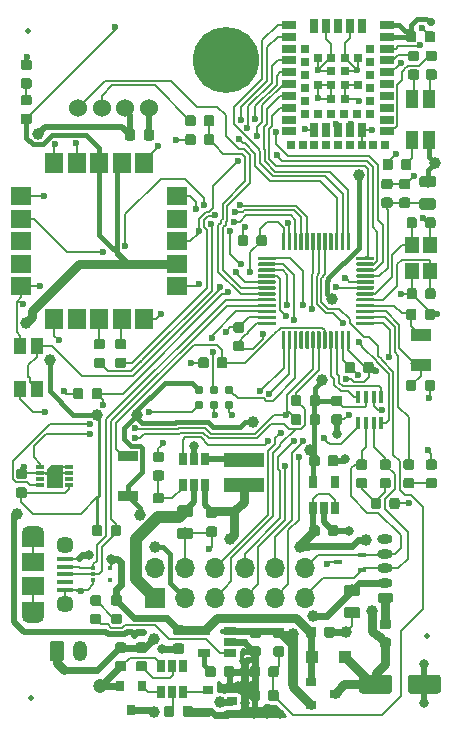
<source format=gtl>
G04 #@! TF.GenerationSoftware,KiCad,Pcbnew,(5.0.1-3-g963ef8bb5)*
G04 #@! TF.CreationDate,2019-11-24T12:04:57+01:00*
G04 #@! TF.ProjectId,oibus-mini-CCC,6F696275732D6D696E692D4343432E6B,rev?*
G04 #@! TF.SameCoordinates,Original*
G04 #@! TF.FileFunction,Copper,L1,Top,Signal*
G04 #@! TF.FilePolarity,Positive*
%FSLAX46Y46*%
G04 Gerber Fmt 4.6, Leading zero omitted, Abs format (unit mm)*
G04 Created by KiCad (PCBNEW (5.0.1-3-g963ef8bb5)) date 2019 November 24, Sunday 12:04:57*
%MOMM*%
%LPD*%
G01*
G04 APERTURE LIST*
G04 #@! TA.AperFunction,EtchedComponent*
%ADD10C,0.001000*%
G04 #@! TD*
G04 #@! TA.AperFunction,Conductor*
%ADD11C,0.149860*%
G04 #@! TD*
G04 #@! TA.AperFunction,SMDPad,CuDef*
%ADD12C,0.875000*%
G04 #@! TD*
G04 #@! TA.AperFunction,SMDPad,CuDef*
%ADD13C,0.300000*%
G04 #@! TD*
G04 #@! TA.AperFunction,SMDPad,CuDef*
%ADD14C,0.975000*%
G04 #@! TD*
G04 #@! TA.AperFunction,BGAPad,CuDef*
%ADD15C,0.500000*%
G04 #@! TD*
G04 #@! TA.AperFunction,ComponentPad*
%ADD16C,5.600000*%
G04 #@! TD*
G04 #@! TA.AperFunction,SMDPad,CuDef*
%ADD17R,0.700000X0.450000*%
G04 #@! TD*
G04 #@! TA.AperFunction,ConnectorPad*
%ADD18C,0.787400*%
G04 #@! TD*
G04 #@! TA.AperFunction,SMDPad,CuDef*
%ADD19C,1.600000*%
G04 #@! TD*
G04 #@! TA.AperFunction,SMDPad,CuDef*
%ADD20R,0.400000X1.060000*%
G04 #@! TD*
G04 #@! TA.AperFunction,SMDPad,CuDef*
%ADD21R,1.200000X1.400000*%
G04 #@! TD*
G04 #@! TA.AperFunction,ComponentPad*
%ADD22O,1.700000X1.700000*%
G04 #@! TD*
G04 #@! TA.AperFunction,ComponentPad*
%ADD23R,1.700000X1.700000*%
G04 #@! TD*
G04 #@! TA.AperFunction,SMDPad,CuDef*
%ADD24R,1.500000X1.800000*%
G04 #@! TD*
G04 #@! TA.AperFunction,SMDPad,CuDef*
%ADD25R,1.800000X1.500000*%
G04 #@! TD*
G04 #@! TA.AperFunction,SMDPad,CuDef*
%ADD26R,0.200000X1.000000*%
G04 #@! TD*
G04 #@! TA.AperFunction,SMDPad,CuDef*
%ADD27R,0.800000X0.300000*%
G04 #@! TD*
G04 #@! TA.AperFunction,SMDPad,CuDef*
%ADD28R,1.150000X0.700000*%
G04 #@! TD*
G04 #@! TA.AperFunction,SMDPad,CuDef*
%ADD29R,0.700000X1.150000*%
G04 #@! TD*
G04 #@! TA.AperFunction,SMDPad,CuDef*
%ADD30R,0.700000X0.700000*%
G04 #@! TD*
G04 #@! TA.AperFunction,ComponentPad*
%ADD31C,1.200000*%
G04 #@! TD*
G04 #@! TA.AperFunction,ComponentPad*
%ADD32O,1.200000X1.750000*%
G04 #@! TD*
G04 #@! TA.AperFunction,SMDPad,CuDef*
%ADD33R,3.400000X1.300000*%
G04 #@! TD*
G04 #@! TA.AperFunction,SMDPad,CuDef*
%ADD34R,0.900000X0.800000*%
G04 #@! TD*
G04 #@! TA.AperFunction,SMDPad,CuDef*
%ADD35R,0.650000X1.060000*%
G04 #@! TD*
G04 #@! TA.AperFunction,SMDPad,CuDef*
%ADD36R,1.060000X0.650000*%
G04 #@! TD*
G04 #@! TA.AperFunction,SMDPad,CuDef*
%ADD37R,1.900000X1.500000*%
G04 #@! TD*
G04 #@! TA.AperFunction,ComponentPad*
%ADD38C,1.450000*%
G04 #@! TD*
G04 #@! TA.AperFunction,SMDPad,CuDef*
%ADD39R,1.350000X0.400000*%
G04 #@! TD*
G04 #@! TA.AperFunction,ComponentPad*
%ADD40O,1.900000X1.200000*%
G04 #@! TD*
G04 #@! TA.AperFunction,SMDPad,CuDef*
%ADD41R,1.900000X1.200000*%
G04 #@! TD*
G04 #@! TA.AperFunction,ComponentPad*
%ADD42C,0.800000*%
G04 #@! TD*
G04 #@! TA.AperFunction,ComponentPad*
%ADD43O,1.300000X0.800000*%
G04 #@! TD*
G04 #@! TA.AperFunction,SMDPad,CuDef*
%ADD44R,1.000000X1.500000*%
G04 #@! TD*
G04 #@! TA.AperFunction,SMDPad,CuDef*
%ADD45R,0.800000X0.900000*%
G04 #@! TD*
G04 #@! TA.AperFunction,ComponentPad*
%ADD46C,1.524000*%
G04 #@! TD*
G04 #@! TA.AperFunction,SMDPad,CuDef*
%ADD47R,0.450000X0.300000*%
G04 #@! TD*
G04 #@! TA.AperFunction,SMDPad,CuDef*
%ADD48R,1.100000X1.100000*%
G04 #@! TD*
G04 #@! TA.AperFunction,SMDPad,CuDef*
%ADD49R,1.800000X1.000000*%
G04 #@! TD*
G04 #@! TA.AperFunction,SMDPad,CuDef*
%ADD50R,1.700000X0.900000*%
G04 #@! TD*
G04 #@! TA.AperFunction,SMDPad,CuDef*
%ADD51R,1.050000X1.400000*%
G04 #@! TD*
G04 #@! TA.AperFunction,ViaPad*
%ADD52C,0.800000*%
G04 #@! TD*
G04 #@! TA.AperFunction,ViaPad*
%ADD53C,0.600000*%
G04 #@! TD*
G04 #@! TA.AperFunction,ViaPad*
%ADD54C,1.000000*%
G04 #@! TD*
G04 #@! TA.AperFunction,ViaPad*
%ADD55C,0.700000*%
G04 #@! TD*
G04 #@! TA.AperFunction,ViaPad*
%ADD56C,1.200000*%
G04 #@! TD*
G04 #@! TA.AperFunction,Conductor*
%ADD57C,0.200000*%
G04 #@! TD*
G04 #@! TA.AperFunction,Conductor*
%ADD58C,0.600000*%
G04 #@! TD*
G04 #@! TA.AperFunction,Conductor*
%ADD59C,0.800000*%
G04 #@! TD*
G04 #@! TA.AperFunction,Conductor*
%ADD60C,0.500000*%
G04 #@! TD*
G04 #@! TA.AperFunction,Conductor*
%ADD61C,0.150000*%
G04 #@! TD*
G04 #@! TA.AperFunction,Conductor*
%ADD62C,0.400000*%
G04 #@! TD*
G04 #@! TA.AperFunction,Conductor*
%ADD63C,0.250000*%
G04 #@! TD*
G04 #@! TA.AperFunction,Conductor*
%ADD64C,1.000000*%
G04 #@! TD*
G04 #@! TA.AperFunction,Conductor*
%ADD65C,0.254000*%
G04 #@! TD*
G04 APERTURE END LIST*
D10*
G04 #@! TO.C,U6*
G36*
X3700000Y21750000D02*
X4600000Y21750000D01*
X4600000Y19850000D01*
X3400000Y19850000D01*
X3400000Y21450000D01*
X3700000Y21750000D01*
G37*
X3700000Y21750000D02*
X4600000Y21750000D01*
X4600000Y19850000D01*
X3400000Y19850000D01*
X3400000Y21450000D01*
X3700000Y21750000D01*
G04 #@! TD*
D11*
G04 #@! TO.N,GND*
G04 #@! TO.C,C18*
G36*
X6252691Y28273947D02*
X6273926Y28270797D01*
X6294750Y28265581D01*
X6314962Y28258349D01*
X6334368Y28249170D01*
X6352781Y28238134D01*
X6370024Y28225346D01*
X6385930Y28210930D01*
X6400346Y28195024D01*
X6413134Y28177781D01*
X6424170Y28159368D01*
X6433349Y28139962D01*
X6440581Y28119750D01*
X6445797Y28098926D01*
X6448947Y28077691D01*
X6450000Y28056250D01*
X6450000Y27543750D01*
X6448947Y27522309D01*
X6445797Y27501074D01*
X6440581Y27480250D01*
X6433349Y27460038D01*
X6424170Y27440632D01*
X6413134Y27422219D01*
X6400346Y27404976D01*
X6385930Y27389070D01*
X6370024Y27374654D01*
X6352781Y27361866D01*
X6334368Y27350830D01*
X6314962Y27341651D01*
X6294750Y27334419D01*
X6273926Y27329203D01*
X6252691Y27326053D01*
X6231250Y27325000D01*
X5793750Y27325000D01*
X5772309Y27326053D01*
X5751074Y27329203D01*
X5730250Y27334419D01*
X5710038Y27341651D01*
X5690632Y27350830D01*
X5672219Y27361866D01*
X5654976Y27374654D01*
X5639070Y27389070D01*
X5624654Y27404976D01*
X5611866Y27422219D01*
X5600830Y27440632D01*
X5591651Y27460038D01*
X5584419Y27480250D01*
X5579203Y27501074D01*
X5576053Y27522309D01*
X5575000Y27543750D01*
X5575000Y28056250D01*
X5576053Y28077691D01*
X5579203Y28098926D01*
X5584419Y28119750D01*
X5591651Y28139962D01*
X5600830Y28159368D01*
X5611866Y28177781D01*
X5624654Y28195024D01*
X5639070Y28210930D01*
X5654976Y28225346D01*
X5672219Y28238134D01*
X5690632Y28249170D01*
X5710038Y28258349D01*
X5730250Y28265581D01*
X5751074Y28270797D01*
X5772309Y28273947D01*
X5793750Y28275000D01*
X6231250Y28275000D01*
X6252691Y28273947D01*
X6252691Y28273947D01*
G37*
D12*
G04 #@! TD*
G04 #@! TO.P,C18,2*
G04 #@! TO.N,GND*
X6012500Y27800000D03*
D11*
G04 #@! TO.N,/~RESET*
G04 #@! TO.C,C18*
G36*
X7827691Y28273947D02*
X7848926Y28270797D01*
X7869750Y28265581D01*
X7889962Y28258349D01*
X7909368Y28249170D01*
X7927781Y28238134D01*
X7945024Y28225346D01*
X7960930Y28210930D01*
X7975346Y28195024D01*
X7988134Y28177781D01*
X7999170Y28159368D01*
X8008349Y28139962D01*
X8015581Y28119750D01*
X8020797Y28098926D01*
X8023947Y28077691D01*
X8025000Y28056250D01*
X8025000Y27543750D01*
X8023947Y27522309D01*
X8020797Y27501074D01*
X8015581Y27480250D01*
X8008349Y27460038D01*
X7999170Y27440632D01*
X7988134Y27422219D01*
X7975346Y27404976D01*
X7960930Y27389070D01*
X7945024Y27374654D01*
X7927781Y27361866D01*
X7909368Y27350830D01*
X7889962Y27341651D01*
X7869750Y27334419D01*
X7848926Y27329203D01*
X7827691Y27326053D01*
X7806250Y27325000D01*
X7368750Y27325000D01*
X7347309Y27326053D01*
X7326074Y27329203D01*
X7305250Y27334419D01*
X7285038Y27341651D01*
X7265632Y27350830D01*
X7247219Y27361866D01*
X7229976Y27374654D01*
X7214070Y27389070D01*
X7199654Y27404976D01*
X7186866Y27422219D01*
X7175830Y27440632D01*
X7166651Y27460038D01*
X7159419Y27480250D01*
X7154203Y27501074D01*
X7151053Y27522309D01*
X7150000Y27543750D01*
X7150000Y28056250D01*
X7151053Y28077691D01*
X7154203Y28098926D01*
X7159419Y28119750D01*
X7166651Y28139962D01*
X7175830Y28159368D01*
X7186866Y28177781D01*
X7199654Y28195024D01*
X7214070Y28210930D01*
X7229976Y28225346D01*
X7247219Y28238134D01*
X7265632Y28249170D01*
X7285038Y28258349D01*
X7305250Y28265581D01*
X7326074Y28270797D01*
X7347309Y28273947D01*
X7368750Y28275000D01*
X7806250Y28275000D01*
X7827691Y28273947D01*
X7827691Y28273947D01*
G37*
D12*
G04 #@! TD*
G04 #@! TO.P,C18,1*
G04 #@! TO.N,/~RESET*
X7587500Y27800000D03*
D11*
G04 #@! TO.N,+3V3*
G04 #@! TO.C,U8*
G36*
X28973975Y33074639D02*
X28981256Y33073559D01*
X28988395Y33071771D01*
X28995325Y33069291D01*
X29001979Y33066144D01*
X29008292Y33062360D01*
X29014203Y33057976D01*
X29019657Y33053033D01*
X29024600Y33047579D01*
X29028984Y33041668D01*
X29032768Y33035355D01*
X29035915Y33028701D01*
X29038395Y33021771D01*
X29040183Y33014632D01*
X29041263Y33007351D01*
X29041624Y33000000D01*
X29041624Y31675000D01*
X29041263Y31667649D01*
X29040183Y31660368D01*
X29038395Y31653229D01*
X29035915Y31646299D01*
X29032768Y31639645D01*
X29028984Y31633332D01*
X29024600Y31627421D01*
X29019657Y31621967D01*
X29014203Y31617024D01*
X29008292Y31612640D01*
X29001979Y31608856D01*
X28995325Y31605709D01*
X28988395Y31603229D01*
X28981256Y31601441D01*
X28973975Y31600361D01*
X28966624Y31600000D01*
X28816624Y31600000D01*
X28809273Y31600361D01*
X28801992Y31601441D01*
X28794853Y31603229D01*
X28787923Y31605709D01*
X28781269Y31608856D01*
X28774956Y31612640D01*
X28769045Y31617024D01*
X28763591Y31621967D01*
X28758648Y31627421D01*
X28754264Y31633332D01*
X28750480Y31639645D01*
X28747333Y31646299D01*
X28744853Y31653229D01*
X28743065Y31660368D01*
X28741985Y31667649D01*
X28741624Y31675000D01*
X28741624Y33000000D01*
X28741985Y33007351D01*
X28743065Y33014632D01*
X28744853Y33021771D01*
X28747333Y33028701D01*
X28750480Y33035355D01*
X28754264Y33041668D01*
X28758648Y33047579D01*
X28763591Y33053033D01*
X28769045Y33057976D01*
X28774956Y33062360D01*
X28781269Y33066144D01*
X28787923Y33069291D01*
X28794853Y33071771D01*
X28801992Y33073559D01*
X28809273Y33074639D01*
X28816624Y33075000D01*
X28966624Y33075000D01*
X28973975Y33074639D01*
X28973975Y33074639D01*
G37*
D13*
G04 #@! TD*
G04 #@! TO.P,U8,48*
G04 #@! TO.N,+3V3*
X28891624Y32337500D03*
D11*
G04 #@! TO.N,GND*
G04 #@! TO.C,U8*
G36*
X28473975Y33074639D02*
X28481256Y33073559D01*
X28488395Y33071771D01*
X28495325Y33069291D01*
X28501979Y33066144D01*
X28508292Y33062360D01*
X28514203Y33057976D01*
X28519657Y33053033D01*
X28524600Y33047579D01*
X28528984Y33041668D01*
X28532768Y33035355D01*
X28535915Y33028701D01*
X28538395Y33021771D01*
X28540183Y33014632D01*
X28541263Y33007351D01*
X28541624Y33000000D01*
X28541624Y31675000D01*
X28541263Y31667649D01*
X28540183Y31660368D01*
X28538395Y31653229D01*
X28535915Y31646299D01*
X28532768Y31639645D01*
X28528984Y31633332D01*
X28524600Y31627421D01*
X28519657Y31621967D01*
X28514203Y31617024D01*
X28508292Y31612640D01*
X28501979Y31608856D01*
X28495325Y31605709D01*
X28488395Y31603229D01*
X28481256Y31601441D01*
X28473975Y31600361D01*
X28466624Y31600000D01*
X28316624Y31600000D01*
X28309273Y31600361D01*
X28301992Y31601441D01*
X28294853Y31603229D01*
X28287923Y31605709D01*
X28281269Y31608856D01*
X28274956Y31612640D01*
X28269045Y31617024D01*
X28263591Y31621967D01*
X28258648Y31627421D01*
X28254264Y31633332D01*
X28250480Y31639645D01*
X28247333Y31646299D01*
X28244853Y31653229D01*
X28243065Y31660368D01*
X28241985Y31667649D01*
X28241624Y31675000D01*
X28241624Y33000000D01*
X28241985Y33007351D01*
X28243065Y33014632D01*
X28244853Y33021771D01*
X28247333Y33028701D01*
X28250480Y33035355D01*
X28254264Y33041668D01*
X28258648Y33047579D01*
X28263591Y33053033D01*
X28269045Y33057976D01*
X28274956Y33062360D01*
X28281269Y33066144D01*
X28287923Y33069291D01*
X28294853Y33071771D01*
X28301992Y33073559D01*
X28309273Y33074639D01*
X28316624Y33075000D01*
X28466624Y33075000D01*
X28473975Y33074639D01*
X28473975Y33074639D01*
G37*
D13*
G04 #@! TD*
G04 #@! TO.P,U8,47*
G04 #@! TO.N,GND*
X28391624Y32337500D03*
D11*
G04 #@! TO.N,/CAN_TX*
G04 #@! TO.C,U8*
G36*
X27973975Y33074639D02*
X27981256Y33073559D01*
X27988395Y33071771D01*
X27995325Y33069291D01*
X28001979Y33066144D01*
X28008292Y33062360D01*
X28014203Y33057976D01*
X28019657Y33053033D01*
X28024600Y33047579D01*
X28028984Y33041668D01*
X28032768Y33035355D01*
X28035915Y33028701D01*
X28038395Y33021771D01*
X28040183Y33014632D01*
X28041263Y33007351D01*
X28041624Y33000000D01*
X28041624Y31675000D01*
X28041263Y31667649D01*
X28040183Y31660368D01*
X28038395Y31653229D01*
X28035915Y31646299D01*
X28032768Y31639645D01*
X28028984Y31633332D01*
X28024600Y31627421D01*
X28019657Y31621967D01*
X28014203Y31617024D01*
X28008292Y31612640D01*
X28001979Y31608856D01*
X27995325Y31605709D01*
X27988395Y31603229D01*
X27981256Y31601441D01*
X27973975Y31600361D01*
X27966624Y31600000D01*
X27816624Y31600000D01*
X27809273Y31600361D01*
X27801992Y31601441D01*
X27794853Y31603229D01*
X27787923Y31605709D01*
X27781269Y31608856D01*
X27774956Y31612640D01*
X27769045Y31617024D01*
X27763591Y31621967D01*
X27758648Y31627421D01*
X27754264Y31633332D01*
X27750480Y31639645D01*
X27747333Y31646299D01*
X27744853Y31653229D01*
X27743065Y31660368D01*
X27741985Y31667649D01*
X27741624Y31675000D01*
X27741624Y33000000D01*
X27741985Y33007351D01*
X27743065Y33014632D01*
X27744853Y33021771D01*
X27747333Y33028701D01*
X27750480Y33035355D01*
X27754264Y33041668D01*
X27758648Y33047579D01*
X27763591Y33053033D01*
X27769045Y33057976D01*
X27774956Y33062360D01*
X27781269Y33066144D01*
X27787923Y33069291D01*
X27794853Y33071771D01*
X27801992Y33073559D01*
X27809273Y33074639D01*
X27816624Y33075000D01*
X27966624Y33075000D01*
X27973975Y33074639D01*
X27973975Y33074639D01*
G37*
D13*
G04 #@! TD*
G04 #@! TO.P,U8,46*
G04 #@! TO.N,/CAN_TX*
X27891624Y32337500D03*
D11*
G04 #@! TO.N,/CAN_RX*
G04 #@! TO.C,U8*
G36*
X27473975Y33074639D02*
X27481256Y33073559D01*
X27488395Y33071771D01*
X27495325Y33069291D01*
X27501979Y33066144D01*
X27508292Y33062360D01*
X27514203Y33057976D01*
X27519657Y33053033D01*
X27524600Y33047579D01*
X27528984Y33041668D01*
X27532768Y33035355D01*
X27535915Y33028701D01*
X27538395Y33021771D01*
X27540183Y33014632D01*
X27541263Y33007351D01*
X27541624Y33000000D01*
X27541624Y31675000D01*
X27541263Y31667649D01*
X27540183Y31660368D01*
X27538395Y31653229D01*
X27535915Y31646299D01*
X27532768Y31639645D01*
X27528984Y31633332D01*
X27524600Y31627421D01*
X27519657Y31621967D01*
X27514203Y31617024D01*
X27508292Y31612640D01*
X27501979Y31608856D01*
X27495325Y31605709D01*
X27488395Y31603229D01*
X27481256Y31601441D01*
X27473975Y31600361D01*
X27466624Y31600000D01*
X27316624Y31600000D01*
X27309273Y31600361D01*
X27301992Y31601441D01*
X27294853Y31603229D01*
X27287923Y31605709D01*
X27281269Y31608856D01*
X27274956Y31612640D01*
X27269045Y31617024D01*
X27263591Y31621967D01*
X27258648Y31627421D01*
X27254264Y31633332D01*
X27250480Y31639645D01*
X27247333Y31646299D01*
X27244853Y31653229D01*
X27243065Y31660368D01*
X27241985Y31667649D01*
X27241624Y31675000D01*
X27241624Y33000000D01*
X27241985Y33007351D01*
X27243065Y33014632D01*
X27244853Y33021771D01*
X27247333Y33028701D01*
X27250480Y33035355D01*
X27254264Y33041668D01*
X27258648Y33047579D01*
X27263591Y33053033D01*
X27269045Y33057976D01*
X27274956Y33062360D01*
X27281269Y33066144D01*
X27287923Y33069291D01*
X27294853Y33071771D01*
X27301992Y33073559D01*
X27309273Y33074639D01*
X27316624Y33075000D01*
X27466624Y33075000D01*
X27473975Y33074639D01*
X27473975Y33074639D01*
G37*
D13*
G04 #@! TD*
G04 #@! TO.P,U8,45*
G04 #@! TO.N,/CAN_RX*
X27391624Y32337500D03*
D11*
G04 #@! TO.N,/BOOT*
G04 #@! TO.C,U8*
G36*
X26973975Y33074639D02*
X26981256Y33073559D01*
X26988395Y33071771D01*
X26995325Y33069291D01*
X27001979Y33066144D01*
X27008292Y33062360D01*
X27014203Y33057976D01*
X27019657Y33053033D01*
X27024600Y33047579D01*
X27028984Y33041668D01*
X27032768Y33035355D01*
X27035915Y33028701D01*
X27038395Y33021771D01*
X27040183Y33014632D01*
X27041263Y33007351D01*
X27041624Y33000000D01*
X27041624Y31675000D01*
X27041263Y31667649D01*
X27040183Y31660368D01*
X27038395Y31653229D01*
X27035915Y31646299D01*
X27032768Y31639645D01*
X27028984Y31633332D01*
X27024600Y31627421D01*
X27019657Y31621967D01*
X27014203Y31617024D01*
X27008292Y31612640D01*
X27001979Y31608856D01*
X26995325Y31605709D01*
X26988395Y31603229D01*
X26981256Y31601441D01*
X26973975Y31600361D01*
X26966624Y31600000D01*
X26816624Y31600000D01*
X26809273Y31600361D01*
X26801992Y31601441D01*
X26794853Y31603229D01*
X26787923Y31605709D01*
X26781269Y31608856D01*
X26774956Y31612640D01*
X26769045Y31617024D01*
X26763591Y31621967D01*
X26758648Y31627421D01*
X26754264Y31633332D01*
X26750480Y31639645D01*
X26747333Y31646299D01*
X26744853Y31653229D01*
X26743065Y31660368D01*
X26741985Y31667649D01*
X26741624Y31675000D01*
X26741624Y33000000D01*
X26741985Y33007351D01*
X26743065Y33014632D01*
X26744853Y33021771D01*
X26747333Y33028701D01*
X26750480Y33035355D01*
X26754264Y33041668D01*
X26758648Y33047579D01*
X26763591Y33053033D01*
X26769045Y33057976D01*
X26774956Y33062360D01*
X26781269Y33066144D01*
X26787923Y33069291D01*
X26794853Y33071771D01*
X26801992Y33073559D01*
X26809273Y33074639D01*
X26816624Y33075000D01*
X26966624Y33075000D01*
X26973975Y33074639D01*
X26973975Y33074639D01*
G37*
D13*
G04 #@! TD*
G04 #@! TO.P,U8,44*
G04 #@! TO.N,/BOOT*
X26891624Y32337500D03*
D11*
G04 #@! TO.N,/SDA*
G04 #@! TO.C,U8*
G36*
X26473975Y33074639D02*
X26481256Y33073559D01*
X26488395Y33071771D01*
X26495325Y33069291D01*
X26501979Y33066144D01*
X26508292Y33062360D01*
X26514203Y33057976D01*
X26519657Y33053033D01*
X26524600Y33047579D01*
X26528984Y33041668D01*
X26532768Y33035355D01*
X26535915Y33028701D01*
X26538395Y33021771D01*
X26540183Y33014632D01*
X26541263Y33007351D01*
X26541624Y33000000D01*
X26541624Y31675000D01*
X26541263Y31667649D01*
X26540183Y31660368D01*
X26538395Y31653229D01*
X26535915Y31646299D01*
X26532768Y31639645D01*
X26528984Y31633332D01*
X26524600Y31627421D01*
X26519657Y31621967D01*
X26514203Y31617024D01*
X26508292Y31612640D01*
X26501979Y31608856D01*
X26495325Y31605709D01*
X26488395Y31603229D01*
X26481256Y31601441D01*
X26473975Y31600361D01*
X26466624Y31600000D01*
X26316624Y31600000D01*
X26309273Y31600361D01*
X26301992Y31601441D01*
X26294853Y31603229D01*
X26287923Y31605709D01*
X26281269Y31608856D01*
X26274956Y31612640D01*
X26269045Y31617024D01*
X26263591Y31621967D01*
X26258648Y31627421D01*
X26254264Y31633332D01*
X26250480Y31639645D01*
X26247333Y31646299D01*
X26244853Y31653229D01*
X26243065Y31660368D01*
X26241985Y31667649D01*
X26241624Y31675000D01*
X26241624Y33000000D01*
X26241985Y33007351D01*
X26243065Y33014632D01*
X26244853Y33021771D01*
X26247333Y33028701D01*
X26250480Y33035355D01*
X26254264Y33041668D01*
X26258648Y33047579D01*
X26263591Y33053033D01*
X26269045Y33057976D01*
X26274956Y33062360D01*
X26281269Y33066144D01*
X26287923Y33069291D01*
X26294853Y33071771D01*
X26301992Y33073559D01*
X26309273Y33074639D01*
X26316624Y33075000D01*
X26466624Y33075000D01*
X26473975Y33074639D01*
X26473975Y33074639D01*
G37*
D13*
G04 #@! TD*
G04 #@! TO.P,U8,43*
G04 #@! TO.N,/SDA*
X26391624Y32337500D03*
D11*
G04 #@! TO.N,/SCL*
G04 #@! TO.C,U8*
G36*
X25973975Y33074639D02*
X25981256Y33073559D01*
X25988395Y33071771D01*
X25995325Y33069291D01*
X26001979Y33066144D01*
X26008292Y33062360D01*
X26014203Y33057976D01*
X26019657Y33053033D01*
X26024600Y33047579D01*
X26028984Y33041668D01*
X26032768Y33035355D01*
X26035915Y33028701D01*
X26038395Y33021771D01*
X26040183Y33014632D01*
X26041263Y33007351D01*
X26041624Y33000000D01*
X26041624Y31675000D01*
X26041263Y31667649D01*
X26040183Y31660368D01*
X26038395Y31653229D01*
X26035915Y31646299D01*
X26032768Y31639645D01*
X26028984Y31633332D01*
X26024600Y31627421D01*
X26019657Y31621967D01*
X26014203Y31617024D01*
X26008292Y31612640D01*
X26001979Y31608856D01*
X25995325Y31605709D01*
X25988395Y31603229D01*
X25981256Y31601441D01*
X25973975Y31600361D01*
X25966624Y31600000D01*
X25816624Y31600000D01*
X25809273Y31600361D01*
X25801992Y31601441D01*
X25794853Y31603229D01*
X25787923Y31605709D01*
X25781269Y31608856D01*
X25774956Y31612640D01*
X25769045Y31617024D01*
X25763591Y31621967D01*
X25758648Y31627421D01*
X25754264Y31633332D01*
X25750480Y31639645D01*
X25747333Y31646299D01*
X25744853Y31653229D01*
X25743065Y31660368D01*
X25741985Y31667649D01*
X25741624Y31675000D01*
X25741624Y33000000D01*
X25741985Y33007351D01*
X25743065Y33014632D01*
X25744853Y33021771D01*
X25747333Y33028701D01*
X25750480Y33035355D01*
X25754264Y33041668D01*
X25758648Y33047579D01*
X25763591Y33053033D01*
X25769045Y33057976D01*
X25774956Y33062360D01*
X25781269Y33066144D01*
X25787923Y33069291D01*
X25794853Y33071771D01*
X25801992Y33073559D01*
X25809273Y33074639D01*
X25816624Y33075000D01*
X25966624Y33075000D01*
X25973975Y33074639D01*
X25973975Y33074639D01*
G37*
D13*
G04 #@! TD*
G04 #@! TO.P,U8,42*
G04 #@! TO.N,/SCL*
X25891624Y32337500D03*
D11*
G04 #@! TO.N,N/C*
G04 #@! TO.C,U8*
G36*
X25473975Y33074639D02*
X25481256Y33073559D01*
X25488395Y33071771D01*
X25495325Y33069291D01*
X25501979Y33066144D01*
X25508292Y33062360D01*
X25514203Y33057976D01*
X25519657Y33053033D01*
X25524600Y33047579D01*
X25528984Y33041668D01*
X25532768Y33035355D01*
X25535915Y33028701D01*
X25538395Y33021771D01*
X25540183Y33014632D01*
X25541263Y33007351D01*
X25541624Y33000000D01*
X25541624Y31675000D01*
X25541263Y31667649D01*
X25540183Y31660368D01*
X25538395Y31653229D01*
X25535915Y31646299D01*
X25532768Y31639645D01*
X25528984Y31633332D01*
X25524600Y31627421D01*
X25519657Y31621967D01*
X25514203Y31617024D01*
X25508292Y31612640D01*
X25501979Y31608856D01*
X25495325Y31605709D01*
X25488395Y31603229D01*
X25481256Y31601441D01*
X25473975Y31600361D01*
X25466624Y31600000D01*
X25316624Y31600000D01*
X25309273Y31600361D01*
X25301992Y31601441D01*
X25294853Y31603229D01*
X25287923Y31605709D01*
X25281269Y31608856D01*
X25274956Y31612640D01*
X25269045Y31617024D01*
X25263591Y31621967D01*
X25258648Y31627421D01*
X25254264Y31633332D01*
X25250480Y31639645D01*
X25247333Y31646299D01*
X25244853Y31653229D01*
X25243065Y31660368D01*
X25241985Y31667649D01*
X25241624Y31675000D01*
X25241624Y33000000D01*
X25241985Y33007351D01*
X25243065Y33014632D01*
X25244853Y33021771D01*
X25247333Y33028701D01*
X25250480Y33035355D01*
X25254264Y33041668D01*
X25258648Y33047579D01*
X25263591Y33053033D01*
X25269045Y33057976D01*
X25274956Y33062360D01*
X25281269Y33066144D01*
X25287923Y33069291D01*
X25294853Y33071771D01*
X25301992Y33073559D01*
X25309273Y33074639D01*
X25316624Y33075000D01*
X25466624Y33075000D01*
X25473975Y33074639D01*
X25473975Y33074639D01*
G37*
D13*
G04 #@! TD*
G04 #@! TO.P,U8,41*
G04 #@! TO.N,N/C*
X25391624Y32337500D03*
D11*
G04 #@! TO.N,N/C*
G04 #@! TO.C,U8*
G36*
X24973975Y33074639D02*
X24981256Y33073559D01*
X24988395Y33071771D01*
X24995325Y33069291D01*
X25001979Y33066144D01*
X25008292Y33062360D01*
X25014203Y33057976D01*
X25019657Y33053033D01*
X25024600Y33047579D01*
X25028984Y33041668D01*
X25032768Y33035355D01*
X25035915Y33028701D01*
X25038395Y33021771D01*
X25040183Y33014632D01*
X25041263Y33007351D01*
X25041624Y33000000D01*
X25041624Y31675000D01*
X25041263Y31667649D01*
X25040183Y31660368D01*
X25038395Y31653229D01*
X25035915Y31646299D01*
X25032768Y31639645D01*
X25028984Y31633332D01*
X25024600Y31627421D01*
X25019657Y31621967D01*
X25014203Y31617024D01*
X25008292Y31612640D01*
X25001979Y31608856D01*
X24995325Y31605709D01*
X24988395Y31603229D01*
X24981256Y31601441D01*
X24973975Y31600361D01*
X24966624Y31600000D01*
X24816624Y31600000D01*
X24809273Y31600361D01*
X24801992Y31601441D01*
X24794853Y31603229D01*
X24787923Y31605709D01*
X24781269Y31608856D01*
X24774956Y31612640D01*
X24769045Y31617024D01*
X24763591Y31621967D01*
X24758648Y31627421D01*
X24754264Y31633332D01*
X24750480Y31639645D01*
X24747333Y31646299D01*
X24744853Y31653229D01*
X24743065Y31660368D01*
X24741985Y31667649D01*
X24741624Y31675000D01*
X24741624Y33000000D01*
X24741985Y33007351D01*
X24743065Y33014632D01*
X24744853Y33021771D01*
X24747333Y33028701D01*
X24750480Y33035355D01*
X24754264Y33041668D01*
X24758648Y33047579D01*
X24763591Y33053033D01*
X24769045Y33057976D01*
X24774956Y33062360D01*
X24781269Y33066144D01*
X24787923Y33069291D01*
X24794853Y33071771D01*
X24801992Y33073559D01*
X24809273Y33074639D01*
X24816624Y33075000D01*
X24966624Y33075000D01*
X24973975Y33074639D01*
X24973975Y33074639D01*
G37*
D13*
G04 #@! TD*
G04 #@! TO.P,U8,40*
G04 #@! TO.N,N/C*
X24891624Y32337500D03*
D11*
G04 #@! TO.N,/SWDSWO*
G04 #@! TO.C,U8*
G36*
X24473975Y33074639D02*
X24481256Y33073559D01*
X24488395Y33071771D01*
X24495325Y33069291D01*
X24501979Y33066144D01*
X24508292Y33062360D01*
X24514203Y33057976D01*
X24519657Y33053033D01*
X24524600Y33047579D01*
X24528984Y33041668D01*
X24532768Y33035355D01*
X24535915Y33028701D01*
X24538395Y33021771D01*
X24540183Y33014632D01*
X24541263Y33007351D01*
X24541624Y33000000D01*
X24541624Y31675000D01*
X24541263Y31667649D01*
X24540183Y31660368D01*
X24538395Y31653229D01*
X24535915Y31646299D01*
X24532768Y31639645D01*
X24528984Y31633332D01*
X24524600Y31627421D01*
X24519657Y31621967D01*
X24514203Y31617024D01*
X24508292Y31612640D01*
X24501979Y31608856D01*
X24495325Y31605709D01*
X24488395Y31603229D01*
X24481256Y31601441D01*
X24473975Y31600361D01*
X24466624Y31600000D01*
X24316624Y31600000D01*
X24309273Y31600361D01*
X24301992Y31601441D01*
X24294853Y31603229D01*
X24287923Y31605709D01*
X24281269Y31608856D01*
X24274956Y31612640D01*
X24269045Y31617024D01*
X24263591Y31621967D01*
X24258648Y31627421D01*
X24254264Y31633332D01*
X24250480Y31639645D01*
X24247333Y31646299D01*
X24244853Y31653229D01*
X24243065Y31660368D01*
X24241985Y31667649D01*
X24241624Y31675000D01*
X24241624Y33000000D01*
X24241985Y33007351D01*
X24243065Y33014632D01*
X24244853Y33021771D01*
X24247333Y33028701D01*
X24250480Y33035355D01*
X24254264Y33041668D01*
X24258648Y33047579D01*
X24263591Y33053033D01*
X24269045Y33057976D01*
X24274956Y33062360D01*
X24281269Y33066144D01*
X24287923Y33069291D01*
X24294853Y33071771D01*
X24301992Y33073559D01*
X24309273Y33074639D01*
X24316624Y33075000D01*
X24466624Y33075000D01*
X24473975Y33074639D01*
X24473975Y33074639D01*
G37*
D13*
G04 #@! TD*
G04 #@! TO.P,U8,39*
G04 #@! TO.N,/SWDSWO*
X24391624Y32337500D03*
D11*
G04 #@! TO.N,/5V_EN*
G04 #@! TO.C,U8*
G36*
X23973975Y33074639D02*
X23981256Y33073559D01*
X23988395Y33071771D01*
X23995325Y33069291D01*
X24001979Y33066144D01*
X24008292Y33062360D01*
X24014203Y33057976D01*
X24019657Y33053033D01*
X24024600Y33047579D01*
X24028984Y33041668D01*
X24032768Y33035355D01*
X24035915Y33028701D01*
X24038395Y33021771D01*
X24040183Y33014632D01*
X24041263Y33007351D01*
X24041624Y33000000D01*
X24041624Y31675000D01*
X24041263Y31667649D01*
X24040183Y31660368D01*
X24038395Y31653229D01*
X24035915Y31646299D01*
X24032768Y31639645D01*
X24028984Y31633332D01*
X24024600Y31627421D01*
X24019657Y31621967D01*
X24014203Y31617024D01*
X24008292Y31612640D01*
X24001979Y31608856D01*
X23995325Y31605709D01*
X23988395Y31603229D01*
X23981256Y31601441D01*
X23973975Y31600361D01*
X23966624Y31600000D01*
X23816624Y31600000D01*
X23809273Y31600361D01*
X23801992Y31601441D01*
X23794853Y31603229D01*
X23787923Y31605709D01*
X23781269Y31608856D01*
X23774956Y31612640D01*
X23769045Y31617024D01*
X23763591Y31621967D01*
X23758648Y31627421D01*
X23754264Y31633332D01*
X23750480Y31639645D01*
X23747333Y31646299D01*
X23744853Y31653229D01*
X23743065Y31660368D01*
X23741985Y31667649D01*
X23741624Y31675000D01*
X23741624Y33000000D01*
X23741985Y33007351D01*
X23743065Y33014632D01*
X23744853Y33021771D01*
X23747333Y33028701D01*
X23750480Y33035355D01*
X23754264Y33041668D01*
X23758648Y33047579D01*
X23763591Y33053033D01*
X23769045Y33057976D01*
X23774956Y33062360D01*
X23781269Y33066144D01*
X23787923Y33069291D01*
X23794853Y33071771D01*
X23801992Y33073559D01*
X23809273Y33074639D01*
X23816624Y33075000D01*
X23966624Y33075000D01*
X23973975Y33074639D01*
X23973975Y33074639D01*
G37*
D13*
G04 #@! TD*
G04 #@! TO.P,U8,38*
G04 #@! TO.N,/5V_EN*
X23891624Y32337500D03*
D11*
G04 #@! TO.N,/SWDCLK*
G04 #@! TO.C,U8*
G36*
X23473975Y33074639D02*
X23481256Y33073559D01*
X23488395Y33071771D01*
X23495325Y33069291D01*
X23501979Y33066144D01*
X23508292Y33062360D01*
X23514203Y33057976D01*
X23519657Y33053033D01*
X23524600Y33047579D01*
X23528984Y33041668D01*
X23532768Y33035355D01*
X23535915Y33028701D01*
X23538395Y33021771D01*
X23540183Y33014632D01*
X23541263Y33007351D01*
X23541624Y33000000D01*
X23541624Y31675000D01*
X23541263Y31667649D01*
X23540183Y31660368D01*
X23538395Y31653229D01*
X23535915Y31646299D01*
X23532768Y31639645D01*
X23528984Y31633332D01*
X23524600Y31627421D01*
X23519657Y31621967D01*
X23514203Y31617024D01*
X23508292Y31612640D01*
X23501979Y31608856D01*
X23495325Y31605709D01*
X23488395Y31603229D01*
X23481256Y31601441D01*
X23473975Y31600361D01*
X23466624Y31600000D01*
X23316624Y31600000D01*
X23309273Y31600361D01*
X23301992Y31601441D01*
X23294853Y31603229D01*
X23287923Y31605709D01*
X23281269Y31608856D01*
X23274956Y31612640D01*
X23269045Y31617024D01*
X23263591Y31621967D01*
X23258648Y31627421D01*
X23254264Y31633332D01*
X23250480Y31639645D01*
X23247333Y31646299D01*
X23244853Y31653229D01*
X23243065Y31660368D01*
X23241985Y31667649D01*
X23241624Y31675000D01*
X23241624Y33000000D01*
X23241985Y33007351D01*
X23243065Y33014632D01*
X23244853Y33021771D01*
X23247333Y33028701D01*
X23250480Y33035355D01*
X23254264Y33041668D01*
X23258648Y33047579D01*
X23263591Y33053033D01*
X23269045Y33057976D01*
X23274956Y33062360D01*
X23281269Y33066144D01*
X23287923Y33069291D01*
X23294853Y33071771D01*
X23301992Y33073559D01*
X23309273Y33074639D01*
X23316624Y33075000D01*
X23466624Y33075000D01*
X23473975Y33074639D01*
X23473975Y33074639D01*
G37*
D13*
G04 #@! TD*
G04 #@! TO.P,U8,37*
G04 #@! TO.N,/SWDCLK*
X23391624Y32337500D03*
D11*
G04 #@! TO.N,+3V3*
G04 #@! TO.C,U8*
G36*
X22648975Y33899639D02*
X22656256Y33898559D01*
X22663395Y33896771D01*
X22670325Y33894291D01*
X22676979Y33891144D01*
X22683292Y33887360D01*
X22689203Y33882976D01*
X22694657Y33878033D01*
X22699600Y33872579D01*
X22703984Y33866668D01*
X22707768Y33860355D01*
X22710915Y33853701D01*
X22713395Y33846771D01*
X22715183Y33839632D01*
X22716263Y33832351D01*
X22716624Y33825000D01*
X22716624Y33675000D01*
X22716263Y33667649D01*
X22715183Y33660368D01*
X22713395Y33653229D01*
X22710915Y33646299D01*
X22707768Y33639645D01*
X22703984Y33633332D01*
X22699600Y33627421D01*
X22694657Y33621967D01*
X22689203Y33617024D01*
X22683292Y33612640D01*
X22676979Y33608856D01*
X22670325Y33605709D01*
X22663395Y33603229D01*
X22656256Y33601441D01*
X22648975Y33600361D01*
X22641624Y33600000D01*
X21316624Y33600000D01*
X21309273Y33600361D01*
X21301992Y33601441D01*
X21294853Y33603229D01*
X21287923Y33605709D01*
X21281269Y33608856D01*
X21274956Y33612640D01*
X21269045Y33617024D01*
X21263591Y33621967D01*
X21258648Y33627421D01*
X21254264Y33633332D01*
X21250480Y33639645D01*
X21247333Y33646299D01*
X21244853Y33653229D01*
X21243065Y33660368D01*
X21241985Y33667649D01*
X21241624Y33675000D01*
X21241624Y33825000D01*
X21241985Y33832351D01*
X21243065Y33839632D01*
X21244853Y33846771D01*
X21247333Y33853701D01*
X21250480Y33860355D01*
X21254264Y33866668D01*
X21258648Y33872579D01*
X21263591Y33878033D01*
X21269045Y33882976D01*
X21274956Y33887360D01*
X21281269Y33891144D01*
X21287923Y33894291D01*
X21294853Y33896771D01*
X21301992Y33898559D01*
X21309273Y33899639D01*
X21316624Y33900000D01*
X22641624Y33900000D01*
X22648975Y33899639D01*
X22648975Y33899639D01*
G37*
D13*
G04 #@! TD*
G04 #@! TO.P,U8,36*
G04 #@! TO.N,+3V3*
X21979124Y33750000D03*
D11*
G04 #@! TO.N,GND*
G04 #@! TO.C,U8*
G36*
X22648975Y34399639D02*
X22656256Y34398559D01*
X22663395Y34396771D01*
X22670325Y34394291D01*
X22676979Y34391144D01*
X22683292Y34387360D01*
X22689203Y34382976D01*
X22694657Y34378033D01*
X22699600Y34372579D01*
X22703984Y34366668D01*
X22707768Y34360355D01*
X22710915Y34353701D01*
X22713395Y34346771D01*
X22715183Y34339632D01*
X22716263Y34332351D01*
X22716624Y34325000D01*
X22716624Y34175000D01*
X22716263Y34167649D01*
X22715183Y34160368D01*
X22713395Y34153229D01*
X22710915Y34146299D01*
X22707768Y34139645D01*
X22703984Y34133332D01*
X22699600Y34127421D01*
X22694657Y34121967D01*
X22689203Y34117024D01*
X22683292Y34112640D01*
X22676979Y34108856D01*
X22670325Y34105709D01*
X22663395Y34103229D01*
X22656256Y34101441D01*
X22648975Y34100361D01*
X22641624Y34100000D01*
X21316624Y34100000D01*
X21309273Y34100361D01*
X21301992Y34101441D01*
X21294853Y34103229D01*
X21287923Y34105709D01*
X21281269Y34108856D01*
X21274956Y34112640D01*
X21269045Y34117024D01*
X21263591Y34121967D01*
X21258648Y34127421D01*
X21254264Y34133332D01*
X21250480Y34139645D01*
X21247333Y34146299D01*
X21244853Y34153229D01*
X21243065Y34160368D01*
X21241985Y34167649D01*
X21241624Y34175000D01*
X21241624Y34325000D01*
X21241985Y34332351D01*
X21243065Y34339632D01*
X21244853Y34346771D01*
X21247333Y34353701D01*
X21250480Y34360355D01*
X21254264Y34366668D01*
X21258648Y34372579D01*
X21263591Y34378033D01*
X21269045Y34382976D01*
X21274956Y34387360D01*
X21281269Y34391144D01*
X21287923Y34394291D01*
X21294853Y34396771D01*
X21301992Y34398559D01*
X21309273Y34399639D01*
X21316624Y34400000D01*
X22641624Y34400000D01*
X22648975Y34399639D01*
X22648975Y34399639D01*
G37*
D13*
G04 #@! TD*
G04 #@! TO.P,U8,35*
G04 #@! TO.N,GND*
X21979124Y34250000D03*
D11*
G04 #@! TO.N,/SWDIO*
G04 #@! TO.C,U8*
G36*
X22648975Y34899639D02*
X22656256Y34898559D01*
X22663395Y34896771D01*
X22670325Y34894291D01*
X22676979Y34891144D01*
X22683292Y34887360D01*
X22689203Y34882976D01*
X22694657Y34878033D01*
X22699600Y34872579D01*
X22703984Y34866668D01*
X22707768Y34860355D01*
X22710915Y34853701D01*
X22713395Y34846771D01*
X22715183Y34839632D01*
X22716263Y34832351D01*
X22716624Y34825000D01*
X22716624Y34675000D01*
X22716263Y34667649D01*
X22715183Y34660368D01*
X22713395Y34653229D01*
X22710915Y34646299D01*
X22707768Y34639645D01*
X22703984Y34633332D01*
X22699600Y34627421D01*
X22694657Y34621967D01*
X22689203Y34617024D01*
X22683292Y34612640D01*
X22676979Y34608856D01*
X22670325Y34605709D01*
X22663395Y34603229D01*
X22656256Y34601441D01*
X22648975Y34600361D01*
X22641624Y34600000D01*
X21316624Y34600000D01*
X21309273Y34600361D01*
X21301992Y34601441D01*
X21294853Y34603229D01*
X21287923Y34605709D01*
X21281269Y34608856D01*
X21274956Y34612640D01*
X21269045Y34617024D01*
X21263591Y34621967D01*
X21258648Y34627421D01*
X21254264Y34633332D01*
X21250480Y34639645D01*
X21247333Y34646299D01*
X21244853Y34653229D01*
X21243065Y34660368D01*
X21241985Y34667649D01*
X21241624Y34675000D01*
X21241624Y34825000D01*
X21241985Y34832351D01*
X21243065Y34839632D01*
X21244853Y34846771D01*
X21247333Y34853701D01*
X21250480Y34860355D01*
X21254264Y34866668D01*
X21258648Y34872579D01*
X21263591Y34878033D01*
X21269045Y34882976D01*
X21274956Y34887360D01*
X21281269Y34891144D01*
X21287923Y34894291D01*
X21294853Y34896771D01*
X21301992Y34898559D01*
X21309273Y34899639D01*
X21316624Y34900000D01*
X22641624Y34900000D01*
X22648975Y34899639D01*
X22648975Y34899639D01*
G37*
D13*
G04 #@! TD*
G04 #@! TO.P,U8,34*
G04 #@! TO.N,/SWDIO*
X21979124Y34750000D03*
D11*
G04 #@! TO.N,/USB_DP*
G04 #@! TO.C,U8*
G36*
X22648975Y35399639D02*
X22656256Y35398559D01*
X22663395Y35396771D01*
X22670325Y35394291D01*
X22676979Y35391144D01*
X22683292Y35387360D01*
X22689203Y35382976D01*
X22694657Y35378033D01*
X22699600Y35372579D01*
X22703984Y35366668D01*
X22707768Y35360355D01*
X22710915Y35353701D01*
X22713395Y35346771D01*
X22715183Y35339632D01*
X22716263Y35332351D01*
X22716624Y35325000D01*
X22716624Y35175000D01*
X22716263Y35167649D01*
X22715183Y35160368D01*
X22713395Y35153229D01*
X22710915Y35146299D01*
X22707768Y35139645D01*
X22703984Y35133332D01*
X22699600Y35127421D01*
X22694657Y35121967D01*
X22689203Y35117024D01*
X22683292Y35112640D01*
X22676979Y35108856D01*
X22670325Y35105709D01*
X22663395Y35103229D01*
X22656256Y35101441D01*
X22648975Y35100361D01*
X22641624Y35100000D01*
X21316624Y35100000D01*
X21309273Y35100361D01*
X21301992Y35101441D01*
X21294853Y35103229D01*
X21287923Y35105709D01*
X21281269Y35108856D01*
X21274956Y35112640D01*
X21269045Y35117024D01*
X21263591Y35121967D01*
X21258648Y35127421D01*
X21254264Y35133332D01*
X21250480Y35139645D01*
X21247333Y35146299D01*
X21244853Y35153229D01*
X21243065Y35160368D01*
X21241985Y35167649D01*
X21241624Y35175000D01*
X21241624Y35325000D01*
X21241985Y35332351D01*
X21243065Y35339632D01*
X21244853Y35346771D01*
X21247333Y35353701D01*
X21250480Y35360355D01*
X21254264Y35366668D01*
X21258648Y35372579D01*
X21263591Y35378033D01*
X21269045Y35382976D01*
X21274956Y35387360D01*
X21281269Y35391144D01*
X21287923Y35394291D01*
X21294853Y35396771D01*
X21301992Y35398559D01*
X21309273Y35399639D01*
X21316624Y35400000D01*
X22641624Y35400000D01*
X22648975Y35399639D01*
X22648975Y35399639D01*
G37*
D13*
G04 #@! TD*
G04 #@! TO.P,U8,33*
G04 #@! TO.N,/USB_DP*
X21979124Y35250000D03*
D11*
G04 #@! TO.N,/USB_DM*
G04 #@! TO.C,U8*
G36*
X22648975Y35899639D02*
X22656256Y35898559D01*
X22663395Y35896771D01*
X22670325Y35894291D01*
X22676979Y35891144D01*
X22683292Y35887360D01*
X22689203Y35882976D01*
X22694657Y35878033D01*
X22699600Y35872579D01*
X22703984Y35866668D01*
X22707768Y35860355D01*
X22710915Y35853701D01*
X22713395Y35846771D01*
X22715183Y35839632D01*
X22716263Y35832351D01*
X22716624Y35825000D01*
X22716624Y35675000D01*
X22716263Y35667649D01*
X22715183Y35660368D01*
X22713395Y35653229D01*
X22710915Y35646299D01*
X22707768Y35639645D01*
X22703984Y35633332D01*
X22699600Y35627421D01*
X22694657Y35621967D01*
X22689203Y35617024D01*
X22683292Y35612640D01*
X22676979Y35608856D01*
X22670325Y35605709D01*
X22663395Y35603229D01*
X22656256Y35601441D01*
X22648975Y35600361D01*
X22641624Y35600000D01*
X21316624Y35600000D01*
X21309273Y35600361D01*
X21301992Y35601441D01*
X21294853Y35603229D01*
X21287923Y35605709D01*
X21281269Y35608856D01*
X21274956Y35612640D01*
X21269045Y35617024D01*
X21263591Y35621967D01*
X21258648Y35627421D01*
X21254264Y35633332D01*
X21250480Y35639645D01*
X21247333Y35646299D01*
X21244853Y35653229D01*
X21243065Y35660368D01*
X21241985Y35667649D01*
X21241624Y35675000D01*
X21241624Y35825000D01*
X21241985Y35832351D01*
X21243065Y35839632D01*
X21244853Y35846771D01*
X21247333Y35853701D01*
X21250480Y35860355D01*
X21254264Y35866668D01*
X21258648Y35872579D01*
X21263591Y35878033D01*
X21269045Y35882976D01*
X21274956Y35887360D01*
X21281269Y35891144D01*
X21287923Y35894291D01*
X21294853Y35896771D01*
X21301992Y35898559D01*
X21309273Y35899639D01*
X21316624Y35900000D01*
X22641624Y35900000D01*
X22648975Y35899639D01*
X22648975Y35899639D01*
G37*
D13*
G04 #@! TD*
G04 #@! TO.P,U8,32*
G04 #@! TO.N,/USB_DM*
X21979124Y35750000D03*
D11*
G04 #@! TO.N,SPS_TX*
G04 #@! TO.C,U8*
G36*
X22648975Y36399639D02*
X22656256Y36398559D01*
X22663395Y36396771D01*
X22670325Y36394291D01*
X22676979Y36391144D01*
X22683292Y36387360D01*
X22689203Y36382976D01*
X22694657Y36378033D01*
X22699600Y36372579D01*
X22703984Y36366668D01*
X22707768Y36360355D01*
X22710915Y36353701D01*
X22713395Y36346771D01*
X22715183Y36339632D01*
X22716263Y36332351D01*
X22716624Y36325000D01*
X22716624Y36175000D01*
X22716263Y36167649D01*
X22715183Y36160368D01*
X22713395Y36153229D01*
X22710915Y36146299D01*
X22707768Y36139645D01*
X22703984Y36133332D01*
X22699600Y36127421D01*
X22694657Y36121967D01*
X22689203Y36117024D01*
X22683292Y36112640D01*
X22676979Y36108856D01*
X22670325Y36105709D01*
X22663395Y36103229D01*
X22656256Y36101441D01*
X22648975Y36100361D01*
X22641624Y36100000D01*
X21316624Y36100000D01*
X21309273Y36100361D01*
X21301992Y36101441D01*
X21294853Y36103229D01*
X21287923Y36105709D01*
X21281269Y36108856D01*
X21274956Y36112640D01*
X21269045Y36117024D01*
X21263591Y36121967D01*
X21258648Y36127421D01*
X21254264Y36133332D01*
X21250480Y36139645D01*
X21247333Y36146299D01*
X21244853Y36153229D01*
X21243065Y36160368D01*
X21241985Y36167649D01*
X21241624Y36175000D01*
X21241624Y36325000D01*
X21241985Y36332351D01*
X21243065Y36339632D01*
X21244853Y36346771D01*
X21247333Y36353701D01*
X21250480Y36360355D01*
X21254264Y36366668D01*
X21258648Y36372579D01*
X21263591Y36378033D01*
X21269045Y36382976D01*
X21274956Y36387360D01*
X21281269Y36391144D01*
X21287923Y36394291D01*
X21294853Y36396771D01*
X21301992Y36398559D01*
X21309273Y36399639D01*
X21316624Y36400000D01*
X22641624Y36400000D01*
X22648975Y36399639D01*
X22648975Y36399639D01*
G37*
D13*
G04 #@! TD*
G04 #@! TO.P,U8,31*
G04 #@! TO.N,SPS_TX*
X21979124Y36250000D03*
D11*
G04 #@! TO.N,SPS_RX*
G04 #@! TO.C,U8*
G36*
X22648975Y36899639D02*
X22656256Y36898559D01*
X22663395Y36896771D01*
X22670325Y36894291D01*
X22676979Y36891144D01*
X22683292Y36887360D01*
X22689203Y36882976D01*
X22694657Y36878033D01*
X22699600Y36872579D01*
X22703984Y36866668D01*
X22707768Y36860355D01*
X22710915Y36853701D01*
X22713395Y36846771D01*
X22715183Y36839632D01*
X22716263Y36832351D01*
X22716624Y36825000D01*
X22716624Y36675000D01*
X22716263Y36667649D01*
X22715183Y36660368D01*
X22713395Y36653229D01*
X22710915Y36646299D01*
X22707768Y36639645D01*
X22703984Y36633332D01*
X22699600Y36627421D01*
X22694657Y36621967D01*
X22689203Y36617024D01*
X22683292Y36612640D01*
X22676979Y36608856D01*
X22670325Y36605709D01*
X22663395Y36603229D01*
X22656256Y36601441D01*
X22648975Y36600361D01*
X22641624Y36600000D01*
X21316624Y36600000D01*
X21309273Y36600361D01*
X21301992Y36601441D01*
X21294853Y36603229D01*
X21287923Y36605709D01*
X21281269Y36608856D01*
X21274956Y36612640D01*
X21269045Y36617024D01*
X21263591Y36621967D01*
X21258648Y36627421D01*
X21254264Y36633332D01*
X21250480Y36639645D01*
X21247333Y36646299D01*
X21244853Y36653229D01*
X21243065Y36660368D01*
X21241985Y36667649D01*
X21241624Y36675000D01*
X21241624Y36825000D01*
X21241985Y36832351D01*
X21243065Y36839632D01*
X21244853Y36846771D01*
X21247333Y36853701D01*
X21250480Y36860355D01*
X21254264Y36866668D01*
X21258648Y36872579D01*
X21263591Y36878033D01*
X21269045Y36882976D01*
X21274956Y36887360D01*
X21281269Y36891144D01*
X21287923Y36894291D01*
X21294853Y36896771D01*
X21301992Y36898559D01*
X21309273Y36899639D01*
X21316624Y36900000D01*
X22641624Y36900000D01*
X22648975Y36899639D01*
X22648975Y36899639D01*
G37*
D13*
G04 #@! TD*
G04 #@! TO.P,U8,30*
G04 #@! TO.N,SPS_RX*
X21979124Y36750000D03*
D11*
G04 #@! TO.N,/on_off*
G04 #@! TO.C,U8*
G36*
X22648975Y37399639D02*
X22656256Y37398559D01*
X22663395Y37396771D01*
X22670325Y37394291D01*
X22676979Y37391144D01*
X22683292Y37387360D01*
X22689203Y37382976D01*
X22694657Y37378033D01*
X22699600Y37372579D01*
X22703984Y37366668D01*
X22707768Y37360355D01*
X22710915Y37353701D01*
X22713395Y37346771D01*
X22715183Y37339632D01*
X22716263Y37332351D01*
X22716624Y37325000D01*
X22716624Y37175000D01*
X22716263Y37167649D01*
X22715183Y37160368D01*
X22713395Y37153229D01*
X22710915Y37146299D01*
X22707768Y37139645D01*
X22703984Y37133332D01*
X22699600Y37127421D01*
X22694657Y37121967D01*
X22689203Y37117024D01*
X22683292Y37112640D01*
X22676979Y37108856D01*
X22670325Y37105709D01*
X22663395Y37103229D01*
X22656256Y37101441D01*
X22648975Y37100361D01*
X22641624Y37100000D01*
X21316624Y37100000D01*
X21309273Y37100361D01*
X21301992Y37101441D01*
X21294853Y37103229D01*
X21287923Y37105709D01*
X21281269Y37108856D01*
X21274956Y37112640D01*
X21269045Y37117024D01*
X21263591Y37121967D01*
X21258648Y37127421D01*
X21254264Y37133332D01*
X21250480Y37139645D01*
X21247333Y37146299D01*
X21244853Y37153229D01*
X21243065Y37160368D01*
X21241985Y37167649D01*
X21241624Y37175000D01*
X21241624Y37325000D01*
X21241985Y37332351D01*
X21243065Y37339632D01*
X21244853Y37346771D01*
X21247333Y37353701D01*
X21250480Y37360355D01*
X21254264Y37366668D01*
X21258648Y37372579D01*
X21263591Y37378033D01*
X21269045Y37382976D01*
X21274956Y37387360D01*
X21281269Y37391144D01*
X21287923Y37394291D01*
X21294853Y37396771D01*
X21301992Y37398559D01*
X21309273Y37399639D01*
X21316624Y37400000D01*
X22641624Y37400000D01*
X22648975Y37399639D01*
X22648975Y37399639D01*
G37*
D13*
G04 #@! TD*
G04 #@! TO.P,U8,29*
G04 #@! TO.N,/on_off*
X21979124Y37250000D03*
D11*
G04 #@! TO.N,/SPI_MOSI*
G04 #@! TO.C,U8*
G36*
X22648975Y37899639D02*
X22656256Y37898559D01*
X22663395Y37896771D01*
X22670325Y37894291D01*
X22676979Y37891144D01*
X22683292Y37887360D01*
X22689203Y37882976D01*
X22694657Y37878033D01*
X22699600Y37872579D01*
X22703984Y37866668D01*
X22707768Y37860355D01*
X22710915Y37853701D01*
X22713395Y37846771D01*
X22715183Y37839632D01*
X22716263Y37832351D01*
X22716624Y37825000D01*
X22716624Y37675000D01*
X22716263Y37667649D01*
X22715183Y37660368D01*
X22713395Y37653229D01*
X22710915Y37646299D01*
X22707768Y37639645D01*
X22703984Y37633332D01*
X22699600Y37627421D01*
X22694657Y37621967D01*
X22689203Y37617024D01*
X22683292Y37612640D01*
X22676979Y37608856D01*
X22670325Y37605709D01*
X22663395Y37603229D01*
X22656256Y37601441D01*
X22648975Y37600361D01*
X22641624Y37600000D01*
X21316624Y37600000D01*
X21309273Y37600361D01*
X21301992Y37601441D01*
X21294853Y37603229D01*
X21287923Y37605709D01*
X21281269Y37608856D01*
X21274956Y37612640D01*
X21269045Y37617024D01*
X21263591Y37621967D01*
X21258648Y37627421D01*
X21254264Y37633332D01*
X21250480Y37639645D01*
X21247333Y37646299D01*
X21244853Y37653229D01*
X21243065Y37660368D01*
X21241985Y37667649D01*
X21241624Y37675000D01*
X21241624Y37825000D01*
X21241985Y37832351D01*
X21243065Y37839632D01*
X21244853Y37846771D01*
X21247333Y37853701D01*
X21250480Y37860355D01*
X21254264Y37866668D01*
X21258648Y37872579D01*
X21263591Y37878033D01*
X21269045Y37882976D01*
X21274956Y37887360D01*
X21281269Y37891144D01*
X21287923Y37894291D01*
X21294853Y37896771D01*
X21301992Y37898559D01*
X21309273Y37899639D01*
X21316624Y37900000D01*
X22641624Y37900000D01*
X22648975Y37899639D01*
X22648975Y37899639D01*
G37*
D13*
G04 #@! TD*
G04 #@! TO.P,U8,28*
G04 #@! TO.N,/SPI_MOSI*
X21979124Y37750000D03*
D11*
G04 #@! TO.N,/SPI_MISO*
G04 #@! TO.C,U8*
G36*
X22648975Y38399639D02*
X22656256Y38398559D01*
X22663395Y38396771D01*
X22670325Y38394291D01*
X22676979Y38391144D01*
X22683292Y38387360D01*
X22689203Y38382976D01*
X22694657Y38378033D01*
X22699600Y38372579D01*
X22703984Y38366668D01*
X22707768Y38360355D01*
X22710915Y38353701D01*
X22713395Y38346771D01*
X22715183Y38339632D01*
X22716263Y38332351D01*
X22716624Y38325000D01*
X22716624Y38175000D01*
X22716263Y38167649D01*
X22715183Y38160368D01*
X22713395Y38153229D01*
X22710915Y38146299D01*
X22707768Y38139645D01*
X22703984Y38133332D01*
X22699600Y38127421D01*
X22694657Y38121967D01*
X22689203Y38117024D01*
X22683292Y38112640D01*
X22676979Y38108856D01*
X22670325Y38105709D01*
X22663395Y38103229D01*
X22656256Y38101441D01*
X22648975Y38100361D01*
X22641624Y38100000D01*
X21316624Y38100000D01*
X21309273Y38100361D01*
X21301992Y38101441D01*
X21294853Y38103229D01*
X21287923Y38105709D01*
X21281269Y38108856D01*
X21274956Y38112640D01*
X21269045Y38117024D01*
X21263591Y38121967D01*
X21258648Y38127421D01*
X21254264Y38133332D01*
X21250480Y38139645D01*
X21247333Y38146299D01*
X21244853Y38153229D01*
X21243065Y38160368D01*
X21241985Y38167649D01*
X21241624Y38175000D01*
X21241624Y38325000D01*
X21241985Y38332351D01*
X21243065Y38339632D01*
X21244853Y38346771D01*
X21247333Y38353701D01*
X21250480Y38360355D01*
X21254264Y38366668D01*
X21258648Y38372579D01*
X21263591Y38378033D01*
X21269045Y38382976D01*
X21274956Y38387360D01*
X21281269Y38391144D01*
X21287923Y38394291D01*
X21294853Y38396771D01*
X21301992Y38398559D01*
X21309273Y38399639D01*
X21316624Y38400000D01*
X22641624Y38400000D01*
X22648975Y38399639D01*
X22648975Y38399639D01*
G37*
D13*
G04 #@! TD*
G04 #@! TO.P,U8,27*
G04 #@! TO.N,/SPI_MISO*
X21979124Y38250000D03*
D11*
G04 #@! TO.N,/SPI_SCK*
G04 #@! TO.C,U8*
G36*
X22648975Y38899639D02*
X22656256Y38898559D01*
X22663395Y38896771D01*
X22670325Y38894291D01*
X22676979Y38891144D01*
X22683292Y38887360D01*
X22689203Y38882976D01*
X22694657Y38878033D01*
X22699600Y38872579D01*
X22703984Y38866668D01*
X22707768Y38860355D01*
X22710915Y38853701D01*
X22713395Y38846771D01*
X22715183Y38839632D01*
X22716263Y38832351D01*
X22716624Y38825000D01*
X22716624Y38675000D01*
X22716263Y38667649D01*
X22715183Y38660368D01*
X22713395Y38653229D01*
X22710915Y38646299D01*
X22707768Y38639645D01*
X22703984Y38633332D01*
X22699600Y38627421D01*
X22694657Y38621967D01*
X22689203Y38617024D01*
X22683292Y38612640D01*
X22676979Y38608856D01*
X22670325Y38605709D01*
X22663395Y38603229D01*
X22656256Y38601441D01*
X22648975Y38600361D01*
X22641624Y38600000D01*
X21316624Y38600000D01*
X21309273Y38600361D01*
X21301992Y38601441D01*
X21294853Y38603229D01*
X21287923Y38605709D01*
X21281269Y38608856D01*
X21274956Y38612640D01*
X21269045Y38617024D01*
X21263591Y38621967D01*
X21258648Y38627421D01*
X21254264Y38633332D01*
X21250480Y38639645D01*
X21247333Y38646299D01*
X21244853Y38653229D01*
X21243065Y38660368D01*
X21241985Y38667649D01*
X21241624Y38675000D01*
X21241624Y38825000D01*
X21241985Y38832351D01*
X21243065Y38839632D01*
X21244853Y38846771D01*
X21247333Y38853701D01*
X21250480Y38860355D01*
X21254264Y38866668D01*
X21258648Y38872579D01*
X21263591Y38878033D01*
X21269045Y38882976D01*
X21274956Y38887360D01*
X21281269Y38891144D01*
X21287923Y38894291D01*
X21294853Y38896771D01*
X21301992Y38898559D01*
X21309273Y38899639D01*
X21316624Y38900000D01*
X22641624Y38900000D01*
X22648975Y38899639D01*
X22648975Y38899639D01*
G37*
D13*
G04 #@! TD*
G04 #@! TO.P,U8,26*
G04 #@! TO.N,/SPI_SCK*
X21979124Y38750000D03*
D11*
G04 #@! TO.N,/~SPI_ADS_CS*
G04 #@! TO.C,U8*
G36*
X22648975Y39399639D02*
X22656256Y39398559D01*
X22663395Y39396771D01*
X22670325Y39394291D01*
X22676979Y39391144D01*
X22683292Y39387360D01*
X22689203Y39382976D01*
X22694657Y39378033D01*
X22699600Y39372579D01*
X22703984Y39366668D01*
X22707768Y39360355D01*
X22710915Y39353701D01*
X22713395Y39346771D01*
X22715183Y39339632D01*
X22716263Y39332351D01*
X22716624Y39325000D01*
X22716624Y39175000D01*
X22716263Y39167649D01*
X22715183Y39160368D01*
X22713395Y39153229D01*
X22710915Y39146299D01*
X22707768Y39139645D01*
X22703984Y39133332D01*
X22699600Y39127421D01*
X22694657Y39121967D01*
X22689203Y39117024D01*
X22683292Y39112640D01*
X22676979Y39108856D01*
X22670325Y39105709D01*
X22663395Y39103229D01*
X22656256Y39101441D01*
X22648975Y39100361D01*
X22641624Y39100000D01*
X21316624Y39100000D01*
X21309273Y39100361D01*
X21301992Y39101441D01*
X21294853Y39103229D01*
X21287923Y39105709D01*
X21281269Y39108856D01*
X21274956Y39112640D01*
X21269045Y39117024D01*
X21263591Y39121967D01*
X21258648Y39127421D01*
X21254264Y39133332D01*
X21250480Y39139645D01*
X21247333Y39146299D01*
X21244853Y39153229D01*
X21243065Y39160368D01*
X21241985Y39167649D01*
X21241624Y39175000D01*
X21241624Y39325000D01*
X21241985Y39332351D01*
X21243065Y39339632D01*
X21244853Y39346771D01*
X21247333Y39353701D01*
X21250480Y39360355D01*
X21254264Y39366668D01*
X21258648Y39372579D01*
X21263591Y39378033D01*
X21269045Y39382976D01*
X21274956Y39387360D01*
X21281269Y39391144D01*
X21287923Y39394291D01*
X21294853Y39396771D01*
X21301992Y39398559D01*
X21309273Y39399639D01*
X21316624Y39400000D01*
X22641624Y39400000D01*
X22648975Y39399639D01*
X22648975Y39399639D01*
G37*
D13*
G04 #@! TD*
G04 #@! TO.P,U8,25*
G04 #@! TO.N,/~SPI_ADS_CS*
X21979124Y39250000D03*
D11*
G04 #@! TO.N,+3V3*
G04 #@! TO.C,U8*
G36*
X23473975Y41399639D02*
X23481256Y41398559D01*
X23488395Y41396771D01*
X23495325Y41394291D01*
X23501979Y41391144D01*
X23508292Y41387360D01*
X23514203Y41382976D01*
X23519657Y41378033D01*
X23524600Y41372579D01*
X23528984Y41366668D01*
X23532768Y41360355D01*
X23535915Y41353701D01*
X23538395Y41346771D01*
X23540183Y41339632D01*
X23541263Y41332351D01*
X23541624Y41325000D01*
X23541624Y40000000D01*
X23541263Y39992649D01*
X23540183Y39985368D01*
X23538395Y39978229D01*
X23535915Y39971299D01*
X23532768Y39964645D01*
X23528984Y39958332D01*
X23524600Y39952421D01*
X23519657Y39946967D01*
X23514203Y39942024D01*
X23508292Y39937640D01*
X23501979Y39933856D01*
X23495325Y39930709D01*
X23488395Y39928229D01*
X23481256Y39926441D01*
X23473975Y39925361D01*
X23466624Y39925000D01*
X23316624Y39925000D01*
X23309273Y39925361D01*
X23301992Y39926441D01*
X23294853Y39928229D01*
X23287923Y39930709D01*
X23281269Y39933856D01*
X23274956Y39937640D01*
X23269045Y39942024D01*
X23263591Y39946967D01*
X23258648Y39952421D01*
X23254264Y39958332D01*
X23250480Y39964645D01*
X23247333Y39971299D01*
X23244853Y39978229D01*
X23243065Y39985368D01*
X23241985Y39992649D01*
X23241624Y40000000D01*
X23241624Y41325000D01*
X23241985Y41332351D01*
X23243065Y41339632D01*
X23244853Y41346771D01*
X23247333Y41353701D01*
X23250480Y41360355D01*
X23254264Y41366668D01*
X23258648Y41372579D01*
X23263591Y41378033D01*
X23269045Y41382976D01*
X23274956Y41387360D01*
X23281269Y41391144D01*
X23287923Y41394291D01*
X23294853Y41396771D01*
X23301992Y41398559D01*
X23309273Y41399639D01*
X23316624Y41400000D01*
X23466624Y41400000D01*
X23473975Y41399639D01*
X23473975Y41399639D01*
G37*
D13*
G04 #@! TD*
G04 #@! TO.P,U8,24*
G04 #@! TO.N,+3V3*
X23391624Y40662500D03*
D11*
G04 #@! TO.N,GND*
G04 #@! TO.C,U8*
G36*
X23973975Y41399639D02*
X23981256Y41398559D01*
X23988395Y41396771D01*
X23995325Y41394291D01*
X24001979Y41391144D01*
X24008292Y41387360D01*
X24014203Y41382976D01*
X24019657Y41378033D01*
X24024600Y41372579D01*
X24028984Y41366668D01*
X24032768Y41360355D01*
X24035915Y41353701D01*
X24038395Y41346771D01*
X24040183Y41339632D01*
X24041263Y41332351D01*
X24041624Y41325000D01*
X24041624Y40000000D01*
X24041263Y39992649D01*
X24040183Y39985368D01*
X24038395Y39978229D01*
X24035915Y39971299D01*
X24032768Y39964645D01*
X24028984Y39958332D01*
X24024600Y39952421D01*
X24019657Y39946967D01*
X24014203Y39942024D01*
X24008292Y39937640D01*
X24001979Y39933856D01*
X23995325Y39930709D01*
X23988395Y39928229D01*
X23981256Y39926441D01*
X23973975Y39925361D01*
X23966624Y39925000D01*
X23816624Y39925000D01*
X23809273Y39925361D01*
X23801992Y39926441D01*
X23794853Y39928229D01*
X23787923Y39930709D01*
X23781269Y39933856D01*
X23774956Y39937640D01*
X23769045Y39942024D01*
X23763591Y39946967D01*
X23758648Y39952421D01*
X23754264Y39958332D01*
X23750480Y39964645D01*
X23747333Y39971299D01*
X23744853Y39978229D01*
X23743065Y39985368D01*
X23741985Y39992649D01*
X23741624Y40000000D01*
X23741624Y41325000D01*
X23741985Y41332351D01*
X23743065Y41339632D01*
X23744853Y41346771D01*
X23747333Y41353701D01*
X23750480Y41360355D01*
X23754264Y41366668D01*
X23758648Y41372579D01*
X23763591Y41378033D01*
X23769045Y41382976D01*
X23774956Y41387360D01*
X23781269Y41391144D01*
X23787923Y41394291D01*
X23794853Y41396771D01*
X23801992Y41398559D01*
X23809273Y41399639D01*
X23816624Y41400000D01*
X23966624Y41400000D01*
X23973975Y41399639D01*
X23973975Y41399639D01*
G37*
D13*
G04 #@! TD*
G04 #@! TO.P,U8,23*
G04 #@! TO.N,GND*
X23891624Y40662500D03*
D11*
G04 #@! TO.N,GPS_TX*
G04 #@! TO.C,U8*
G36*
X24473975Y41399639D02*
X24481256Y41398559D01*
X24488395Y41396771D01*
X24495325Y41394291D01*
X24501979Y41391144D01*
X24508292Y41387360D01*
X24514203Y41382976D01*
X24519657Y41378033D01*
X24524600Y41372579D01*
X24528984Y41366668D01*
X24532768Y41360355D01*
X24535915Y41353701D01*
X24538395Y41346771D01*
X24540183Y41339632D01*
X24541263Y41332351D01*
X24541624Y41325000D01*
X24541624Y40000000D01*
X24541263Y39992649D01*
X24540183Y39985368D01*
X24538395Y39978229D01*
X24535915Y39971299D01*
X24532768Y39964645D01*
X24528984Y39958332D01*
X24524600Y39952421D01*
X24519657Y39946967D01*
X24514203Y39942024D01*
X24508292Y39937640D01*
X24501979Y39933856D01*
X24495325Y39930709D01*
X24488395Y39928229D01*
X24481256Y39926441D01*
X24473975Y39925361D01*
X24466624Y39925000D01*
X24316624Y39925000D01*
X24309273Y39925361D01*
X24301992Y39926441D01*
X24294853Y39928229D01*
X24287923Y39930709D01*
X24281269Y39933856D01*
X24274956Y39937640D01*
X24269045Y39942024D01*
X24263591Y39946967D01*
X24258648Y39952421D01*
X24254264Y39958332D01*
X24250480Y39964645D01*
X24247333Y39971299D01*
X24244853Y39978229D01*
X24243065Y39985368D01*
X24241985Y39992649D01*
X24241624Y40000000D01*
X24241624Y41325000D01*
X24241985Y41332351D01*
X24243065Y41339632D01*
X24244853Y41346771D01*
X24247333Y41353701D01*
X24250480Y41360355D01*
X24254264Y41366668D01*
X24258648Y41372579D01*
X24263591Y41378033D01*
X24269045Y41382976D01*
X24274956Y41387360D01*
X24281269Y41391144D01*
X24287923Y41394291D01*
X24294853Y41396771D01*
X24301992Y41398559D01*
X24309273Y41399639D01*
X24316624Y41400000D01*
X24466624Y41400000D01*
X24473975Y41399639D01*
X24473975Y41399639D01*
G37*
D13*
G04 #@! TD*
G04 #@! TO.P,U8,22*
G04 #@! TO.N,GPS_TX*
X24391624Y40662500D03*
D11*
G04 #@! TO.N,GPS_RX*
G04 #@! TO.C,U8*
G36*
X24973975Y41399639D02*
X24981256Y41398559D01*
X24988395Y41396771D01*
X24995325Y41394291D01*
X25001979Y41391144D01*
X25008292Y41387360D01*
X25014203Y41382976D01*
X25019657Y41378033D01*
X25024600Y41372579D01*
X25028984Y41366668D01*
X25032768Y41360355D01*
X25035915Y41353701D01*
X25038395Y41346771D01*
X25040183Y41339632D01*
X25041263Y41332351D01*
X25041624Y41325000D01*
X25041624Y40000000D01*
X25041263Y39992649D01*
X25040183Y39985368D01*
X25038395Y39978229D01*
X25035915Y39971299D01*
X25032768Y39964645D01*
X25028984Y39958332D01*
X25024600Y39952421D01*
X25019657Y39946967D01*
X25014203Y39942024D01*
X25008292Y39937640D01*
X25001979Y39933856D01*
X24995325Y39930709D01*
X24988395Y39928229D01*
X24981256Y39926441D01*
X24973975Y39925361D01*
X24966624Y39925000D01*
X24816624Y39925000D01*
X24809273Y39925361D01*
X24801992Y39926441D01*
X24794853Y39928229D01*
X24787923Y39930709D01*
X24781269Y39933856D01*
X24774956Y39937640D01*
X24769045Y39942024D01*
X24763591Y39946967D01*
X24758648Y39952421D01*
X24754264Y39958332D01*
X24750480Y39964645D01*
X24747333Y39971299D01*
X24744853Y39978229D01*
X24743065Y39985368D01*
X24741985Y39992649D01*
X24741624Y40000000D01*
X24741624Y41325000D01*
X24741985Y41332351D01*
X24743065Y41339632D01*
X24744853Y41346771D01*
X24747333Y41353701D01*
X24750480Y41360355D01*
X24754264Y41366668D01*
X24758648Y41372579D01*
X24763591Y41378033D01*
X24769045Y41382976D01*
X24774956Y41387360D01*
X24781269Y41391144D01*
X24787923Y41394291D01*
X24794853Y41396771D01*
X24801992Y41398559D01*
X24809273Y41399639D01*
X24816624Y41400000D01*
X24966624Y41400000D01*
X24973975Y41399639D01*
X24973975Y41399639D01*
G37*
D13*
G04 #@! TD*
G04 #@! TO.P,U8,21*
G04 #@! TO.N,GPS_RX*
X24891624Y40662500D03*
D11*
G04 #@! TO.N,/GPS_TIME*
G04 #@! TO.C,U8*
G36*
X25473975Y41399639D02*
X25481256Y41398559D01*
X25488395Y41396771D01*
X25495325Y41394291D01*
X25501979Y41391144D01*
X25508292Y41387360D01*
X25514203Y41382976D01*
X25519657Y41378033D01*
X25524600Y41372579D01*
X25528984Y41366668D01*
X25532768Y41360355D01*
X25535915Y41353701D01*
X25538395Y41346771D01*
X25540183Y41339632D01*
X25541263Y41332351D01*
X25541624Y41325000D01*
X25541624Y40000000D01*
X25541263Y39992649D01*
X25540183Y39985368D01*
X25538395Y39978229D01*
X25535915Y39971299D01*
X25532768Y39964645D01*
X25528984Y39958332D01*
X25524600Y39952421D01*
X25519657Y39946967D01*
X25514203Y39942024D01*
X25508292Y39937640D01*
X25501979Y39933856D01*
X25495325Y39930709D01*
X25488395Y39928229D01*
X25481256Y39926441D01*
X25473975Y39925361D01*
X25466624Y39925000D01*
X25316624Y39925000D01*
X25309273Y39925361D01*
X25301992Y39926441D01*
X25294853Y39928229D01*
X25287923Y39930709D01*
X25281269Y39933856D01*
X25274956Y39937640D01*
X25269045Y39942024D01*
X25263591Y39946967D01*
X25258648Y39952421D01*
X25254264Y39958332D01*
X25250480Y39964645D01*
X25247333Y39971299D01*
X25244853Y39978229D01*
X25243065Y39985368D01*
X25241985Y39992649D01*
X25241624Y40000000D01*
X25241624Y41325000D01*
X25241985Y41332351D01*
X25243065Y41339632D01*
X25244853Y41346771D01*
X25247333Y41353701D01*
X25250480Y41360355D01*
X25254264Y41366668D01*
X25258648Y41372579D01*
X25263591Y41378033D01*
X25269045Y41382976D01*
X25274956Y41387360D01*
X25281269Y41391144D01*
X25287923Y41394291D01*
X25294853Y41396771D01*
X25301992Y41398559D01*
X25309273Y41399639D01*
X25316624Y41400000D01*
X25466624Y41400000D01*
X25473975Y41399639D01*
X25473975Y41399639D01*
G37*
D13*
G04 #@! TD*
G04 #@! TO.P,U8,20*
G04 #@! TO.N,/GPS_TIME*
X25391624Y40662500D03*
D11*
G04 #@! TO.N,/CAN_SHDN*
G04 #@! TO.C,U8*
G36*
X25973975Y41399639D02*
X25981256Y41398559D01*
X25988395Y41396771D01*
X25995325Y41394291D01*
X26001979Y41391144D01*
X26008292Y41387360D01*
X26014203Y41382976D01*
X26019657Y41378033D01*
X26024600Y41372579D01*
X26028984Y41366668D01*
X26032768Y41360355D01*
X26035915Y41353701D01*
X26038395Y41346771D01*
X26040183Y41339632D01*
X26041263Y41332351D01*
X26041624Y41325000D01*
X26041624Y40000000D01*
X26041263Y39992649D01*
X26040183Y39985368D01*
X26038395Y39978229D01*
X26035915Y39971299D01*
X26032768Y39964645D01*
X26028984Y39958332D01*
X26024600Y39952421D01*
X26019657Y39946967D01*
X26014203Y39942024D01*
X26008292Y39937640D01*
X26001979Y39933856D01*
X25995325Y39930709D01*
X25988395Y39928229D01*
X25981256Y39926441D01*
X25973975Y39925361D01*
X25966624Y39925000D01*
X25816624Y39925000D01*
X25809273Y39925361D01*
X25801992Y39926441D01*
X25794853Y39928229D01*
X25787923Y39930709D01*
X25781269Y39933856D01*
X25774956Y39937640D01*
X25769045Y39942024D01*
X25763591Y39946967D01*
X25758648Y39952421D01*
X25754264Y39958332D01*
X25750480Y39964645D01*
X25747333Y39971299D01*
X25744853Y39978229D01*
X25743065Y39985368D01*
X25741985Y39992649D01*
X25741624Y40000000D01*
X25741624Y41325000D01*
X25741985Y41332351D01*
X25743065Y41339632D01*
X25744853Y41346771D01*
X25747333Y41353701D01*
X25750480Y41360355D01*
X25754264Y41366668D01*
X25758648Y41372579D01*
X25763591Y41378033D01*
X25769045Y41382976D01*
X25774956Y41387360D01*
X25781269Y41391144D01*
X25787923Y41394291D01*
X25794853Y41396771D01*
X25801992Y41398559D01*
X25809273Y41399639D01*
X25816624Y41400000D01*
X25966624Y41400000D01*
X25973975Y41399639D01*
X25973975Y41399639D01*
G37*
D13*
G04 #@! TD*
G04 #@! TO.P,U8,19*
G04 #@! TO.N,/CAN_SHDN*
X25891624Y40662500D03*
D11*
G04 #@! TO.N,/CAN_SILENT*
G04 #@! TO.C,U8*
G36*
X26473975Y41399639D02*
X26481256Y41398559D01*
X26488395Y41396771D01*
X26495325Y41394291D01*
X26501979Y41391144D01*
X26508292Y41387360D01*
X26514203Y41382976D01*
X26519657Y41378033D01*
X26524600Y41372579D01*
X26528984Y41366668D01*
X26532768Y41360355D01*
X26535915Y41353701D01*
X26538395Y41346771D01*
X26540183Y41339632D01*
X26541263Y41332351D01*
X26541624Y41325000D01*
X26541624Y40000000D01*
X26541263Y39992649D01*
X26540183Y39985368D01*
X26538395Y39978229D01*
X26535915Y39971299D01*
X26532768Y39964645D01*
X26528984Y39958332D01*
X26524600Y39952421D01*
X26519657Y39946967D01*
X26514203Y39942024D01*
X26508292Y39937640D01*
X26501979Y39933856D01*
X26495325Y39930709D01*
X26488395Y39928229D01*
X26481256Y39926441D01*
X26473975Y39925361D01*
X26466624Y39925000D01*
X26316624Y39925000D01*
X26309273Y39925361D01*
X26301992Y39926441D01*
X26294853Y39928229D01*
X26287923Y39930709D01*
X26281269Y39933856D01*
X26274956Y39937640D01*
X26269045Y39942024D01*
X26263591Y39946967D01*
X26258648Y39952421D01*
X26254264Y39958332D01*
X26250480Y39964645D01*
X26247333Y39971299D01*
X26244853Y39978229D01*
X26243065Y39985368D01*
X26241985Y39992649D01*
X26241624Y40000000D01*
X26241624Y41325000D01*
X26241985Y41332351D01*
X26243065Y41339632D01*
X26244853Y41346771D01*
X26247333Y41353701D01*
X26250480Y41360355D01*
X26254264Y41366668D01*
X26258648Y41372579D01*
X26263591Y41378033D01*
X26269045Y41382976D01*
X26274956Y41387360D01*
X26281269Y41391144D01*
X26287923Y41394291D01*
X26294853Y41396771D01*
X26301992Y41398559D01*
X26309273Y41399639D01*
X26316624Y41400000D01*
X26466624Y41400000D01*
X26473975Y41399639D01*
X26473975Y41399639D01*
G37*
D13*
G04 #@! TD*
G04 #@! TO.P,U8,18*
G04 #@! TO.N,/CAN_SILENT*
X26391624Y40662500D03*
D11*
G04 #@! TO.N,/BAT_MEAS*
G04 #@! TO.C,U8*
G36*
X26973975Y41399639D02*
X26981256Y41398559D01*
X26988395Y41396771D01*
X26995325Y41394291D01*
X27001979Y41391144D01*
X27008292Y41387360D01*
X27014203Y41382976D01*
X27019657Y41378033D01*
X27024600Y41372579D01*
X27028984Y41366668D01*
X27032768Y41360355D01*
X27035915Y41353701D01*
X27038395Y41346771D01*
X27040183Y41339632D01*
X27041263Y41332351D01*
X27041624Y41325000D01*
X27041624Y40000000D01*
X27041263Y39992649D01*
X27040183Y39985368D01*
X27038395Y39978229D01*
X27035915Y39971299D01*
X27032768Y39964645D01*
X27028984Y39958332D01*
X27024600Y39952421D01*
X27019657Y39946967D01*
X27014203Y39942024D01*
X27008292Y39937640D01*
X27001979Y39933856D01*
X26995325Y39930709D01*
X26988395Y39928229D01*
X26981256Y39926441D01*
X26973975Y39925361D01*
X26966624Y39925000D01*
X26816624Y39925000D01*
X26809273Y39925361D01*
X26801992Y39926441D01*
X26794853Y39928229D01*
X26787923Y39930709D01*
X26781269Y39933856D01*
X26774956Y39937640D01*
X26769045Y39942024D01*
X26763591Y39946967D01*
X26758648Y39952421D01*
X26754264Y39958332D01*
X26750480Y39964645D01*
X26747333Y39971299D01*
X26744853Y39978229D01*
X26743065Y39985368D01*
X26741985Y39992649D01*
X26741624Y40000000D01*
X26741624Y41325000D01*
X26741985Y41332351D01*
X26743065Y41339632D01*
X26744853Y41346771D01*
X26747333Y41353701D01*
X26750480Y41360355D01*
X26754264Y41366668D01*
X26758648Y41372579D01*
X26763591Y41378033D01*
X26769045Y41382976D01*
X26774956Y41387360D01*
X26781269Y41391144D01*
X26787923Y41394291D01*
X26794853Y41396771D01*
X26801992Y41398559D01*
X26809273Y41399639D01*
X26816624Y41400000D01*
X26966624Y41400000D01*
X26973975Y41399639D01*
X26973975Y41399639D01*
G37*
D13*
G04 #@! TD*
G04 #@! TO.P,U8,17*
G04 #@! TO.N,/BAT_MEAS*
X26891624Y40662500D03*
D11*
G04 #@! TO.N,N/C*
G04 #@! TO.C,U8*
G36*
X27473975Y41399639D02*
X27481256Y41398559D01*
X27488395Y41396771D01*
X27495325Y41394291D01*
X27501979Y41391144D01*
X27508292Y41387360D01*
X27514203Y41382976D01*
X27519657Y41378033D01*
X27524600Y41372579D01*
X27528984Y41366668D01*
X27532768Y41360355D01*
X27535915Y41353701D01*
X27538395Y41346771D01*
X27540183Y41339632D01*
X27541263Y41332351D01*
X27541624Y41325000D01*
X27541624Y40000000D01*
X27541263Y39992649D01*
X27540183Y39985368D01*
X27538395Y39978229D01*
X27535915Y39971299D01*
X27532768Y39964645D01*
X27528984Y39958332D01*
X27524600Y39952421D01*
X27519657Y39946967D01*
X27514203Y39942024D01*
X27508292Y39937640D01*
X27501979Y39933856D01*
X27495325Y39930709D01*
X27488395Y39928229D01*
X27481256Y39926441D01*
X27473975Y39925361D01*
X27466624Y39925000D01*
X27316624Y39925000D01*
X27309273Y39925361D01*
X27301992Y39926441D01*
X27294853Y39928229D01*
X27287923Y39930709D01*
X27281269Y39933856D01*
X27274956Y39937640D01*
X27269045Y39942024D01*
X27263591Y39946967D01*
X27258648Y39952421D01*
X27254264Y39958332D01*
X27250480Y39964645D01*
X27247333Y39971299D01*
X27244853Y39978229D01*
X27243065Y39985368D01*
X27241985Y39992649D01*
X27241624Y40000000D01*
X27241624Y41325000D01*
X27241985Y41332351D01*
X27243065Y41339632D01*
X27244853Y41346771D01*
X27247333Y41353701D01*
X27250480Y41360355D01*
X27254264Y41366668D01*
X27258648Y41372579D01*
X27263591Y41378033D01*
X27269045Y41382976D01*
X27274956Y41387360D01*
X27281269Y41391144D01*
X27287923Y41394291D01*
X27294853Y41396771D01*
X27301992Y41398559D01*
X27309273Y41399639D01*
X27316624Y41400000D01*
X27466624Y41400000D01*
X27473975Y41399639D01*
X27473975Y41399639D01*
G37*
D13*
G04 #@! TD*
G04 #@! TO.P,U8,16*
G04 #@! TO.N,N/C*
X27391624Y40662500D03*
D11*
G04 #@! TO.N,NINA_DSR*
G04 #@! TO.C,U8*
G36*
X27973975Y41399639D02*
X27981256Y41398559D01*
X27988395Y41396771D01*
X27995325Y41394291D01*
X28001979Y41391144D01*
X28008292Y41387360D01*
X28014203Y41382976D01*
X28019657Y41378033D01*
X28024600Y41372579D01*
X28028984Y41366668D01*
X28032768Y41360355D01*
X28035915Y41353701D01*
X28038395Y41346771D01*
X28040183Y41339632D01*
X28041263Y41332351D01*
X28041624Y41325000D01*
X28041624Y40000000D01*
X28041263Y39992649D01*
X28040183Y39985368D01*
X28038395Y39978229D01*
X28035915Y39971299D01*
X28032768Y39964645D01*
X28028984Y39958332D01*
X28024600Y39952421D01*
X28019657Y39946967D01*
X28014203Y39942024D01*
X28008292Y39937640D01*
X28001979Y39933856D01*
X27995325Y39930709D01*
X27988395Y39928229D01*
X27981256Y39926441D01*
X27973975Y39925361D01*
X27966624Y39925000D01*
X27816624Y39925000D01*
X27809273Y39925361D01*
X27801992Y39926441D01*
X27794853Y39928229D01*
X27787923Y39930709D01*
X27781269Y39933856D01*
X27774956Y39937640D01*
X27769045Y39942024D01*
X27763591Y39946967D01*
X27758648Y39952421D01*
X27754264Y39958332D01*
X27750480Y39964645D01*
X27747333Y39971299D01*
X27744853Y39978229D01*
X27743065Y39985368D01*
X27741985Y39992649D01*
X27741624Y40000000D01*
X27741624Y41325000D01*
X27741985Y41332351D01*
X27743065Y41339632D01*
X27744853Y41346771D01*
X27747333Y41353701D01*
X27750480Y41360355D01*
X27754264Y41366668D01*
X27758648Y41372579D01*
X27763591Y41378033D01*
X27769045Y41382976D01*
X27774956Y41387360D01*
X27781269Y41391144D01*
X27787923Y41394291D01*
X27794853Y41396771D01*
X27801992Y41398559D01*
X27809273Y41399639D01*
X27816624Y41400000D01*
X27966624Y41400000D01*
X27973975Y41399639D01*
X27973975Y41399639D01*
G37*
D13*
G04 #@! TD*
G04 #@! TO.P,U8,15*
G04 #@! TO.N,NINA_DSR*
X27891624Y40662500D03*
D11*
G04 #@! TO.N,NINA_DTR*
G04 #@! TO.C,U8*
G36*
X28473975Y41399639D02*
X28481256Y41398559D01*
X28488395Y41396771D01*
X28495325Y41394291D01*
X28501979Y41391144D01*
X28508292Y41387360D01*
X28514203Y41382976D01*
X28519657Y41378033D01*
X28524600Y41372579D01*
X28528984Y41366668D01*
X28532768Y41360355D01*
X28535915Y41353701D01*
X28538395Y41346771D01*
X28540183Y41339632D01*
X28541263Y41332351D01*
X28541624Y41325000D01*
X28541624Y40000000D01*
X28541263Y39992649D01*
X28540183Y39985368D01*
X28538395Y39978229D01*
X28535915Y39971299D01*
X28532768Y39964645D01*
X28528984Y39958332D01*
X28524600Y39952421D01*
X28519657Y39946967D01*
X28514203Y39942024D01*
X28508292Y39937640D01*
X28501979Y39933856D01*
X28495325Y39930709D01*
X28488395Y39928229D01*
X28481256Y39926441D01*
X28473975Y39925361D01*
X28466624Y39925000D01*
X28316624Y39925000D01*
X28309273Y39925361D01*
X28301992Y39926441D01*
X28294853Y39928229D01*
X28287923Y39930709D01*
X28281269Y39933856D01*
X28274956Y39937640D01*
X28269045Y39942024D01*
X28263591Y39946967D01*
X28258648Y39952421D01*
X28254264Y39958332D01*
X28250480Y39964645D01*
X28247333Y39971299D01*
X28244853Y39978229D01*
X28243065Y39985368D01*
X28241985Y39992649D01*
X28241624Y40000000D01*
X28241624Y41325000D01*
X28241985Y41332351D01*
X28243065Y41339632D01*
X28244853Y41346771D01*
X28247333Y41353701D01*
X28250480Y41360355D01*
X28254264Y41366668D01*
X28258648Y41372579D01*
X28263591Y41378033D01*
X28269045Y41382976D01*
X28274956Y41387360D01*
X28281269Y41391144D01*
X28287923Y41394291D01*
X28294853Y41396771D01*
X28301992Y41398559D01*
X28309273Y41399639D01*
X28316624Y41400000D01*
X28466624Y41400000D01*
X28473975Y41399639D01*
X28473975Y41399639D01*
G37*
D13*
G04 #@! TD*
G04 #@! TO.P,U8,14*
G04 #@! TO.N,NINA_DTR*
X28391624Y40662500D03*
D11*
G04 #@! TO.N,NINA_TX*
G04 #@! TO.C,U8*
G36*
X28973975Y41399639D02*
X28981256Y41398559D01*
X28988395Y41396771D01*
X28995325Y41394291D01*
X29001979Y41391144D01*
X29008292Y41387360D01*
X29014203Y41382976D01*
X29019657Y41378033D01*
X29024600Y41372579D01*
X29028984Y41366668D01*
X29032768Y41360355D01*
X29035915Y41353701D01*
X29038395Y41346771D01*
X29040183Y41339632D01*
X29041263Y41332351D01*
X29041624Y41325000D01*
X29041624Y40000000D01*
X29041263Y39992649D01*
X29040183Y39985368D01*
X29038395Y39978229D01*
X29035915Y39971299D01*
X29032768Y39964645D01*
X29028984Y39958332D01*
X29024600Y39952421D01*
X29019657Y39946967D01*
X29014203Y39942024D01*
X29008292Y39937640D01*
X29001979Y39933856D01*
X28995325Y39930709D01*
X28988395Y39928229D01*
X28981256Y39926441D01*
X28973975Y39925361D01*
X28966624Y39925000D01*
X28816624Y39925000D01*
X28809273Y39925361D01*
X28801992Y39926441D01*
X28794853Y39928229D01*
X28787923Y39930709D01*
X28781269Y39933856D01*
X28774956Y39937640D01*
X28769045Y39942024D01*
X28763591Y39946967D01*
X28758648Y39952421D01*
X28754264Y39958332D01*
X28750480Y39964645D01*
X28747333Y39971299D01*
X28744853Y39978229D01*
X28743065Y39985368D01*
X28741985Y39992649D01*
X28741624Y40000000D01*
X28741624Y41325000D01*
X28741985Y41332351D01*
X28743065Y41339632D01*
X28744853Y41346771D01*
X28747333Y41353701D01*
X28750480Y41360355D01*
X28754264Y41366668D01*
X28758648Y41372579D01*
X28763591Y41378033D01*
X28769045Y41382976D01*
X28774956Y41387360D01*
X28781269Y41391144D01*
X28787923Y41394291D01*
X28794853Y41396771D01*
X28801992Y41398559D01*
X28809273Y41399639D01*
X28816624Y41400000D01*
X28966624Y41400000D01*
X28973975Y41399639D01*
X28973975Y41399639D01*
G37*
D13*
G04 #@! TD*
G04 #@! TO.P,U8,13*
G04 #@! TO.N,NINA_TX*
X28891624Y40662500D03*
D11*
G04 #@! TO.N,NINA_RX*
G04 #@! TO.C,U8*
G36*
X30973975Y39399639D02*
X30981256Y39398559D01*
X30988395Y39396771D01*
X30995325Y39394291D01*
X31001979Y39391144D01*
X31008292Y39387360D01*
X31014203Y39382976D01*
X31019657Y39378033D01*
X31024600Y39372579D01*
X31028984Y39366668D01*
X31032768Y39360355D01*
X31035915Y39353701D01*
X31038395Y39346771D01*
X31040183Y39339632D01*
X31041263Y39332351D01*
X31041624Y39325000D01*
X31041624Y39175000D01*
X31041263Y39167649D01*
X31040183Y39160368D01*
X31038395Y39153229D01*
X31035915Y39146299D01*
X31032768Y39139645D01*
X31028984Y39133332D01*
X31024600Y39127421D01*
X31019657Y39121967D01*
X31014203Y39117024D01*
X31008292Y39112640D01*
X31001979Y39108856D01*
X30995325Y39105709D01*
X30988395Y39103229D01*
X30981256Y39101441D01*
X30973975Y39100361D01*
X30966624Y39100000D01*
X29641624Y39100000D01*
X29634273Y39100361D01*
X29626992Y39101441D01*
X29619853Y39103229D01*
X29612923Y39105709D01*
X29606269Y39108856D01*
X29599956Y39112640D01*
X29594045Y39117024D01*
X29588591Y39121967D01*
X29583648Y39127421D01*
X29579264Y39133332D01*
X29575480Y39139645D01*
X29572333Y39146299D01*
X29569853Y39153229D01*
X29568065Y39160368D01*
X29566985Y39167649D01*
X29566624Y39175000D01*
X29566624Y39325000D01*
X29566985Y39332351D01*
X29568065Y39339632D01*
X29569853Y39346771D01*
X29572333Y39353701D01*
X29575480Y39360355D01*
X29579264Y39366668D01*
X29583648Y39372579D01*
X29588591Y39378033D01*
X29594045Y39382976D01*
X29599956Y39387360D01*
X29606269Y39391144D01*
X29612923Y39394291D01*
X29619853Y39396771D01*
X29626992Y39398559D01*
X29634273Y39399639D01*
X29641624Y39400000D01*
X30966624Y39400000D01*
X30973975Y39399639D01*
X30973975Y39399639D01*
G37*
D13*
G04 #@! TD*
G04 #@! TO.P,U8,12*
G04 #@! TO.N,NINA_RX*
X30304124Y39250000D03*
D11*
G04 #@! TO.N,NINA_CTS*
G04 #@! TO.C,U8*
G36*
X30973975Y38899639D02*
X30981256Y38898559D01*
X30988395Y38896771D01*
X30995325Y38894291D01*
X31001979Y38891144D01*
X31008292Y38887360D01*
X31014203Y38882976D01*
X31019657Y38878033D01*
X31024600Y38872579D01*
X31028984Y38866668D01*
X31032768Y38860355D01*
X31035915Y38853701D01*
X31038395Y38846771D01*
X31040183Y38839632D01*
X31041263Y38832351D01*
X31041624Y38825000D01*
X31041624Y38675000D01*
X31041263Y38667649D01*
X31040183Y38660368D01*
X31038395Y38653229D01*
X31035915Y38646299D01*
X31032768Y38639645D01*
X31028984Y38633332D01*
X31024600Y38627421D01*
X31019657Y38621967D01*
X31014203Y38617024D01*
X31008292Y38612640D01*
X31001979Y38608856D01*
X30995325Y38605709D01*
X30988395Y38603229D01*
X30981256Y38601441D01*
X30973975Y38600361D01*
X30966624Y38600000D01*
X29641624Y38600000D01*
X29634273Y38600361D01*
X29626992Y38601441D01*
X29619853Y38603229D01*
X29612923Y38605709D01*
X29606269Y38608856D01*
X29599956Y38612640D01*
X29594045Y38617024D01*
X29588591Y38621967D01*
X29583648Y38627421D01*
X29579264Y38633332D01*
X29575480Y38639645D01*
X29572333Y38646299D01*
X29569853Y38653229D01*
X29568065Y38660368D01*
X29566985Y38667649D01*
X29566624Y38675000D01*
X29566624Y38825000D01*
X29566985Y38832351D01*
X29568065Y38839632D01*
X29569853Y38846771D01*
X29572333Y38853701D01*
X29575480Y38860355D01*
X29579264Y38866668D01*
X29583648Y38872579D01*
X29588591Y38878033D01*
X29594045Y38882976D01*
X29599956Y38887360D01*
X29606269Y38891144D01*
X29612923Y38894291D01*
X29619853Y38896771D01*
X29626992Y38898559D01*
X29634273Y38899639D01*
X29641624Y38900000D01*
X30966624Y38900000D01*
X30973975Y38899639D01*
X30973975Y38899639D01*
G37*
D13*
G04 #@! TD*
G04 #@! TO.P,U8,11*
G04 #@! TO.N,NINA_CTS*
X30304124Y38750000D03*
D11*
G04 #@! TO.N,NINA_RTS*
G04 #@! TO.C,U8*
G36*
X30973975Y38399639D02*
X30981256Y38398559D01*
X30988395Y38396771D01*
X30995325Y38394291D01*
X31001979Y38391144D01*
X31008292Y38387360D01*
X31014203Y38382976D01*
X31019657Y38378033D01*
X31024600Y38372579D01*
X31028984Y38366668D01*
X31032768Y38360355D01*
X31035915Y38353701D01*
X31038395Y38346771D01*
X31040183Y38339632D01*
X31041263Y38332351D01*
X31041624Y38325000D01*
X31041624Y38175000D01*
X31041263Y38167649D01*
X31040183Y38160368D01*
X31038395Y38153229D01*
X31035915Y38146299D01*
X31032768Y38139645D01*
X31028984Y38133332D01*
X31024600Y38127421D01*
X31019657Y38121967D01*
X31014203Y38117024D01*
X31008292Y38112640D01*
X31001979Y38108856D01*
X30995325Y38105709D01*
X30988395Y38103229D01*
X30981256Y38101441D01*
X30973975Y38100361D01*
X30966624Y38100000D01*
X29641624Y38100000D01*
X29634273Y38100361D01*
X29626992Y38101441D01*
X29619853Y38103229D01*
X29612923Y38105709D01*
X29606269Y38108856D01*
X29599956Y38112640D01*
X29594045Y38117024D01*
X29588591Y38121967D01*
X29583648Y38127421D01*
X29579264Y38133332D01*
X29575480Y38139645D01*
X29572333Y38146299D01*
X29569853Y38153229D01*
X29568065Y38160368D01*
X29566985Y38167649D01*
X29566624Y38175000D01*
X29566624Y38325000D01*
X29566985Y38332351D01*
X29568065Y38339632D01*
X29569853Y38346771D01*
X29572333Y38353701D01*
X29575480Y38360355D01*
X29579264Y38366668D01*
X29583648Y38372579D01*
X29588591Y38378033D01*
X29594045Y38382976D01*
X29599956Y38387360D01*
X29606269Y38391144D01*
X29612923Y38394291D01*
X29619853Y38396771D01*
X29626992Y38398559D01*
X29634273Y38399639D01*
X29641624Y38400000D01*
X30966624Y38400000D01*
X30973975Y38399639D01*
X30973975Y38399639D01*
G37*
D13*
G04 #@! TD*
G04 #@! TO.P,U8,10*
G04 #@! TO.N,NINA_RTS*
X30304124Y38250000D03*
D11*
G04 #@! TO.N,Net-(C22-Pad2)*
G04 #@! TO.C,U8*
G36*
X30973975Y37899639D02*
X30981256Y37898559D01*
X30988395Y37896771D01*
X30995325Y37894291D01*
X31001979Y37891144D01*
X31008292Y37887360D01*
X31014203Y37882976D01*
X31019657Y37878033D01*
X31024600Y37872579D01*
X31028984Y37866668D01*
X31032768Y37860355D01*
X31035915Y37853701D01*
X31038395Y37846771D01*
X31040183Y37839632D01*
X31041263Y37832351D01*
X31041624Y37825000D01*
X31041624Y37675000D01*
X31041263Y37667649D01*
X31040183Y37660368D01*
X31038395Y37653229D01*
X31035915Y37646299D01*
X31032768Y37639645D01*
X31028984Y37633332D01*
X31024600Y37627421D01*
X31019657Y37621967D01*
X31014203Y37617024D01*
X31008292Y37612640D01*
X31001979Y37608856D01*
X30995325Y37605709D01*
X30988395Y37603229D01*
X30981256Y37601441D01*
X30973975Y37600361D01*
X30966624Y37600000D01*
X29641624Y37600000D01*
X29634273Y37600361D01*
X29626992Y37601441D01*
X29619853Y37603229D01*
X29612923Y37605709D01*
X29606269Y37608856D01*
X29599956Y37612640D01*
X29594045Y37617024D01*
X29588591Y37621967D01*
X29583648Y37627421D01*
X29579264Y37633332D01*
X29575480Y37639645D01*
X29572333Y37646299D01*
X29569853Y37653229D01*
X29568065Y37660368D01*
X29566985Y37667649D01*
X29566624Y37675000D01*
X29566624Y37825000D01*
X29566985Y37832351D01*
X29568065Y37839632D01*
X29569853Y37846771D01*
X29572333Y37853701D01*
X29575480Y37860355D01*
X29579264Y37866668D01*
X29583648Y37872579D01*
X29588591Y37878033D01*
X29594045Y37882976D01*
X29599956Y37887360D01*
X29606269Y37891144D01*
X29612923Y37894291D01*
X29619853Y37896771D01*
X29626992Y37898559D01*
X29634273Y37899639D01*
X29641624Y37900000D01*
X30966624Y37900000D01*
X30973975Y37899639D01*
X30973975Y37899639D01*
G37*
D13*
G04 #@! TD*
G04 #@! TO.P,U8,9*
G04 #@! TO.N,Net-(C22-Pad2)*
X30304124Y37750000D03*
D11*
G04 #@! TO.N,GND*
G04 #@! TO.C,U8*
G36*
X30973975Y37399639D02*
X30981256Y37398559D01*
X30988395Y37396771D01*
X30995325Y37394291D01*
X31001979Y37391144D01*
X31008292Y37387360D01*
X31014203Y37382976D01*
X31019657Y37378033D01*
X31024600Y37372579D01*
X31028984Y37366668D01*
X31032768Y37360355D01*
X31035915Y37353701D01*
X31038395Y37346771D01*
X31040183Y37339632D01*
X31041263Y37332351D01*
X31041624Y37325000D01*
X31041624Y37175000D01*
X31041263Y37167649D01*
X31040183Y37160368D01*
X31038395Y37153229D01*
X31035915Y37146299D01*
X31032768Y37139645D01*
X31028984Y37133332D01*
X31024600Y37127421D01*
X31019657Y37121967D01*
X31014203Y37117024D01*
X31008292Y37112640D01*
X31001979Y37108856D01*
X30995325Y37105709D01*
X30988395Y37103229D01*
X30981256Y37101441D01*
X30973975Y37100361D01*
X30966624Y37100000D01*
X29641624Y37100000D01*
X29634273Y37100361D01*
X29626992Y37101441D01*
X29619853Y37103229D01*
X29612923Y37105709D01*
X29606269Y37108856D01*
X29599956Y37112640D01*
X29594045Y37117024D01*
X29588591Y37121967D01*
X29583648Y37127421D01*
X29579264Y37133332D01*
X29575480Y37139645D01*
X29572333Y37146299D01*
X29569853Y37153229D01*
X29568065Y37160368D01*
X29566985Y37167649D01*
X29566624Y37175000D01*
X29566624Y37325000D01*
X29566985Y37332351D01*
X29568065Y37339632D01*
X29569853Y37346771D01*
X29572333Y37353701D01*
X29575480Y37360355D01*
X29579264Y37366668D01*
X29583648Y37372579D01*
X29588591Y37378033D01*
X29594045Y37382976D01*
X29599956Y37387360D01*
X29606269Y37391144D01*
X29612923Y37394291D01*
X29619853Y37396771D01*
X29626992Y37398559D01*
X29634273Y37399639D01*
X29641624Y37400000D01*
X30966624Y37400000D01*
X30973975Y37399639D01*
X30973975Y37399639D01*
G37*
D13*
G04 #@! TD*
G04 #@! TO.P,U8,8*
G04 #@! TO.N,GND*
X30304124Y37250000D03*
D11*
G04 #@! TO.N,/~RESET*
G04 #@! TO.C,U8*
G36*
X30973975Y36899639D02*
X30981256Y36898559D01*
X30988395Y36896771D01*
X30995325Y36894291D01*
X31001979Y36891144D01*
X31008292Y36887360D01*
X31014203Y36882976D01*
X31019657Y36878033D01*
X31024600Y36872579D01*
X31028984Y36866668D01*
X31032768Y36860355D01*
X31035915Y36853701D01*
X31038395Y36846771D01*
X31040183Y36839632D01*
X31041263Y36832351D01*
X31041624Y36825000D01*
X31041624Y36675000D01*
X31041263Y36667649D01*
X31040183Y36660368D01*
X31038395Y36653229D01*
X31035915Y36646299D01*
X31032768Y36639645D01*
X31028984Y36633332D01*
X31024600Y36627421D01*
X31019657Y36621967D01*
X31014203Y36617024D01*
X31008292Y36612640D01*
X31001979Y36608856D01*
X30995325Y36605709D01*
X30988395Y36603229D01*
X30981256Y36601441D01*
X30973975Y36600361D01*
X30966624Y36600000D01*
X29641624Y36600000D01*
X29634273Y36600361D01*
X29626992Y36601441D01*
X29619853Y36603229D01*
X29612923Y36605709D01*
X29606269Y36608856D01*
X29599956Y36612640D01*
X29594045Y36617024D01*
X29588591Y36621967D01*
X29583648Y36627421D01*
X29579264Y36633332D01*
X29575480Y36639645D01*
X29572333Y36646299D01*
X29569853Y36653229D01*
X29568065Y36660368D01*
X29566985Y36667649D01*
X29566624Y36675000D01*
X29566624Y36825000D01*
X29566985Y36832351D01*
X29568065Y36839632D01*
X29569853Y36846771D01*
X29572333Y36853701D01*
X29575480Y36860355D01*
X29579264Y36866668D01*
X29583648Y36872579D01*
X29588591Y36878033D01*
X29594045Y36882976D01*
X29599956Y36887360D01*
X29606269Y36891144D01*
X29612923Y36894291D01*
X29619853Y36896771D01*
X29626992Y36898559D01*
X29634273Y36899639D01*
X29641624Y36900000D01*
X30966624Y36900000D01*
X30973975Y36899639D01*
X30973975Y36899639D01*
G37*
D13*
G04 #@! TD*
G04 #@! TO.P,U8,7*
G04 #@! TO.N,/~RESET*
X30304124Y36750000D03*
D11*
G04 #@! TO.N,Net-(C17-Pad2)*
G04 #@! TO.C,U8*
G36*
X30973975Y36399639D02*
X30981256Y36398559D01*
X30988395Y36396771D01*
X30995325Y36394291D01*
X31001979Y36391144D01*
X31008292Y36387360D01*
X31014203Y36382976D01*
X31019657Y36378033D01*
X31024600Y36372579D01*
X31028984Y36366668D01*
X31032768Y36360355D01*
X31035915Y36353701D01*
X31038395Y36346771D01*
X31040183Y36339632D01*
X31041263Y36332351D01*
X31041624Y36325000D01*
X31041624Y36175000D01*
X31041263Y36167649D01*
X31040183Y36160368D01*
X31038395Y36153229D01*
X31035915Y36146299D01*
X31032768Y36139645D01*
X31028984Y36133332D01*
X31024600Y36127421D01*
X31019657Y36121967D01*
X31014203Y36117024D01*
X31008292Y36112640D01*
X31001979Y36108856D01*
X30995325Y36105709D01*
X30988395Y36103229D01*
X30981256Y36101441D01*
X30973975Y36100361D01*
X30966624Y36100000D01*
X29641624Y36100000D01*
X29634273Y36100361D01*
X29626992Y36101441D01*
X29619853Y36103229D01*
X29612923Y36105709D01*
X29606269Y36108856D01*
X29599956Y36112640D01*
X29594045Y36117024D01*
X29588591Y36121967D01*
X29583648Y36127421D01*
X29579264Y36133332D01*
X29575480Y36139645D01*
X29572333Y36146299D01*
X29569853Y36153229D01*
X29568065Y36160368D01*
X29566985Y36167649D01*
X29566624Y36175000D01*
X29566624Y36325000D01*
X29566985Y36332351D01*
X29568065Y36339632D01*
X29569853Y36346771D01*
X29572333Y36353701D01*
X29575480Y36360355D01*
X29579264Y36366668D01*
X29583648Y36372579D01*
X29588591Y36378033D01*
X29594045Y36382976D01*
X29599956Y36387360D01*
X29606269Y36391144D01*
X29612923Y36394291D01*
X29619853Y36396771D01*
X29626992Y36398559D01*
X29634273Y36399639D01*
X29641624Y36400000D01*
X30966624Y36400000D01*
X30973975Y36399639D01*
X30973975Y36399639D01*
G37*
D13*
G04 #@! TD*
G04 #@! TO.P,U8,6*
G04 #@! TO.N,Net-(C17-Pad2)*
X30304124Y36250000D03*
D11*
G04 #@! TO.N,Net-(C16-Pad1)*
G04 #@! TO.C,U8*
G36*
X30973975Y35899639D02*
X30981256Y35898559D01*
X30988395Y35896771D01*
X30995325Y35894291D01*
X31001979Y35891144D01*
X31008292Y35887360D01*
X31014203Y35882976D01*
X31019657Y35878033D01*
X31024600Y35872579D01*
X31028984Y35866668D01*
X31032768Y35860355D01*
X31035915Y35853701D01*
X31038395Y35846771D01*
X31040183Y35839632D01*
X31041263Y35832351D01*
X31041624Y35825000D01*
X31041624Y35675000D01*
X31041263Y35667649D01*
X31040183Y35660368D01*
X31038395Y35653229D01*
X31035915Y35646299D01*
X31032768Y35639645D01*
X31028984Y35633332D01*
X31024600Y35627421D01*
X31019657Y35621967D01*
X31014203Y35617024D01*
X31008292Y35612640D01*
X31001979Y35608856D01*
X30995325Y35605709D01*
X30988395Y35603229D01*
X30981256Y35601441D01*
X30973975Y35600361D01*
X30966624Y35600000D01*
X29641624Y35600000D01*
X29634273Y35600361D01*
X29626992Y35601441D01*
X29619853Y35603229D01*
X29612923Y35605709D01*
X29606269Y35608856D01*
X29599956Y35612640D01*
X29594045Y35617024D01*
X29588591Y35621967D01*
X29583648Y35627421D01*
X29579264Y35633332D01*
X29575480Y35639645D01*
X29572333Y35646299D01*
X29569853Y35653229D01*
X29568065Y35660368D01*
X29566985Y35667649D01*
X29566624Y35675000D01*
X29566624Y35825000D01*
X29566985Y35832351D01*
X29568065Y35839632D01*
X29569853Y35846771D01*
X29572333Y35853701D01*
X29575480Y35860355D01*
X29579264Y35866668D01*
X29583648Y35872579D01*
X29588591Y35878033D01*
X29594045Y35882976D01*
X29599956Y35887360D01*
X29606269Y35891144D01*
X29612923Y35894291D01*
X29619853Y35896771D01*
X29626992Y35898559D01*
X29634273Y35899639D01*
X29641624Y35900000D01*
X30966624Y35900000D01*
X30973975Y35899639D01*
X30973975Y35899639D01*
G37*
D13*
G04 #@! TD*
G04 #@! TO.P,U8,5*
G04 #@! TO.N,Net-(C16-Pad1)*
X30304124Y35750000D03*
D11*
G04 #@! TO.N,Net-(C26-Pad2)*
G04 #@! TO.C,U8*
G36*
X30973975Y35399639D02*
X30981256Y35398559D01*
X30988395Y35396771D01*
X30995325Y35394291D01*
X31001979Y35391144D01*
X31008292Y35387360D01*
X31014203Y35382976D01*
X31019657Y35378033D01*
X31024600Y35372579D01*
X31028984Y35366668D01*
X31032768Y35360355D01*
X31035915Y35353701D01*
X31038395Y35346771D01*
X31040183Y35339632D01*
X31041263Y35332351D01*
X31041624Y35325000D01*
X31041624Y35175000D01*
X31041263Y35167649D01*
X31040183Y35160368D01*
X31038395Y35153229D01*
X31035915Y35146299D01*
X31032768Y35139645D01*
X31028984Y35133332D01*
X31024600Y35127421D01*
X31019657Y35121967D01*
X31014203Y35117024D01*
X31008292Y35112640D01*
X31001979Y35108856D01*
X30995325Y35105709D01*
X30988395Y35103229D01*
X30981256Y35101441D01*
X30973975Y35100361D01*
X30966624Y35100000D01*
X29641624Y35100000D01*
X29634273Y35100361D01*
X29626992Y35101441D01*
X29619853Y35103229D01*
X29612923Y35105709D01*
X29606269Y35108856D01*
X29599956Y35112640D01*
X29594045Y35117024D01*
X29588591Y35121967D01*
X29583648Y35127421D01*
X29579264Y35133332D01*
X29575480Y35139645D01*
X29572333Y35146299D01*
X29569853Y35153229D01*
X29568065Y35160368D01*
X29566985Y35167649D01*
X29566624Y35175000D01*
X29566624Y35325000D01*
X29566985Y35332351D01*
X29568065Y35339632D01*
X29569853Y35346771D01*
X29572333Y35353701D01*
X29575480Y35360355D01*
X29579264Y35366668D01*
X29583648Y35372579D01*
X29588591Y35378033D01*
X29594045Y35382976D01*
X29599956Y35387360D01*
X29606269Y35391144D01*
X29612923Y35394291D01*
X29619853Y35396771D01*
X29626992Y35398559D01*
X29634273Y35399639D01*
X29641624Y35400000D01*
X30966624Y35400000D01*
X30973975Y35399639D01*
X30973975Y35399639D01*
G37*
D13*
G04 #@! TD*
G04 #@! TO.P,U8,4*
G04 #@! TO.N,Net-(C26-Pad2)*
X30304124Y35250000D03*
D11*
G04 #@! TO.N,Net-(C25-Pad1)*
G04 #@! TO.C,U8*
G36*
X30973975Y34899639D02*
X30981256Y34898559D01*
X30988395Y34896771D01*
X30995325Y34894291D01*
X31001979Y34891144D01*
X31008292Y34887360D01*
X31014203Y34882976D01*
X31019657Y34878033D01*
X31024600Y34872579D01*
X31028984Y34866668D01*
X31032768Y34860355D01*
X31035915Y34853701D01*
X31038395Y34846771D01*
X31040183Y34839632D01*
X31041263Y34832351D01*
X31041624Y34825000D01*
X31041624Y34675000D01*
X31041263Y34667649D01*
X31040183Y34660368D01*
X31038395Y34653229D01*
X31035915Y34646299D01*
X31032768Y34639645D01*
X31028984Y34633332D01*
X31024600Y34627421D01*
X31019657Y34621967D01*
X31014203Y34617024D01*
X31008292Y34612640D01*
X31001979Y34608856D01*
X30995325Y34605709D01*
X30988395Y34603229D01*
X30981256Y34601441D01*
X30973975Y34600361D01*
X30966624Y34600000D01*
X29641624Y34600000D01*
X29634273Y34600361D01*
X29626992Y34601441D01*
X29619853Y34603229D01*
X29612923Y34605709D01*
X29606269Y34608856D01*
X29599956Y34612640D01*
X29594045Y34617024D01*
X29588591Y34621967D01*
X29583648Y34627421D01*
X29579264Y34633332D01*
X29575480Y34639645D01*
X29572333Y34646299D01*
X29569853Y34653229D01*
X29568065Y34660368D01*
X29566985Y34667649D01*
X29566624Y34675000D01*
X29566624Y34825000D01*
X29566985Y34832351D01*
X29568065Y34839632D01*
X29569853Y34846771D01*
X29572333Y34853701D01*
X29575480Y34860355D01*
X29579264Y34866668D01*
X29583648Y34872579D01*
X29588591Y34878033D01*
X29594045Y34882976D01*
X29599956Y34887360D01*
X29606269Y34891144D01*
X29612923Y34894291D01*
X29619853Y34896771D01*
X29626992Y34898559D01*
X29634273Y34899639D01*
X29641624Y34900000D01*
X30966624Y34900000D01*
X30973975Y34899639D01*
X30973975Y34899639D01*
G37*
D13*
G04 #@! TD*
G04 #@! TO.P,U8,3*
G04 #@! TO.N,Net-(C25-Pad1)*
X30304124Y34750000D03*
D11*
G04 #@! TO.N,/CAN_LED*
G04 #@! TO.C,U8*
G36*
X30973975Y34399639D02*
X30981256Y34398559D01*
X30988395Y34396771D01*
X30995325Y34394291D01*
X31001979Y34391144D01*
X31008292Y34387360D01*
X31014203Y34382976D01*
X31019657Y34378033D01*
X31024600Y34372579D01*
X31028984Y34366668D01*
X31032768Y34360355D01*
X31035915Y34353701D01*
X31038395Y34346771D01*
X31040183Y34339632D01*
X31041263Y34332351D01*
X31041624Y34325000D01*
X31041624Y34175000D01*
X31041263Y34167649D01*
X31040183Y34160368D01*
X31038395Y34153229D01*
X31035915Y34146299D01*
X31032768Y34139645D01*
X31028984Y34133332D01*
X31024600Y34127421D01*
X31019657Y34121967D01*
X31014203Y34117024D01*
X31008292Y34112640D01*
X31001979Y34108856D01*
X30995325Y34105709D01*
X30988395Y34103229D01*
X30981256Y34101441D01*
X30973975Y34100361D01*
X30966624Y34100000D01*
X29641624Y34100000D01*
X29634273Y34100361D01*
X29626992Y34101441D01*
X29619853Y34103229D01*
X29612923Y34105709D01*
X29606269Y34108856D01*
X29599956Y34112640D01*
X29594045Y34117024D01*
X29588591Y34121967D01*
X29583648Y34127421D01*
X29579264Y34133332D01*
X29575480Y34139645D01*
X29572333Y34146299D01*
X29569853Y34153229D01*
X29568065Y34160368D01*
X29566985Y34167649D01*
X29566624Y34175000D01*
X29566624Y34325000D01*
X29566985Y34332351D01*
X29568065Y34339632D01*
X29569853Y34346771D01*
X29572333Y34353701D01*
X29575480Y34360355D01*
X29579264Y34366668D01*
X29583648Y34372579D01*
X29588591Y34378033D01*
X29594045Y34382976D01*
X29599956Y34387360D01*
X29606269Y34391144D01*
X29612923Y34394291D01*
X29619853Y34396771D01*
X29626992Y34398559D01*
X29634273Y34399639D01*
X29641624Y34400000D01*
X30966624Y34400000D01*
X30973975Y34399639D01*
X30973975Y34399639D01*
G37*
D13*
G04 #@! TD*
G04 #@! TO.P,U8,2*
G04 #@! TO.N,/CAN_LED*
X30304124Y34250000D03*
D11*
G04 #@! TO.N,+3V3*
G04 #@! TO.C,U8*
G36*
X30973975Y33899639D02*
X30981256Y33898559D01*
X30988395Y33896771D01*
X30995325Y33894291D01*
X31001979Y33891144D01*
X31008292Y33887360D01*
X31014203Y33882976D01*
X31019657Y33878033D01*
X31024600Y33872579D01*
X31028984Y33866668D01*
X31032768Y33860355D01*
X31035915Y33853701D01*
X31038395Y33846771D01*
X31040183Y33839632D01*
X31041263Y33832351D01*
X31041624Y33825000D01*
X31041624Y33675000D01*
X31041263Y33667649D01*
X31040183Y33660368D01*
X31038395Y33653229D01*
X31035915Y33646299D01*
X31032768Y33639645D01*
X31028984Y33633332D01*
X31024600Y33627421D01*
X31019657Y33621967D01*
X31014203Y33617024D01*
X31008292Y33612640D01*
X31001979Y33608856D01*
X30995325Y33605709D01*
X30988395Y33603229D01*
X30981256Y33601441D01*
X30973975Y33600361D01*
X30966624Y33600000D01*
X29641624Y33600000D01*
X29634273Y33600361D01*
X29626992Y33601441D01*
X29619853Y33603229D01*
X29612923Y33605709D01*
X29606269Y33608856D01*
X29599956Y33612640D01*
X29594045Y33617024D01*
X29588591Y33621967D01*
X29583648Y33627421D01*
X29579264Y33633332D01*
X29575480Y33639645D01*
X29572333Y33646299D01*
X29569853Y33653229D01*
X29568065Y33660368D01*
X29566985Y33667649D01*
X29566624Y33675000D01*
X29566624Y33825000D01*
X29566985Y33832351D01*
X29568065Y33839632D01*
X29569853Y33846771D01*
X29572333Y33853701D01*
X29575480Y33860355D01*
X29579264Y33866668D01*
X29583648Y33872579D01*
X29588591Y33878033D01*
X29594045Y33882976D01*
X29599956Y33887360D01*
X29606269Y33891144D01*
X29612923Y33894291D01*
X29619853Y33896771D01*
X29626992Y33898559D01*
X29634273Y33899639D01*
X29641624Y33900000D01*
X30966624Y33900000D01*
X30973975Y33899639D01*
X30973975Y33899639D01*
G37*
D13*
G04 #@! TD*
G04 #@! TO.P,U8,1*
G04 #@! TO.N,+3V3*
X30304124Y33750000D03*
D11*
G04 #@! TO.N,Net-(D3-Pad2)*
G04 #@! TO.C,R3*
G36*
X9527691Y9148947D02*
X9548926Y9145797D01*
X9569750Y9140581D01*
X9589962Y9133349D01*
X9609368Y9124170D01*
X9627781Y9113134D01*
X9645024Y9100346D01*
X9660930Y9085930D01*
X9675346Y9070024D01*
X9688134Y9052781D01*
X9699170Y9034368D01*
X9708349Y9014962D01*
X9715581Y8994750D01*
X9720797Y8973926D01*
X9723947Y8952691D01*
X9725000Y8931250D01*
X9725000Y8493750D01*
X9723947Y8472309D01*
X9720797Y8451074D01*
X9715581Y8430250D01*
X9708349Y8410038D01*
X9699170Y8390632D01*
X9688134Y8372219D01*
X9675346Y8354976D01*
X9660930Y8339070D01*
X9645024Y8324654D01*
X9627781Y8311866D01*
X9609368Y8300830D01*
X9589962Y8291651D01*
X9569750Y8284419D01*
X9548926Y8279203D01*
X9527691Y8276053D01*
X9506250Y8275000D01*
X8993750Y8275000D01*
X8972309Y8276053D01*
X8951074Y8279203D01*
X8930250Y8284419D01*
X8910038Y8291651D01*
X8890632Y8300830D01*
X8872219Y8311866D01*
X8854976Y8324654D01*
X8839070Y8339070D01*
X8824654Y8354976D01*
X8811866Y8372219D01*
X8800830Y8390632D01*
X8791651Y8410038D01*
X8784419Y8430250D01*
X8779203Y8451074D01*
X8776053Y8472309D01*
X8775000Y8493750D01*
X8775000Y8931250D01*
X8776053Y8952691D01*
X8779203Y8973926D01*
X8784419Y8994750D01*
X8791651Y9014962D01*
X8800830Y9034368D01*
X8811866Y9052781D01*
X8824654Y9070024D01*
X8839070Y9085930D01*
X8854976Y9100346D01*
X8872219Y9113134D01*
X8890632Y9124170D01*
X8910038Y9133349D01*
X8930250Y9140581D01*
X8951074Y9145797D01*
X8972309Y9148947D01*
X8993750Y9150000D01*
X9506250Y9150000D01*
X9527691Y9148947D01*
X9527691Y9148947D01*
G37*
D12*
G04 #@! TD*
G04 #@! TO.P,R3,2*
G04 #@! TO.N,Net-(D3-Pad2)*
X9250000Y8712500D03*
D11*
G04 #@! TO.N,VBUS*
G04 #@! TO.C,R3*
G36*
X9527691Y10723947D02*
X9548926Y10720797D01*
X9569750Y10715581D01*
X9589962Y10708349D01*
X9609368Y10699170D01*
X9627781Y10688134D01*
X9645024Y10675346D01*
X9660930Y10660930D01*
X9675346Y10645024D01*
X9688134Y10627781D01*
X9699170Y10609368D01*
X9708349Y10589962D01*
X9715581Y10569750D01*
X9720797Y10548926D01*
X9723947Y10527691D01*
X9725000Y10506250D01*
X9725000Y10068750D01*
X9723947Y10047309D01*
X9720797Y10026074D01*
X9715581Y10005250D01*
X9708349Y9985038D01*
X9699170Y9965632D01*
X9688134Y9947219D01*
X9675346Y9929976D01*
X9660930Y9914070D01*
X9645024Y9899654D01*
X9627781Y9886866D01*
X9609368Y9875830D01*
X9589962Y9866651D01*
X9569750Y9859419D01*
X9548926Y9854203D01*
X9527691Y9851053D01*
X9506250Y9850000D01*
X8993750Y9850000D01*
X8972309Y9851053D01*
X8951074Y9854203D01*
X8930250Y9859419D01*
X8910038Y9866651D01*
X8890632Y9875830D01*
X8872219Y9886866D01*
X8854976Y9899654D01*
X8839070Y9914070D01*
X8824654Y9929976D01*
X8811866Y9947219D01*
X8800830Y9965632D01*
X8791651Y9985038D01*
X8784419Y10005250D01*
X8779203Y10026074D01*
X8776053Y10047309D01*
X8775000Y10068750D01*
X8775000Y10506250D01*
X8776053Y10527691D01*
X8779203Y10548926D01*
X8784419Y10569750D01*
X8791651Y10589962D01*
X8800830Y10609368D01*
X8811866Y10627781D01*
X8824654Y10645024D01*
X8839070Y10660930D01*
X8854976Y10675346D01*
X8872219Y10688134D01*
X8890632Y10699170D01*
X8910038Y10708349D01*
X8930250Y10715581D01*
X8951074Y10720797D01*
X8972309Y10723947D01*
X8993750Y10725000D01*
X9506250Y10725000D01*
X9527691Y10723947D01*
X9527691Y10723947D01*
G37*
D12*
G04 #@! TD*
G04 #@! TO.P,R3,1*
G04 #@! TO.N,VBUS*
X9250000Y10287500D03*
D11*
G04 #@! TO.N,+3V3*
G04 #@! TO.C,C15*
G36*
X28177691Y27623947D02*
X28198926Y27620797D01*
X28219750Y27615581D01*
X28239962Y27608349D01*
X28259368Y27599170D01*
X28277781Y27588134D01*
X28295024Y27575346D01*
X28310930Y27560930D01*
X28325346Y27545024D01*
X28338134Y27527781D01*
X28349170Y27509368D01*
X28358349Y27489962D01*
X28365581Y27469750D01*
X28370797Y27448926D01*
X28373947Y27427691D01*
X28375000Y27406250D01*
X28375000Y26968750D01*
X28373947Y26947309D01*
X28370797Y26926074D01*
X28365581Y26905250D01*
X28358349Y26885038D01*
X28349170Y26865632D01*
X28338134Y26847219D01*
X28325346Y26829976D01*
X28310930Y26814070D01*
X28295024Y26799654D01*
X28277781Y26786866D01*
X28259368Y26775830D01*
X28239962Y26766651D01*
X28219750Y26759419D01*
X28198926Y26754203D01*
X28177691Y26751053D01*
X28156250Y26750000D01*
X27643750Y26750000D01*
X27622309Y26751053D01*
X27601074Y26754203D01*
X27580250Y26759419D01*
X27560038Y26766651D01*
X27540632Y26775830D01*
X27522219Y26786866D01*
X27504976Y26799654D01*
X27489070Y26814070D01*
X27474654Y26829976D01*
X27461866Y26847219D01*
X27450830Y26865632D01*
X27441651Y26885038D01*
X27434419Y26905250D01*
X27429203Y26926074D01*
X27426053Y26947309D01*
X27425000Y26968750D01*
X27425000Y27406250D01*
X27426053Y27427691D01*
X27429203Y27448926D01*
X27434419Y27469750D01*
X27441651Y27489962D01*
X27450830Y27509368D01*
X27461866Y27527781D01*
X27474654Y27545024D01*
X27489070Y27560930D01*
X27504976Y27575346D01*
X27522219Y27588134D01*
X27540632Y27599170D01*
X27560038Y27608349D01*
X27580250Y27615581D01*
X27601074Y27620797D01*
X27622309Y27623947D01*
X27643750Y27625000D01*
X28156250Y27625000D01*
X28177691Y27623947D01*
X28177691Y27623947D01*
G37*
D12*
G04 #@! TD*
G04 #@! TO.P,C15,2*
G04 #@! TO.N,+3V3*
X27900000Y27187500D03*
D11*
G04 #@! TO.N,GND*
G04 #@! TO.C,C15*
G36*
X28177691Y26048947D02*
X28198926Y26045797D01*
X28219750Y26040581D01*
X28239962Y26033349D01*
X28259368Y26024170D01*
X28277781Y26013134D01*
X28295024Y26000346D01*
X28310930Y25985930D01*
X28325346Y25970024D01*
X28338134Y25952781D01*
X28349170Y25934368D01*
X28358349Y25914962D01*
X28365581Y25894750D01*
X28370797Y25873926D01*
X28373947Y25852691D01*
X28375000Y25831250D01*
X28375000Y25393750D01*
X28373947Y25372309D01*
X28370797Y25351074D01*
X28365581Y25330250D01*
X28358349Y25310038D01*
X28349170Y25290632D01*
X28338134Y25272219D01*
X28325346Y25254976D01*
X28310930Y25239070D01*
X28295024Y25224654D01*
X28277781Y25211866D01*
X28259368Y25200830D01*
X28239962Y25191651D01*
X28219750Y25184419D01*
X28198926Y25179203D01*
X28177691Y25176053D01*
X28156250Y25175000D01*
X27643750Y25175000D01*
X27622309Y25176053D01*
X27601074Y25179203D01*
X27580250Y25184419D01*
X27560038Y25191651D01*
X27540632Y25200830D01*
X27522219Y25211866D01*
X27504976Y25224654D01*
X27489070Y25239070D01*
X27474654Y25254976D01*
X27461866Y25272219D01*
X27450830Y25290632D01*
X27441651Y25310038D01*
X27434419Y25330250D01*
X27429203Y25351074D01*
X27426053Y25372309D01*
X27425000Y25393750D01*
X27425000Y25831250D01*
X27426053Y25852691D01*
X27429203Y25873926D01*
X27434419Y25894750D01*
X27441651Y25914962D01*
X27450830Y25934368D01*
X27461866Y25952781D01*
X27474654Y25970024D01*
X27489070Y25985930D01*
X27504976Y26000346D01*
X27522219Y26013134D01*
X27540632Y26024170D01*
X27560038Y26033349D01*
X27580250Y26040581D01*
X27601074Y26045797D01*
X27622309Y26048947D01*
X27643750Y26050000D01*
X28156250Y26050000D01*
X28177691Y26048947D01*
X28177691Y26048947D01*
G37*
D12*
G04 #@! TD*
G04 #@! TO.P,C15,1*
G04 #@! TO.N,GND*
X27900000Y25612500D03*
D11*
G04 #@! TO.N,GND*
G04 #@! TO.C,C16*
G36*
X34487901Y36723947D02*
X34509136Y36720797D01*
X34529960Y36715581D01*
X34550172Y36708349D01*
X34569578Y36699170D01*
X34587991Y36688134D01*
X34605234Y36675346D01*
X34621140Y36660930D01*
X34635556Y36645024D01*
X34648344Y36627781D01*
X34659380Y36609368D01*
X34668559Y36589962D01*
X34675791Y36569750D01*
X34681007Y36548926D01*
X34684157Y36527691D01*
X34685210Y36506250D01*
X34685210Y35993750D01*
X34684157Y35972309D01*
X34681007Y35951074D01*
X34675791Y35930250D01*
X34668559Y35910038D01*
X34659380Y35890632D01*
X34648344Y35872219D01*
X34635556Y35854976D01*
X34621140Y35839070D01*
X34605234Y35824654D01*
X34587991Y35811866D01*
X34569578Y35800830D01*
X34550172Y35791651D01*
X34529960Y35784419D01*
X34509136Y35779203D01*
X34487901Y35776053D01*
X34466460Y35775000D01*
X34028960Y35775000D01*
X34007519Y35776053D01*
X33986284Y35779203D01*
X33965460Y35784419D01*
X33945248Y35791651D01*
X33925842Y35800830D01*
X33907429Y35811866D01*
X33890186Y35824654D01*
X33874280Y35839070D01*
X33859864Y35854976D01*
X33847076Y35872219D01*
X33836040Y35890632D01*
X33826861Y35910038D01*
X33819629Y35930250D01*
X33814413Y35951074D01*
X33811263Y35972309D01*
X33810210Y35993750D01*
X33810210Y36506250D01*
X33811263Y36527691D01*
X33814413Y36548926D01*
X33819629Y36569750D01*
X33826861Y36589962D01*
X33836040Y36609368D01*
X33847076Y36627781D01*
X33859864Y36645024D01*
X33874280Y36660930D01*
X33890186Y36675346D01*
X33907429Y36688134D01*
X33925842Y36699170D01*
X33945248Y36708349D01*
X33965460Y36715581D01*
X33986284Y36720797D01*
X34007519Y36723947D01*
X34028960Y36725000D01*
X34466460Y36725000D01*
X34487901Y36723947D01*
X34487901Y36723947D01*
G37*
D12*
G04 #@! TD*
G04 #@! TO.P,C16,2*
G04 #@! TO.N,GND*
X34247710Y36250000D03*
D11*
G04 #@! TO.N,Net-(C16-Pad1)*
G04 #@! TO.C,C16*
G36*
X36062901Y36723947D02*
X36084136Y36720797D01*
X36104960Y36715581D01*
X36125172Y36708349D01*
X36144578Y36699170D01*
X36162991Y36688134D01*
X36180234Y36675346D01*
X36196140Y36660930D01*
X36210556Y36645024D01*
X36223344Y36627781D01*
X36234380Y36609368D01*
X36243559Y36589962D01*
X36250791Y36569750D01*
X36256007Y36548926D01*
X36259157Y36527691D01*
X36260210Y36506250D01*
X36260210Y35993750D01*
X36259157Y35972309D01*
X36256007Y35951074D01*
X36250791Y35930250D01*
X36243559Y35910038D01*
X36234380Y35890632D01*
X36223344Y35872219D01*
X36210556Y35854976D01*
X36196140Y35839070D01*
X36180234Y35824654D01*
X36162991Y35811866D01*
X36144578Y35800830D01*
X36125172Y35791651D01*
X36104960Y35784419D01*
X36084136Y35779203D01*
X36062901Y35776053D01*
X36041460Y35775000D01*
X35603960Y35775000D01*
X35582519Y35776053D01*
X35561284Y35779203D01*
X35540460Y35784419D01*
X35520248Y35791651D01*
X35500842Y35800830D01*
X35482429Y35811866D01*
X35465186Y35824654D01*
X35449280Y35839070D01*
X35434864Y35854976D01*
X35422076Y35872219D01*
X35411040Y35890632D01*
X35401861Y35910038D01*
X35394629Y35930250D01*
X35389413Y35951074D01*
X35386263Y35972309D01*
X35385210Y35993750D01*
X35385210Y36506250D01*
X35386263Y36527691D01*
X35389413Y36548926D01*
X35394629Y36569750D01*
X35401861Y36589962D01*
X35411040Y36609368D01*
X35422076Y36627781D01*
X35434864Y36645024D01*
X35449280Y36660930D01*
X35465186Y36675346D01*
X35482429Y36688134D01*
X35500842Y36699170D01*
X35520248Y36708349D01*
X35540460Y36715581D01*
X35561284Y36720797D01*
X35582519Y36723947D01*
X35603960Y36725000D01*
X36041460Y36725000D01*
X36062901Y36723947D01*
X36062901Y36723947D01*
G37*
D12*
G04 #@! TD*
G04 #@! TO.P,C16,1*
G04 #@! TO.N,Net-(C16-Pad1)*
X35822710Y36250000D03*
D11*
G04 #@! TO.N,Net-(C17-Pad2)*
G04 #@! TO.C,C17*
G36*
X34487901Y42723947D02*
X34509136Y42720797D01*
X34529960Y42715581D01*
X34550172Y42708349D01*
X34569578Y42699170D01*
X34587991Y42688134D01*
X34605234Y42675346D01*
X34621140Y42660930D01*
X34635556Y42645024D01*
X34648344Y42627781D01*
X34659380Y42609368D01*
X34668559Y42589962D01*
X34675791Y42569750D01*
X34681007Y42548926D01*
X34684157Y42527691D01*
X34685210Y42506250D01*
X34685210Y41993750D01*
X34684157Y41972309D01*
X34681007Y41951074D01*
X34675791Y41930250D01*
X34668559Y41910038D01*
X34659380Y41890632D01*
X34648344Y41872219D01*
X34635556Y41854976D01*
X34621140Y41839070D01*
X34605234Y41824654D01*
X34587991Y41811866D01*
X34569578Y41800830D01*
X34550172Y41791651D01*
X34529960Y41784419D01*
X34509136Y41779203D01*
X34487901Y41776053D01*
X34466460Y41775000D01*
X34028960Y41775000D01*
X34007519Y41776053D01*
X33986284Y41779203D01*
X33965460Y41784419D01*
X33945248Y41791651D01*
X33925842Y41800830D01*
X33907429Y41811866D01*
X33890186Y41824654D01*
X33874280Y41839070D01*
X33859864Y41854976D01*
X33847076Y41872219D01*
X33836040Y41890632D01*
X33826861Y41910038D01*
X33819629Y41930250D01*
X33814413Y41951074D01*
X33811263Y41972309D01*
X33810210Y41993750D01*
X33810210Y42506250D01*
X33811263Y42527691D01*
X33814413Y42548926D01*
X33819629Y42569750D01*
X33826861Y42589962D01*
X33836040Y42609368D01*
X33847076Y42627781D01*
X33859864Y42645024D01*
X33874280Y42660930D01*
X33890186Y42675346D01*
X33907429Y42688134D01*
X33925842Y42699170D01*
X33945248Y42708349D01*
X33965460Y42715581D01*
X33986284Y42720797D01*
X34007519Y42723947D01*
X34028960Y42725000D01*
X34466460Y42725000D01*
X34487901Y42723947D01*
X34487901Y42723947D01*
G37*
D12*
G04 #@! TD*
G04 #@! TO.P,C17,2*
G04 #@! TO.N,Net-(C17-Pad2)*
X34247710Y42250000D03*
D11*
G04 #@! TO.N,GND*
G04 #@! TO.C,C17*
G36*
X36062901Y42723947D02*
X36084136Y42720797D01*
X36104960Y42715581D01*
X36125172Y42708349D01*
X36144578Y42699170D01*
X36162991Y42688134D01*
X36180234Y42675346D01*
X36196140Y42660930D01*
X36210556Y42645024D01*
X36223344Y42627781D01*
X36234380Y42609368D01*
X36243559Y42589962D01*
X36250791Y42569750D01*
X36256007Y42548926D01*
X36259157Y42527691D01*
X36260210Y42506250D01*
X36260210Y41993750D01*
X36259157Y41972309D01*
X36256007Y41951074D01*
X36250791Y41930250D01*
X36243559Y41910038D01*
X36234380Y41890632D01*
X36223344Y41872219D01*
X36210556Y41854976D01*
X36196140Y41839070D01*
X36180234Y41824654D01*
X36162991Y41811866D01*
X36144578Y41800830D01*
X36125172Y41791651D01*
X36104960Y41784419D01*
X36084136Y41779203D01*
X36062901Y41776053D01*
X36041460Y41775000D01*
X35603960Y41775000D01*
X35582519Y41776053D01*
X35561284Y41779203D01*
X35540460Y41784419D01*
X35520248Y41791651D01*
X35500842Y41800830D01*
X35482429Y41811866D01*
X35465186Y41824654D01*
X35449280Y41839070D01*
X35434864Y41854976D01*
X35422076Y41872219D01*
X35411040Y41890632D01*
X35401861Y41910038D01*
X35394629Y41930250D01*
X35389413Y41951074D01*
X35386263Y41972309D01*
X35385210Y41993750D01*
X35385210Y42506250D01*
X35386263Y42527691D01*
X35389413Y42548926D01*
X35394629Y42569750D01*
X35401861Y42589962D01*
X35411040Y42609368D01*
X35422076Y42627781D01*
X35434864Y42645024D01*
X35449280Y42660930D01*
X35465186Y42675346D01*
X35482429Y42688134D01*
X35500842Y42699170D01*
X35520248Y42708349D01*
X35540460Y42715581D01*
X35561284Y42720797D01*
X35582519Y42723947D01*
X35603960Y42725000D01*
X36041460Y42725000D01*
X36062901Y42723947D01*
X36062901Y42723947D01*
G37*
D12*
G04 #@! TD*
G04 #@! TO.P,C17,1*
G04 #@! TO.N,GND*
X35822710Y42250000D03*
D11*
G04 #@! TO.N,+3V3*
G04 #@! TO.C,C19*
G36*
X19877691Y32261447D02*
X19898926Y32258297D01*
X19919750Y32253081D01*
X19939962Y32245849D01*
X19959368Y32236670D01*
X19977781Y32225634D01*
X19995024Y32212846D01*
X20010930Y32198430D01*
X20025346Y32182524D01*
X20038134Y32165281D01*
X20049170Y32146868D01*
X20058349Y32127462D01*
X20065581Y32107250D01*
X20070797Y32086426D01*
X20073947Y32065191D01*
X20075000Y32043750D01*
X20075000Y31606250D01*
X20073947Y31584809D01*
X20070797Y31563574D01*
X20065581Y31542750D01*
X20058349Y31522538D01*
X20049170Y31503132D01*
X20038134Y31484719D01*
X20025346Y31467476D01*
X20010930Y31451570D01*
X19995024Y31437154D01*
X19977781Y31424366D01*
X19959368Y31413330D01*
X19939962Y31404151D01*
X19919750Y31396919D01*
X19898926Y31391703D01*
X19877691Y31388553D01*
X19856250Y31387500D01*
X19343750Y31387500D01*
X19322309Y31388553D01*
X19301074Y31391703D01*
X19280250Y31396919D01*
X19260038Y31404151D01*
X19240632Y31413330D01*
X19222219Y31424366D01*
X19204976Y31437154D01*
X19189070Y31451570D01*
X19174654Y31467476D01*
X19161866Y31484719D01*
X19150830Y31503132D01*
X19141651Y31522538D01*
X19134419Y31542750D01*
X19129203Y31563574D01*
X19126053Y31584809D01*
X19125000Y31606250D01*
X19125000Y32043750D01*
X19126053Y32065191D01*
X19129203Y32086426D01*
X19134419Y32107250D01*
X19141651Y32127462D01*
X19150830Y32146868D01*
X19161866Y32165281D01*
X19174654Y32182524D01*
X19189070Y32198430D01*
X19204976Y32212846D01*
X19222219Y32225634D01*
X19240632Y32236670D01*
X19260038Y32245849D01*
X19280250Y32253081D01*
X19301074Y32258297D01*
X19322309Y32261447D01*
X19343750Y32262500D01*
X19856250Y32262500D01*
X19877691Y32261447D01*
X19877691Y32261447D01*
G37*
D12*
G04 #@! TD*
G04 #@! TO.P,C19,2*
G04 #@! TO.N,+3V3*
X19600000Y31825000D03*
D11*
G04 #@! TO.N,GND*
G04 #@! TO.C,C19*
G36*
X19877691Y33836447D02*
X19898926Y33833297D01*
X19919750Y33828081D01*
X19939962Y33820849D01*
X19959368Y33811670D01*
X19977781Y33800634D01*
X19995024Y33787846D01*
X20010930Y33773430D01*
X20025346Y33757524D01*
X20038134Y33740281D01*
X20049170Y33721868D01*
X20058349Y33702462D01*
X20065581Y33682250D01*
X20070797Y33661426D01*
X20073947Y33640191D01*
X20075000Y33618750D01*
X20075000Y33181250D01*
X20073947Y33159809D01*
X20070797Y33138574D01*
X20065581Y33117750D01*
X20058349Y33097538D01*
X20049170Y33078132D01*
X20038134Y33059719D01*
X20025346Y33042476D01*
X20010930Y33026570D01*
X19995024Y33012154D01*
X19977781Y32999366D01*
X19959368Y32988330D01*
X19939962Y32979151D01*
X19919750Y32971919D01*
X19898926Y32966703D01*
X19877691Y32963553D01*
X19856250Y32962500D01*
X19343750Y32962500D01*
X19322309Y32963553D01*
X19301074Y32966703D01*
X19280250Y32971919D01*
X19260038Y32979151D01*
X19240632Y32988330D01*
X19222219Y32999366D01*
X19204976Y33012154D01*
X19189070Y33026570D01*
X19174654Y33042476D01*
X19161866Y33059719D01*
X19150830Y33078132D01*
X19141651Y33097538D01*
X19134419Y33117750D01*
X19129203Y33138574D01*
X19126053Y33159809D01*
X19125000Y33181250D01*
X19125000Y33618750D01*
X19126053Y33640191D01*
X19129203Y33661426D01*
X19134419Y33682250D01*
X19141651Y33702462D01*
X19150830Y33721868D01*
X19161866Y33740281D01*
X19174654Y33757524D01*
X19189070Y33773430D01*
X19204976Y33787846D01*
X19222219Y33800634D01*
X19240632Y33811670D01*
X19260038Y33820849D01*
X19280250Y33828081D01*
X19301074Y33833297D01*
X19322309Y33836447D01*
X19343750Y33837500D01*
X19856250Y33837500D01*
X19877691Y33836447D01*
X19877691Y33836447D01*
G37*
D12*
G04 #@! TD*
G04 #@! TO.P,C19,1*
G04 #@! TO.N,GND*
X19600000Y33400000D03*
D11*
G04 #@! TO.N,+3V3*
G04 #@! TO.C,C20*
G36*
X21777691Y41223947D02*
X21798926Y41220797D01*
X21819750Y41215581D01*
X21839962Y41208349D01*
X21859368Y41199170D01*
X21877781Y41188134D01*
X21895024Y41175346D01*
X21910930Y41160930D01*
X21925346Y41145024D01*
X21938134Y41127781D01*
X21949170Y41109368D01*
X21958349Y41089962D01*
X21965581Y41069750D01*
X21970797Y41048926D01*
X21973947Y41027691D01*
X21975000Y41006250D01*
X21975000Y40493750D01*
X21973947Y40472309D01*
X21970797Y40451074D01*
X21965581Y40430250D01*
X21958349Y40410038D01*
X21949170Y40390632D01*
X21938134Y40372219D01*
X21925346Y40354976D01*
X21910930Y40339070D01*
X21895024Y40324654D01*
X21877781Y40311866D01*
X21859368Y40300830D01*
X21839962Y40291651D01*
X21819750Y40284419D01*
X21798926Y40279203D01*
X21777691Y40276053D01*
X21756250Y40275000D01*
X21318750Y40275000D01*
X21297309Y40276053D01*
X21276074Y40279203D01*
X21255250Y40284419D01*
X21235038Y40291651D01*
X21215632Y40300830D01*
X21197219Y40311866D01*
X21179976Y40324654D01*
X21164070Y40339070D01*
X21149654Y40354976D01*
X21136866Y40372219D01*
X21125830Y40390632D01*
X21116651Y40410038D01*
X21109419Y40430250D01*
X21104203Y40451074D01*
X21101053Y40472309D01*
X21100000Y40493750D01*
X21100000Y41006250D01*
X21101053Y41027691D01*
X21104203Y41048926D01*
X21109419Y41069750D01*
X21116651Y41089962D01*
X21125830Y41109368D01*
X21136866Y41127781D01*
X21149654Y41145024D01*
X21164070Y41160930D01*
X21179976Y41175346D01*
X21197219Y41188134D01*
X21215632Y41199170D01*
X21235038Y41208349D01*
X21255250Y41215581D01*
X21276074Y41220797D01*
X21297309Y41223947D01*
X21318750Y41225000D01*
X21756250Y41225000D01*
X21777691Y41223947D01*
X21777691Y41223947D01*
G37*
D12*
G04 #@! TD*
G04 #@! TO.P,C20,2*
G04 #@! TO.N,+3V3*
X21537500Y40750000D03*
D11*
G04 #@! TO.N,GND*
G04 #@! TO.C,C20*
G36*
X20202691Y41223947D02*
X20223926Y41220797D01*
X20244750Y41215581D01*
X20264962Y41208349D01*
X20284368Y41199170D01*
X20302781Y41188134D01*
X20320024Y41175346D01*
X20335930Y41160930D01*
X20350346Y41145024D01*
X20363134Y41127781D01*
X20374170Y41109368D01*
X20383349Y41089962D01*
X20390581Y41069750D01*
X20395797Y41048926D01*
X20398947Y41027691D01*
X20400000Y41006250D01*
X20400000Y40493750D01*
X20398947Y40472309D01*
X20395797Y40451074D01*
X20390581Y40430250D01*
X20383349Y40410038D01*
X20374170Y40390632D01*
X20363134Y40372219D01*
X20350346Y40354976D01*
X20335930Y40339070D01*
X20320024Y40324654D01*
X20302781Y40311866D01*
X20284368Y40300830D01*
X20264962Y40291651D01*
X20244750Y40284419D01*
X20223926Y40279203D01*
X20202691Y40276053D01*
X20181250Y40275000D01*
X19743750Y40275000D01*
X19722309Y40276053D01*
X19701074Y40279203D01*
X19680250Y40284419D01*
X19660038Y40291651D01*
X19640632Y40300830D01*
X19622219Y40311866D01*
X19604976Y40324654D01*
X19589070Y40339070D01*
X19574654Y40354976D01*
X19561866Y40372219D01*
X19550830Y40390632D01*
X19541651Y40410038D01*
X19534419Y40430250D01*
X19529203Y40451074D01*
X19526053Y40472309D01*
X19525000Y40493750D01*
X19525000Y41006250D01*
X19526053Y41027691D01*
X19529203Y41048926D01*
X19534419Y41069750D01*
X19541651Y41089962D01*
X19550830Y41109368D01*
X19561866Y41127781D01*
X19574654Y41145024D01*
X19589070Y41160930D01*
X19604976Y41175346D01*
X19622219Y41188134D01*
X19640632Y41199170D01*
X19660038Y41208349D01*
X19680250Y41215581D01*
X19701074Y41220797D01*
X19722309Y41223947D01*
X19743750Y41225000D01*
X20181250Y41225000D01*
X20202691Y41223947D01*
X20202691Y41223947D01*
G37*
D12*
G04 #@! TD*
G04 #@! TO.P,C20,1*
G04 #@! TO.N,GND*
X19962500Y40750000D03*
D11*
G04 #@! TO.N,+3V3*
G04 #@! TO.C,C21*
G36*
X30827691Y30473947D02*
X30848926Y30470797D01*
X30869750Y30465581D01*
X30889962Y30458349D01*
X30909368Y30449170D01*
X30927781Y30438134D01*
X30945024Y30425346D01*
X30960930Y30410930D01*
X30975346Y30395024D01*
X30988134Y30377781D01*
X30999170Y30359368D01*
X31008349Y30339962D01*
X31015581Y30319750D01*
X31020797Y30298926D01*
X31023947Y30277691D01*
X31025000Y30256250D01*
X31025000Y29743750D01*
X31023947Y29722309D01*
X31020797Y29701074D01*
X31015581Y29680250D01*
X31008349Y29660038D01*
X30999170Y29640632D01*
X30988134Y29622219D01*
X30975346Y29604976D01*
X30960930Y29589070D01*
X30945024Y29574654D01*
X30927781Y29561866D01*
X30909368Y29550830D01*
X30889962Y29541651D01*
X30869750Y29534419D01*
X30848926Y29529203D01*
X30827691Y29526053D01*
X30806250Y29525000D01*
X30368750Y29525000D01*
X30347309Y29526053D01*
X30326074Y29529203D01*
X30305250Y29534419D01*
X30285038Y29541651D01*
X30265632Y29550830D01*
X30247219Y29561866D01*
X30229976Y29574654D01*
X30214070Y29589070D01*
X30199654Y29604976D01*
X30186866Y29622219D01*
X30175830Y29640632D01*
X30166651Y29660038D01*
X30159419Y29680250D01*
X30154203Y29701074D01*
X30151053Y29722309D01*
X30150000Y29743750D01*
X30150000Y30256250D01*
X30151053Y30277691D01*
X30154203Y30298926D01*
X30159419Y30319750D01*
X30166651Y30339962D01*
X30175830Y30359368D01*
X30186866Y30377781D01*
X30199654Y30395024D01*
X30214070Y30410930D01*
X30229976Y30425346D01*
X30247219Y30438134D01*
X30265632Y30449170D01*
X30285038Y30458349D01*
X30305250Y30465581D01*
X30326074Y30470797D01*
X30347309Y30473947D01*
X30368750Y30475000D01*
X30806250Y30475000D01*
X30827691Y30473947D01*
X30827691Y30473947D01*
G37*
D12*
G04 #@! TD*
G04 #@! TO.P,C21,2*
G04 #@! TO.N,+3V3*
X30587500Y30000000D03*
D11*
G04 #@! TO.N,GND*
G04 #@! TO.C,C21*
G36*
X29252691Y30473947D02*
X29273926Y30470797D01*
X29294750Y30465581D01*
X29314962Y30458349D01*
X29334368Y30449170D01*
X29352781Y30438134D01*
X29370024Y30425346D01*
X29385930Y30410930D01*
X29400346Y30395024D01*
X29413134Y30377781D01*
X29424170Y30359368D01*
X29433349Y30339962D01*
X29440581Y30319750D01*
X29445797Y30298926D01*
X29448947Y30277691D01*
X29450000Y30256250D01*
X29450000Y29743750D01*
X29448947Y29722309D01*
X29445797Y29701074D01*
X29440581Y29680250D01*
X29433349Y29660038D01*
X29424170Y29640632D01*
X29413134Y29622219D01*
X29400346Y29604976D01*
X29385930Y29589070D01*
X29370024Y29574654D01*
X29352781Y29561866D01*
X29334368Y29550830D01*
X29314962Y29541651D01*
X29294750Y29534419D01*
X29273926Y29529203D01*
X29252691Y29526053D01*
X29231250Y29525000D01*
X28793750Y29525000D01*
X28772309Y29526053D01*
X28751074Y29529203D01*
X28730250Y29534419D01*
X28710038Y29541651D01*
X28690632Y29550830D01*
X28672219Y29561866D01*
X28654976Y29574654D01*
X28639070Y29589070D01*
X28624654Y29604976D01*
X28611866Y29622219D01*
X28600830Y29640632D01*
X28591651Y29660038D01*
X28584419Y29680250D01*
X28579203Y29701074D01*
X28576053Y29722309D01*
X28575000Y29743750D01*
X28575000Y30256250D01*
X28576053Y30277691D01*
X28579203Y30298926D01*
X28584419Y30319750D01*
X28591651Y30339962D01*
X28600830Y30359368D01*
X28611866Y30377781D01*
X28624654Y30395024D01*
X28639070Y30410930D01*
X28654976Y30425346D01*
X28672219Y30438134D01*
X28690632Y30449170D01*
X28710038Y30458349D01*
X28730250Y30465581D01*
X28751074Y30470797D01*
X28772309Y30473947D01*
X28793750Y30475000D01*
X29231250Y30475000D01*
X29252691Y30473947D01*
X29252691Y30473947D01*
G37*
D12*
G04 #@! TD*
G04 #@! TO.P,C21,1*
G04 #@! TO.N,GND*
X29012500Y30000000D03*
D11*
G04 #@! TO.N,Net-(C22-Pad2)*
G04 #@! TO.C,C22*
G36*
X32427691Y44398947D02*
X32448926Y44395797D01*
X32469750Y44390581D01*
X32489962Y44383349D01*
X32509368Y44374170D01*
X32527781Y44363134D01*
X32545024Y44350346D01*
X32560930Y44335930D01*
X32575346Y44320024D01*
X32588134Y44302781D01*
X32599170Y44284368D01*
X32608349Y44264962D01*
X32615581Y44244750D01*
X32620797Y44223926D01*
X32623947Y44202691D01*
X32625000Y44181250D01*
X32625000Y43743750D01*
X32623947Y43722309D01*
X32620797Y43701074D01*
X32615581Y43680250D01*
X32608349Y43660038D01*
X32599170Y43640632D01*
X32588134Y43622219D01*
X32575346Y43604976D01*
X32560930Y43589070D01*
X32545024Y43574654D01*
X32527781Y43561866D01*
X32509368Y43550830D01*
X32489962Y43541651D01*
X32469750Y43534419D01*
X32448926Y43529203D01*
X32427691Y43526053D01*
X32406250Y43525000D01*
X31893750Y43525000D01*
X31872309Y43526053D01*
X31851074Y43529203D01*
X31830250Y43534419D01*
X31810038Y43541651D01*
X31790632Y43550830D01*
X31772219Y43561866D01*
X31754976Y43574654D01*
X31739070Y43589070D01*
X31724654Y43604976D01*
X31711866Y43622219D01*
X31700830Y43640632D01*
X31691651Y43660038D01*
X31684419Y43680250D01*
X31679203Y43701074D01*
X31676053Y43722309D01*
X31675000Y43743750D01*
X31675000Y44181250D01*
X31676053Y44202691D01*
X31679203Y44223926D01*
X31684419Y44244750D01*
X31691651Y44264962D01*
X31700830Y44284368D01*
X31711866Y44302781D01*
X31724654Y44320024D01*
X31739070Y44335930D01*
X31754976Y44350346D01*
X31772219Y44363134D01*
X31790632Y44374170D01*
X31810038Y44383349D01*
X31830250Y44390581D01*
X31851074Y44395797D01*
X31872309Y44398947D01*
X31893750Y44400000D01*
X32406250Y44400000D01*
X32427691Y44398947D01*
X32427691Y44398947D01*
G37*
D12*
G04 #@! TD*
G04 #@! TO.P,C22,2*
G04 #@! TO.N,Net-(C22-Pad2)*
X32150000Y43962500D03*
D11*
G04 #@! TO.N,GND*
G04 #@! TO.C,C22*
G36*
X32427691Y45973947D02*
X32448926Y45970797D01*
X32469750Y45965581D01*
X32489962Y45958349D01*
X32509368Y45949170D01*
X32527781Y45938134D01*
X32545024Y45925346D01*
X32560930Y45910930D01*
X32575346Y45895024D01*
X32588134Y45877781D01*
X32599170Y45859368D01*
X32608349Y45839962D01*
X32615581Y45819750D01*
X32620797Y45798926D01*
X32623947Y45777691D01*
X32625000Y45756250D01*
X32625000Y45318750D01*
X32623947Y45297309D01*
X32620797Y45276074D01*
X32615581Y45255250D01*
X32608349Y45235038D01*
X32599170Y45215632D01*
X32588134Y45197219D01*
X32575346Y45179976D01*
X32560930Y45164070D01*
X32545024Y45149654D01*
X32527781Y45136866D01*
X32509368Y45125830D01*
X32489962Y45116651D01*
X32469750Y45109419D01*
X32448926Y45104203D01*
X32427691Y45101053D01*
X32406250Y45100000D01*
X31893750Y45100000D01*
X31872309Y45101053D01*
X31851074Y45104203D01*
X31830250Y45109419D01*
X31810038Y45116651D01*
X31790632Y45125830D01*
X31772219Y45136866D01*
X31754976Y45149654D01*
X31739070Y45164070D01*
X31724654Y45179976D01*
X31711866Y45197219D01*
X31700830Y45215632D01*
X31691651Y45235038D01*
X31684419Y45255250D01*
X31679203Y45276074D01*
X31676053Y45297309D01*
X31675000Y45318750D01*
X31675000Y45756250D01*
X31676053Y45777691D01*
X31679203Y45798926D01*
X31684419Y45819750D01*
X31691651Y45839962D01*
X31700830Y45859368D01*
X31711866Y45877781D01*
X31724654Y45895024D01*
X31739070Y45910930D01*
X31754976Y45925346D01*
X31772219Y45938134D01*
X31790632Y45949170D01*
X31810038Y45958349D01*
X31830250Y45965581D01*
X31851074Y45970797D01*
X31872309Y45973947D01*
X31893750Y45975000D01*
X32406250Y45975000D01*
X32427691Y45973947D01*
X32427691Y45973947D01*
G37*
D12*
G04 #@! TD*
G04 #@! TO.P,C22,1*
G04 #@! TO.N,GND*
X32150000Y45537500D03*
D11*
G04 #@! TO.N,Net-(C22-Pad2)*
G04 #@! TO.C,C23*
G36*
X33927691Y44398947D02*
X33948926Y44395797D01*
X33969750Y44390581D01*
X33989962Y44383349D01*
X34009368Y44374170D01*
X34027781Y44363134D01*
X34045024Y44350346D01*
X34060930Y44335930D01*
X34075346Y44320024D01*
X34088134Y44302781D01*
X34099170Y44284368D01*
X34108349Y44264962D01*
X34115581Y44244750D01*
X34120797Y44223926D01*
X34123947Y44202691D01*
X34125000Y44181250D01*
X34125000Y43743750D01*
X34123947Y43722309D01*
X34120797Y43701074D01*
X34115581Y43680250D01*
X34108349Y43660038D01*
X34099170Y43640632D01*
X34088134Y43622219D01*
X34075346Y43604976D01*
X34060930Y43589070D01*
X34045024Y43574654D01*
X34027781Y43561866D01*
X34009368Y43550830D01*
X33989962Y43541651D01*
X33969750Y43534419D01*
X33948926Y43529203D01*
X33927691Y43526053D01*
X33906250Y43525000D01*
X33393750Y43525000D01*
X33372309Y43526053D01*
X33351074Y43529203D01*
X33330250Y43534419D01*
X33310038Y43541651D01*
X33290632Y43550830D01*
X33272219Y43561866D01*
X33254976Y43574654D01*
X33239070Y43589070D01*
X33224654Y43604976D01*
X33211866Y43622219D01*
X33200830Y43640632D01*
X33191651Y43660038D01*
X33184419Y43680250D01*
X33179203Y43701074D01*
X33176053Y43722309D01*
X33175000Y43743750D01*
X33175000Y44181250D01*
X33176053Y44202691D01*
X33179203Y44223926D01*
X33184419Y44244750D01*
X33191651Y44264962D01*
X33200830Y44284368D01*
X33211866Y44302781D01*
X33224654Y44320024D01*
X33239070Y44335930D01*
X33254976Y44350346D01*
X33272219Y44363134D01*
X33290632Y44374170D01*
X33310038Y44383349D01*
X33330250Y44390581D01*
X33351074Y44395797D01*
X33372309Y44398947D01*
X33393750Y44400000D01*
X33906250Y44400000D01*
X33927691Y44398947D01*
X33927691Y44398947D01*
G37*
D12*
G04 #@! TD*
G04 #@! TO.P,C23,2*
G04 #@! TO.N,Net-(C22-Pad2)*
X33650000Y43962500D03*
D11*
G04 #@! TO.N,GND*
G04 #@! TO.C,C23*
G36*
X33927691Y45973947D02*
X33948926Y45970797D01*
X33969750Y45965581D01*
X33989962Y45958349D01*
X34009368Y45949170D01*
X34027781Y45938134D01*
X34045024Y45925346D01*
X34060930Y45910930D01*
X34075346Y45895024D01*
X34088134Y45877781D01*
X34099170Y45859368D01*
X34108349Y45839962D01*
X34115581Y45819750D01*
X34120797Y45798926D01*
X34123947Y45777691D01*
X34125000Y45756250D01*
X34125000Y45318750D01*
X34123947Y45297309D01*
X34120797Y45276074D01*
X34115581Y45255250D01*
X34108349Y45235038D01*
X34099170Y45215632D01*
X34088134Y45197219D01*
X34075346Y45179976D01*
X34060930Y45164070D01*
X34045024Y45149654D01*
X34027781Y45136866D01*
X34009368Y45125830D01*
X33989962Y45116651D01*
X33969750Y45109419D01*
X33948926Y45104203D01*
X33927691Y45101053D01*
X33906250Y45100000D01*
X33393750Y45100000D01*
X33372309Y45101053D01*
X33351074Y45104203D01*
X33330250Y45109419D01*
X33310038Y45116651D01*
X33290632Y45125830D01*
X33272219Y45136866D01*
X33254976Y45149654D01*
X33239070Y45164070D01*
X33224654Y45179976D01*
X33211866Y45197219D01*
X33200830Y45215632D01*
X33191651Y45235038D01*
X33184419Y45255250D01*
X33179203Y45276074D01*
X33176053Y45297309D01*
X33175000Y45318750D01*
X33175000Y45756250D01*
X33176053Y45777691D01*
X33179203Y45798926D01*
X33184419Y45819750D01*
X33191651Y45839962D01*
X33200830Y45859368D01*
X33211866Y45877781D01*
X33224654Y45895024D01*
X33239070Y45910930D01*
X33254976Y45925346D01*
X33272219Y45938134D01*
X33290632Y45949170D01*
X33310038Y45958349D01*
X33330250Y45965581D01*
X33351074Y45970797D01*
X33372309Y45973947D01*
X33393750Y45975000D01*
X33906250Y45975000D01*
X33927691Y45973947D01*
X33927691Y45973947D01*
G37*
D12*
G04 #@! TD*
G04 #@! TO.P,C23,1*
G04 #@! TO.N,GND*
X33650000Y45537500D03*
D11*
G04 #@! TO.N,+5V*
G04 #@! TO.C,C14*
G36*
X29680142Y11623826D02*
X29703803Y11620316D01*
X29727007Y11614504D01*
X29749529Y11606446D01*
X29771153Y11596218D01*
X29791670Y11583921D01*
X29810883Y11569671D01*
X29828607Y11553607D01*
X29844671Y11535883D01*
X29858921Y11516670D01*
X29871218Y11496153D01*
X29881446Y11474529D01*
X29889504Y11452007D01*
X29895316Y11428803D01*
X29898826Y11405142D01*
X29900000Y11381250D01*
X29900000Y10893750D01*
X29898826Y10869858D01*
X29895316Y10846197D01*
X29889504Y10822993D01*
X29881446Y10800471D01*
X29871218Y10778847D01*
X29858921Y10758330D01*
X29844671Y10739117D01*
X29828607Y10721393D01*
X29810883Y10705329D01*
X29791670Y10691079D01*
X29771153Y10678782D01*
X29749529Y10668554D01*
X29727007Y10660496D01*
X29703803Y10654684D01*
X29680142Y10651174D01*
X29656250Y10650000D01*
X28743750Y10650000D01*
X28719858Y10651174D01*
X28696197Y10654684D01*
X28672993Y10660496D01*
X28650471Y10668554D01*
X28628847Y10678782D01*
X28608330Y10691079D01*
X28589117Y10705329D01*
X28571393Y10721393D01*
X28555329Y10739117D01*
X28541079Y10758330D01*
X28528782Y10778847D01*
X28518554Y10800471D01*
X28510496Y10822993D01*
X28504684Y10846197D01*
X28501174Y10869858D01*
X28500000Y10893750D01*
X28500000Y11381250D01*
X28501174Y11405142D01*
X28504684Y11428803D01*
X28510496Y11452007D01*
X28518554Y11474529D01*
X28528782Y11496153D01*
X28541079Y11516670D01*
X28555329Y11535883D01*
X28571393Y11553607D01*
X28589117Y11569671D01*
X28608330Y11583921D01*
X28628847Y11596218D01*
X28650471Y11606446D01*
X28672993Y11614504D01*
X28696197Y11620316D01*
X28719858Y11623826D01*
X28743750Y11625000D01*
X29656250Y11625000D01*
X29680142Y11623826D01*
X29680142Y11623826D01*
G37*
D14*
G04 #@! TD*
G04 #@! TO.P,C14,2*
G04 #@! TO.N,+5V*
X29200000Y11137500D03*
D11*
G04 #@! TO.N,GND*
G04 #@! TO.C,C14*
G36*
X29680142Y9748826D02*
X29703803Y9745316D01*
X29727007Y9739504D01*
X29749529Y9731446D01*
X29771153Y9721218D01*
X29791670Y9708921D01*
X29810883Y9694671D01*
X29828607Y9678607D01*
X29844671Y9660883D01*
X29858921Y9641670D01*
X29871218Y9621153D01*
X29881446Y9599529D01*
X29889504Y9577007D01*
X29895316Y9553803D01*
X29898826Y9530142D01*
X29900000Y9506250D01*
X29900000Y9018750D01*
X29898826Y8994858D01*
X29895316Y8971197D01*
X29889504Y8947993D01*
X29881446Y8925471D01*
X29871218Y8903847D01*
X29858921Y8883330D01*
X29844671Y8864117D01*
X29828607Y8846393D01*
X29810883Y8830329D01*
X29791670Y8816079D01*
X29771153Y8803782D01*
X29749529Y8793554D01*
X29727007Y8785496D01*
X29703803Y8779684D01*
X29680142Y8776174D01*
X29656250Y8775000D01*
X28743750Y8775000D01*
X28719858Y8776174D01*
X28696197Y8779684D01*
X28672993Y8785496D01*
X28650471Y8793554D01*
X28628847Y8803782D01*
X28608330Y8816079D01*
X28589117Y8830329D01*
X28571393Y8846393D01*
X28555329Y8864117D01*
X28541079Y8883330D01*
X28528782Y8903847D01*
X28518554Y8925471D01*
X28510496Y8947993D01*
X28504684Y8971197D01*
X28501174Y8994858D01*
X28500000Y9018750D01*
X28500000Y9506250D01*
X28501174Y9530142D01*
X28504684Y9553803D01*
X28510496Y9577007D01*
X28518554Y9599529D01*
X28528782Y9621153D01*
X28541079Y9641670D01*
X28555329Y9660883D01*
X28571393Y9678607D01*
X28589117Y9694671D01*
X28608330Y9708921D01*
X28628847Y9721218D01*
X28650471Y9731446D01*
X28672993Y9739504D01*
X28696197Y9745316D01*
X28719858Y9748826D01*
X28743750Y9750000D01*
X29656250Y9750000D01*
X29680142Y9748826D01*
X29680142Y9748826D01*
G37*
D14*
G04 #@! TD*
G04 #@! TO.P,C14,1*
G04 #@! TO.N,GND*
X29200000Y9262500D03*
D15*
G04 #@! TO.P,FID1,*
G04 #@! TO.N,*
X2000000Y2000000D03*
G04 #@! TD*
G04 #@! TO.P,FID2,*
G04 #@! TO.N,*
X1750000Y58500000D03*
G04 #@! TD*
D16*
G04 #@! TO.P,H1,1*
G04 #@! TO.N,GND*
X18500000Y56000000D03*
G04 #@! TD*
D17*
G04 #@! TO.P,D6,3*
G04 #@! TO.N,GND*
X28000000Y13500000D03*
G04 #@! TO.P,D6,2*
G04 #@! TO.N,/CAN_L*
X30000000Y14150000D03*
G04 #@! TO.P,D6,1*
G04 #@! TO.N,/CAN_H*
X30000000Y12850000D03*
G04 #@! TD*
D15*
G04 #@! TO.P,FID3,*
G04 #@! TO.N,*
X35500000Y7300000D03*
G04 #@! TD*
D18*
G04 #@! TO.P,P1,6*
G04 #@! TO.N,/SWDSWO*
X18800000Y28070000D03*
G04 #@! TO.P,P1,5*
G04 #@! TO.N,/SWDCLK*
X18800000Y26800000D03*
G04 #@! TO.P,P1,4*
G04 #@! TO.N,/SWDIO*
X17530000Y28070000D03*
G04 #@! TO.P,P1,3*
G04 #@! TO.N,GND*
X17530000Y26800000D03*
G04 #@! TO.P,P1,2*
G04 #@! TO.N,+3V3*
X16260000Y28070000D03*
G04 #@! TO.P,P1,1*
G04 #@! TO.N,/~RESET*
X16260000Y26800000D03*
G04 #@! TD*
D11*
G04 #@! TO.N,GND*
G04 #@! TO.C,C2*
G36*
X36474504Y3998796D02*
X36498773Y3995196D01*
X36522571Y3989235D01*
X36545671Y3980970D01*
X36567849Y3970480D01*
X36588893Y3957867D01*
X36608598Y3943253D01*
X36626777Y3926777D01*
X36643253Y3908598D01*
X36657867Y3888893D01*
X36670480Y3867849D01*
X36680970Y3845671D01*
X36689235Y3822571D01*
X36695196Y3798773D01*
X36698796Y3774504D01*
X36700000Y3750000D01*
X36700000Y2650000D01*
X36698796Y2625496D01*
X36695196Y2601227D01*
X36689235Y2577429D01*
X36680970Y2554329D01*
X36670480Y2532151D01*
X36657867Y2511107D01*
X36643253Y2491402D01*
X36626777Y2473223D01*
X36608598Y2456747D01*
X36588893Y2442133D01*
X36567849Y2429520D01*
X36545671Y2419030D01*
X36522571Y2410765D01*
X36498773Y2404804D01*
X36474504Y2401204D01*
X36450000Y2400000D01*
X34175000Y2400000D01*
X34150496Y2401204D01*
X34126227Y2404804D01*
X34102429Y2410765D01*
X34079329Y2419030D01*
X34057151Y2429520D01*
X34036107Y2442133D01*
X34016402Y2456747D01*
X33998223Y2473223D01*
X33981747Y2491402D01*
X33967133Y2511107D01*
X33954520Y2532151D01*
X33944030Y2554329D01*
X33935765Y2577429D01*
X33929804Y2601227D01*
X33926204Y2625496D01*
X33925000Y2650000D01*
X33925000Y3750000D01*
X33926204Y3774504D01*
X33929804Y3798773D01*
X33935765Y3822571D01*
X33944030Y3845671D01*
X33954520Y3867849D01*
X33967133Y3888893D01*
X33981747Y3908598D01*
X33998223Y3926777D01*
X34016402Y3943253D01*
X34036107Y3957867D01*
X34057151Y3970480D01*
X34079329Y3980970D01*
X34102429Y3989235D01*
X34126227Y3995196D01*
X34150496Y3998796D01*
X34175000Y4000000D01*
X36450000Y4000000D01*
X36474504Y3998796D01*
X36474504Y3998796D01*
G37*
D19*
G04 #@! TD*
G04 #@! TO.P,C2,2*
G04 #@! TO.N,GND*
X35312500Y3200000D03*
D11*
G04 #@! TO.N,/VIN*
G04 #@! TO.C,C2*
G36*
X32349504Y3998796D02*
X32373773Y3995196D01*
X32397571Y3989235D01*
X32420671Y3980970D01*
X32442849Y3970480D01*
X32463893Y3957867D01*
X32483598Y3943253D01*
X32501777Y3926777D01*
X32518253Y3908598D01*
X32532867Y3888893D01*
X32545480Y3867849D01*
X32555970Y3845671D01*
X32564235Y3822571D01*
X32570196Y3798773D01*
X32573796Y3774504D01*
X32575000Y3750000D01*
X32575000Y2650000D01*
X32573796Y2625496D01*
X32570196Y2601227D01*
X32564235Y2577429D01*
X32555970Y2554329D01*
X32545480Y2532151D01*
X32532867Y2511107D01*
X32518253Y2491402D01*
X32501777Y2473223D01*
X32483598Y2456747D01*
X32463893Y2442133D01*
X32442849Y2429520D01*
X32420671Y2419030D01*
X32397571Y2410765D01*
X32373773Y2404804D01*
X32349504Y2401204D01*
X32325000Y2400000D01*
X30050000Y2400000D01*
X30025496Y2401204D01*
X30001227Y2404804D01*
X29977429Y2410765D01*
X29954329Y2419030D01*
X29932151Y2429520D01*
X29911107Y2442133D01*
X29891402Y2456747D01*
X29873223Y2473223D01*
X29856747Y2491402D01*
X29842133Y2511107D01*
X29829520Y2532151D01*
X29819030Y2554329D01*
X29810765Y2577429D01*
X29804804Y2601227D01*
X29801204Y2625496D01*
X29800000Y2650000D01*
X29800000Y3750000D01*
X29801204Y3774504D01*
X29804804Y3798773D01*
X29810765Y3822571D01*
X29819030Y3845671D01*
X29829520Y3867849D01*
X29842133Y3888893D01*
X29856747Y3908598D01*
X29873223Y3926777D01*
X29891402Y3943253D01*
X29911107Y3957867D01*
X29932151Y3970480D01*
X29954329Y3980970D01*
X29977429Y3989235D01*
X30001227Y3995196D01*
X30025496Y3998796D01*
X30050000Y4000000D01*
X32325000Y4000000D01*
X32349504Y3998796D01*
X32349504Y3998796D01*
G37*
D19*
G04 #@! TD*
G04 #@! TO.P,C2,1*
G04 #@! TO.N,/VIN*
X31187500Y3200000D03*
D11*
G04 #@! TO.N,Net-(C22-Pad2)*
G04 #@! TO.C,L2*
G36*
X36080142Y44348826D02*
X36103803Y44345316D01*
X36127007Y44339504D01*
X36149529Y44331446D01*
X36171153Y44321218D01*
X36191670Y44308921D01*
X36210883Y44294671D01*
X36228607Y44278607D01*
X36244671Y44260883D01*
X36258921Y44241670D01*
X36271218Y44221153D01*
X36281446Y44199529D01*
X36289504Y44177007D01*
X36295316Y44153803D01*
X36298826Y44130142D01*
X36300000Y44106250D01*
X36300000Y43618750D01*
X36298826Y43594858D01*
X36295316Y43571197D01*
X36289504Y43547993D01*
X36281446Y43525471D01*
X36271218Y43503847D01*
X36258921Y43483330D01*
X36244671Y43464117D01*
X36228607Y43446393D01*
X36210883Y43430329D01*
X36191670Y43416079D01*
X36171153Y43403782D01*
X36149529Y43393554D01*
X36127007Y43385496D01*
X36103803Y43379684D01*
X36080142Y43376174D01*
X36056250Y43375000D01*
X35143750Y43375000D01*
X35119858Y43376174D01*
X35096197Y43379684D01*
X35072993Y43385496D01*
X35050471Y43393554D01*
X35028847Y43403782D01*
X35008330Y43416079D01*
X34989117Y43430329D01*
X34971393Y43446393D01*
X34955329Y43464117D01*
X34941079Y43483330D01*
X34928782Y43503847D01*
X34918554Y43525471D01*
X34910496Y43547993D01*
X34904684Y43571197D01*
X34901174Y43594858D01*
X34900000Y43618750D01*
X34900000Y44106250D01*
X34901174Y44130142D01*
X34904684Y44153803D01*
X34910496Y44177007D01*
X34918554Y44199529D01*
X34928782Y44221153D01*
X34941079Y44241670D01*
X34955329Y44260883D01*
X34971393Y44278607D01*
X34989117Y44294671D01*
X35008330Y44308921D01*
X35028847Y44321218D01*
X35050471Y44331446D01*
X35072993Y44339504D01*
X35096197Y44345316D01*
X35119858Y44348826D01*
X35143750Y44350000D01*
X36056250Y44350000D01*
X36080142Y44348826D01*
X36080142Y44348826D01*
G37*
D14*
G04 #@! TD*
G04 #@! TO.P,L2,2*
G04 #@! TO.N,Net-(C22-Pad2)*
X35600000Y43862500D03*
D11*
G04 #@! TO.N,+3V3*
G04 #@! TO.C,L2*
G36*
X36080142Y46223826D02*
X36103803Y46220316D01*
X36127007Y46214504D01*
X36149529Y46206446D01*
X36171153Y46196218D01*
X36191670Y46183921D01*
X36210883Y46169671D01*
X36228607Y46153607D01*
X36244671Y46135883D01*
X36258921Y46116670D01*
X36271218Y46096153D01*
X36281446Y46074529D01*
X36289504Y46052007D01*
X36295316Y46028803D01*
X36298826Y46005142D01*
X36300000Y45981250D01*
X36300000Y45493750D01*
X36298826Y45469858D01*
X36295316Y45446197D01*
X36289504Y45422993D01*
X36281446Y45400471D01*
X36271218Y45378847D01*
X36258921Y45358330D01*
X36244671Y45339117D01*
X36228607Y45321393D01*
X36210883Y45305329D01*
X36191670Y45291079D01*
X36171153Y45278782D01*
X36149529Y45268554D01*
X36127007Y45260496D01*
X36103803Y45254684D01*
X36080142Y45251174D01*
X36056250Y45250000D01*
X35143750Y45250000D01*
X35119858Y45251174D01*
X35096197Y45254684D01*
X35072993Y45260496D01*
X35050471Y45268554D01*
X35028847Y45278782D01*
X35008330Y45291079D01*
X34989117Y45305329D01*
X34971393Y45321393D01*
X34955329Y45339117D01*
X34941079Y45358330D01*
X34928782Y45378847D01*
X34918554Y45400471D01*
X34910496Y45422993D01*
X34904684Y45446197D01*
X34901174Y45469858D01*
X34900000Y45493750D01*
X34900000Y45981250D01*
X34901174Y46005142D01*
X34904684Y46028803D01*
X34910496Y46052007D01*
X34918554Y46074529D01*
X34928782Y46096153D01*
X34941079Y46116670D01*
X34955329Y46135883D01*
X34971393Y46153607D01*
X34989117Y46169671D01*
X35008330Y46183921D01*
X35028847Y46196218D01*
X35050471Y46206446D01*
X35072993Y46214504D01*
X35096197Y46220316D01*
X35119858Y46223826D01*
X35143750Y46225000D01*
X36056250Y46225000D01*
X36080142Y46223826D01*
X36080142Y46223826D01*
G37*
D14*
G04 #@! TD*
G04 #@! TO.P,L2,1*
G04 #@! TO.N,+3V3*
X35600000Y45737500D03*
D20*
G04 #@! TO.P,U7,8*
G04 #@! TO.N,/CAN_SILENT*
X31680000Y25300000D03*
G04 #@! TO.P,U7,7*
G04 #@! TO.N,/CAN_H*
X31030000Y25300000D03*
G04 #@! TO.P,U7,6*
G04 #@! TO.N,/CAN_L*
X30370000Y25300000D03*
G04 #@! TO.P,U7,5*
G04 #@! TO.N,/CAN_SHDN*
X29720000Y25300000D03*
G04 #@! TO.P,U7,4*
G04 #@! TO.N,/CAN_RX*
X29720000Y27500000D03*
G04 #@! TO.P,U7,3*
G04 #@! TO.N,+3V3*
X30370000Y27500000D03*
G04 #@! TO.P,U7,2*
G04 #@! TO.N,GND*
X31030000Y27500000D03*
G04 #@! TO.P,U7,1*
G04 #@! TO.N,/CAN_TX*
X31680000Y27500000D03*
G04 #@! TD*
D21*
G04 #@! TO.P,Y1,4*
G04 #@! TO.N,GND*
X34235210Y38150000D03*
G04 #@! TO.P,Y1,3*
G04 #@! TO.N,Net-(C17-Pad2)*
X34235210Y40350000D03*
G04 #@! TO.P,Y1,2*
G04 #@! TO.N,GND*
X35835210Y40350000D03*
G04 #@! TO.P,Y1,1*
G04 #@! TO.N,Net-(C16-Pad1)*
X35835210Y38150000D03*
G04 #@! TD*
D11*
G04 #@! TO.N,/SDA*
G04 #@! TO.C,R10*
G36*
X24702691Y27673947D02*
X24723926Y27670797D01*
X24744750Y27665581D01*
X24764962Y27658349D01*
X24784368Y27649170D01*
X24802781Y27638134D01*
X24820024Y27625346D01*
X24835930Y27610930D01*
X24850346Y27595024D01*
X24863134Y27577781D01*
X24874170Y27559368D01*
X24883349Y27539962D01*
X24890581Y27519750D01*
X24895797Y27498926D01*
X24898947Y27477691D01*
X24900000Y27456250D01*
X24900000Y26943750D01*
X24898947Y26922309D01*
X24895797Y26901074D01*
X24890581Y26880250D01*
X24883349Y26860038D01*
X24874170Y26840632D01*
X24863134Y26822219D01*
X24850346Y26804976D01*
X24835930Y26789070D01*
X24820024Y26774654D01*
X24802781Y26761866D01*
X24784368Y26750830D01*
X24764962Y26741651D01*
X24744750Y26734419D01*
X24723926Y26729203D01*
X24702691Y26726053D01*
X24681250Y26725000D01*
X24243750Y26725000D01*
X24222309Y26726053D01*
X24201074Y26729203D01*
X24180250Y26734419D01*
X24160038Y26741651D01*
X24140632Y26750830D01*
X24122219Y26761866D01*
X24104976Y26774654D01*
X24089070Y26789070D01*
X24074654Y26804976D01*
X24061866Y26822219D01*
X24050830Y26840632D01*
X24041651Y26860038D01*
X24034419Y26880250D01*
X24029203Y26901074D01*
X24026053Y26922309D01*
X24025000Y26943750D01*
X24025000Y27456250D01*
X24026053Y27477691D01*
X24029203Y27498926D01*
X24034419Y27519750D01*
X24041651Y27539962D01*
X24050830Y27559368D01*
X24061866Y27577781D01*
X24074654Y27595024D01*
X24089070Y27610930D01*
X24104976Y27625346D01*
X24122219Y27638134D01*
X24140632Y27649170D01*
X24160038Y27658349D01*
X24180250Y27665581D01*
X24201074Y27670797D01*
X24222309Y27673947D01*
X24243750Y27675000D01*
X24681250Y27675000D01*
X24702691Y27673947D01*
X24702691Y27673947D01*
G37*
D12*
G04 #@! TD*
G04 #@! TO.P,R10,2*
G04 #@! TO.N,/SDA*
X24462500Y27200000D03*
D11*
G04 #@! TO.N,+3V3*
G04 #@! TO.C,R10*
G36*
X26277691Y27673947D02*
X26298926Y27670797D01*
X26319750Y27665581D01*
X26339962Y27658349D01*
X26359368Y27649170D01*
X26377781Y27638134D01*
X26395024Y27625346D01*
X26410930Y27610930D01*
X26425346Y27595024D01*
X26438134Y27577781D01*
X26449170Y27559368D01*
X26458349Y27539962D01*
X26465581Y27519750D01*
X26470797Y27498926D01*
X26473947Y27477691D01*
X26475000Y27456250D01*
X26475000Y26943750D01*
X26473947Y26922309D01*
X26470797Y26901074D01*
X26465581Y26880250D01*
X26458349Y26860038D01*
X26449170Y26840632D01*
X26438134Y26822219D01*
X26425346Y26804976D01*
X26410930Y26789070D01*
X26395024Y26774654D01*
X26377781Y26761866D01*
X26359368Y26750830D01*
X26339962Y26741651D01*
X26319750Y26734419D01*
X26298926Y26729203D01*
X26277691Y26726053D01*
X26256250Y26725000D01*
X25818750Y26725000D01*
X25797309Y26726053D01*
X25776074Y26729203D01*
X25755250Y26734419D01*
X25735038Y26741651D01*
X25715632Y26750830D01*
X25697219Y26761866D01*
X25679976Y26774654D01*
X25664070Y26789070D01*
X25649654Y26804976D01*
X25636866Y26822219D01*
X25625830Y26840632D01*
X25616651Y26860038D01*
X25609419Y26880250D01*
X25604203Y26901074D01*
X25601053Y26922309D01*
X25600000Y26943750D01*
X25600000Y27456250D01*
X25601053Y27477691D01*
X25604203Y27498926D01*
X25609419Y27519750D01*
X25616651Y27539962D01*
X25625830Y27559368D01*
X25636866Y27577781D01*
X25649654Y27595024D01*
X25664070Y27610930D01*
X25679976Y27625346D01*
X25697219Y27638134D01*
X25715632Y27649170D01*
X25735038Y27658349D01*
X25755250Y27665581D01*
X25776074Y27670797D01*
X25797309Y27673947D01*
X25818750Y27675000D01*
X26256250Y27675000D01*
X26277691Y27673947D01*
X26277691Y27673947D01*
G37*
D12*
G04 #@! TD*
G04 #@! TO.P,R10,1*
G04 #@! TO.N,+3V3*
X26037500Y27200000D03*
D11*
G04 #@! TO.N,/SCL*
G04 #@! TO.C,R11*
G36*
X24702691Y26073947D02*
X24723926Y26070797D01*
X24744750Y26065581D01*
X24764962Y26058349D01*
X24784368Y26049170D01*
X24802781Y26038134D01*
X24820024Y26025346D01*
X24835930Y26010930D01*
X24850346Y25995024D01*
X24863134Y25977781D01*
X24874170Y25959368D01*
X24883349Y25939962D01*
X24890581Y25919750D01*
X24895797Y25898926D01*
X24898947Y25877691D01*
X24900000Y25856250D01*
X24900000Y25343750D01*
X24898947Y25322309D01*
X24895797Y25301074D01*
X24890581Y25280250D01*
X24883349Y25260038D01*
X24874170Y25240632D01*
X24863134Y25222219D01*
X24850346Y25204976D01*
X24835930Y25189070D01*
X24820024Y25174654D01*
X24802781Y25161866D01*
X24784368Y25150830D01*
X24764962Y25141651D01*
X24744750Y25134419D01*
X24723926Y25129203D01*
X24702691Y25126053D01*
X24681250Y25125000D01*
X24243750Y25125000D01*
X24222309Y25126053D01*
X24201074Y25129203D01*
X24180250Y25134419D01*
X24160038Y25141651D01*
X24140632Y25150830D01*
X24122219Y25161866D01*
X24104976Y25174654D01*
X24089070Y25189070D01*
X24074654Y25204976D01*
X24061866Y25222219D01*
X24050830Y25240632D01*
X24041651Y25260038D01*
X24034419Y25280250D01*
X24029203Y25301074D01*
X24026053Y25322309D01*
X24025000Y25343750D01*
X24025000Y25856250D01*
X24026053Y25877691D01*
X24029203Y25898926D01*
X24034419Y25919750D01*
X24041651Y25939962D01*
X24050830Y25959368D01*
X24061866Y25977781D01*
X24074654Y25995024D01*
X24089070Y26010930D01*
X24104976Y26025346D01*
X24122219Y26038134D01*
X24140632Y26049170D01*
X24160038Y26058349D01*
X24180250Y26065581D01*
X24201074Y26070797D01*
X24222309Y26073947D01*
X24243750Y26075000D01*
X24681250Y26075000D01*
X24702691Y26073947D01*
X24702691Y26073947D01*
G37*
D12*
G04 #@! TD*
G04 #@! TO.P,R11,2*
G04 #@! TO.N,/SCL*
X24462500Y25600000D03*
D11*
G04 #@! TO.N,+3V3*
G04 #@! TO.C,R11*
G36*
X26277691Y26073947D02*
X26298926Y26070797D01*
X26319750Y26065581D01*
X26339962Y26058349D01*
X26359368Y26049170D01*
X26377781Y26038134D01*
X26395024Y26025346D01*
X26410930Y26010930D01*
X26425346Y25995024D01*
X26438134Y25977781D01*
X26449170Y25959368D01*
X26458349Y25939962D01*
X26465581Y25919750D01*
X26470797Y25898926D01*
X26473947Y25877691D01*
X26475000Y25856250D01*
X26475000Y25343750D01*
X26473947Y25322309D01*
X26470797Y25301074D01*
X26465581Y25280250D01*
X26458349Y25260038D01*
X26449170Y25240632D01*
X26438134Y25222219D01*
X26425346Y25204976D01*
X26410930Y25189070D01*
X26395024Y25174654D01*
X26377781Y25161866D01*
X26359368Y25150830D01*
X26339962Y25141651D01*
X26319750Y25134419D01*
X26298926Y25129203D01*
X26277691Y25126053D01*
X26256250Y25125000D01*
X25818750Y25125000D01*
X25797309Y25126053D01*
X25776074Y25129203D01*
X25755250Y25134419D01*
X25735038Y25141651D01*
X25715632Y25150830D01*
X25697219Y25161866D01*
X25679976Y25174654D01*
X25664070Y25189070D01*
X25649654Y25204976D01*
X25636866Y25222219D01*
X25625830Y25240632D01*
X25616651Y25260038D01*
X25609419Y25280250D01*
X25604203Y25301074D01*
X25601053Y25322309D01*
X25600000Y25343750D01*
X25600000Y25856250D01*
X25601053Y25877691D01*
X25604203Y25898926D01*
X25609419Y25919750D01*
X25616651Y25939962D01*
X25625830Y25959368D01*
X25636866Y25977781D01*
X25649654Y25995024D01*
X25664070Y26010930D01*
X25679976Y26025346D01*
X25697219Y26038134D01*
X25715632Y26049170D01*
X25735038Y26058349D01*
X25755250Y26065581D01*
X25776074Y26070797D01*
X25797309Y26073947D01*
X25818750Y26075000D01*
X26256250Y26075000D01*
X26277691Y26073947D01*
X26277691Y26073947D01*
G37*
D12*
G04 #@! TD*
G04 #@! TO.P,R11,1*
G04 #@! TO.N,+3V3*
X26037500Y25600000D03*
D11*
G04 #@! TO.N,Net-(D4-Pad1)*
G04 #@! TO.C,D4*
G36*
X1877691Y53073947D02*
X1898926Y53070797D01*
X1919750Y53065581D01*
X1939962Y53058349D01*
X1959368Y53049170D01*
X1977781Y53038134D01*
X1995024Y53025346D01*
X2010930Y53010930D01*
X2025346Y52995024D01*
X2038134Y52977781D01*
X2049170Y52959368D01*
X2058349Y52939962D01*
X2065581Y52919750D01*
X2070797Y52898926D01*
X2073947Y52877691D01*
X2075000Y52856250D01*
X2075000Y52418750D01*
X2073947Y52397309D01*
X2070797Y52376074D01*
X2065581Y52355250D01*
X2058349Y52335038D01*
X2049170Y52315632D01*
X2038134Y52297219D01*
X2025346Y52279976D01*
X2010930Y52264070D01*
X1995024Y52249654D01*
X1977781Y52236866D01*
X1959368Y52225830D01*
X1939962Y52216651D01*
X1919750Y52209419D01*
X1898926Y52204203D01*
X1877691Y52201053D01*
X1856250Y52200000D01*
X1343750Y52200000D01*
X1322309Y52201053D01*
X1301074Y52204203D01*
X1280250Y52209419D01*
X1260038Y52216651D01*
X1240632Y52225830D01*
X1222219Y52236866D01*
X1204976Y52249654D01*
X1189070Y52264070D01*
X1174654Y52279976D01*
X1161866Y52297219D01*
X1150830Y52315632D01*
X1141651Y52335038D01*
X1134419Y52355250D01*
X1129203Y52376074D01*
X1126053Y52397309D01*
X1125000Y52418750D01*
X1125000Y52856250D01*
X1126053Y52877691D01*
X1129203Y52898926D01*
X1134419Y52919750D01*
X1141651Y52939962D01*
X1150830Y52959368D01*
X1161866Y52977781D01*
X1174654Y52995024D01*
X1189070Y53010930D01*
X1204976Y53025346D01*
X1222219Y53038134D01*
X1240632Y53049170D01*
X1260038Y53058349D01*
X1280250Y53065581D01*
X1301074Y53070797D01*
X1322309Y53073947D01*
X1343750Y53075000D01*
X1856250Y53075000D01*
X1877691Y53073947D01*
X1877691Y53073947D01*
G37*
D12*
G04 #@! TD*
G04 #@! TO.P,D4,1*
G04 #@! TO.N,Net-(D4-Pad1)*
X1600000Y52637500D03*
D11*
G04 #@! TO.N,+3V3*
G04 #@! TO.C,D4*
G36*
X1877691Y51498947D02*
X1898926Y51495797D01*
X1919750Y51490581D01*
X1939962Y51483349D01*
X1959368Y51474170D01*
X1977781Y51463134D01*
X1995024Y51450346D01*
X2010930Y51435930D01*
X2025346Y51420024D01*
X2038134Y51402781D01*
X2049170Y51384368D01*
X2058349Y51364962D01*
X2065581Y51344750D01*
X2070797Y51323926D01*
X2073947Y51302691D01*
X2075000Y51281250D01*
X2075000Y50843750D01*
X2073947Y50822309D01*
X2070797Y50801074D01*
X2065581Y50780250D01*
X2058349Y50760038D01*
X2049170Y50740632D01*
X2038134Y50722219D01*
X2025346Y50704976D01*
X2010930Y50689070D01*
X1995024Y50674654D01*
X1977781Y50661866D01*
X1959368Y50650830D01*
X1939962Y50641651D01*
X1919750Y50634419D01*
X1898926Y50629203D01*
X1877691Y50626053D01*
X1856250Y50625000D01*
X1343750Y50625000D01*
X1322309Y50626053D01*
X1301074Y50629203D01*
X1280250Y50634419D01*
X1260038Y50641651D01*
X1240632Y50650830D01*
X1222219Y50661866D01*
X1204976Y50674654D01*
X1189070Y50689070D01*
X1174654Y50704976D01*
X1161866Y50722219D01*
X1150830Y50740632D01*
X1141651Y50760038D01*
X1134419Y50780250D01*
X1129203Y50801074D01*
X1126053Y50822309D01*
X1125000Y50843750D01*
X1125000Y51281250D01*
X1126053Y51302691D01*
X1129203Y51323926D01*
X1134419Y51344750D01*
X1141651Y51364962D01*
X1150830Y51384368D01*
X1161866Y51402781D01*
X1174654Y51420024D01*
X1189070Y51435930D01*
X1204976Y51450346D01*
X1222219Y51463134D01*
X1240632Y51474170D01*
X1260038Y51483349D01*
X1280250Y51490581D01*
X1301074Y51495797D01*
X1322309Y51498947D01*
X1343750Y51500000D01*
X1856250Y51500000D01*
X1877691Y51498947D01*
X1877691Y51498947D01*
G37*
D12*
G04 #@! TD*
G04 #@! TO.P,D4,2*
G04 #@! TO.N,+3V3*
X1600000Y51062500D03*
D11*
G04 #@! TO.N,GND*
G04 #@! TO.C,R8*
G36*
X1877691Y56073947D02*
X1898926Y56070797D01*
X1919750Y56065581D01*
X1939962Y56058349D01*
X1959368Y56049170D01*
X1977781Y56038134D01*
X1995024Y56025346D01*
X2010930Y56010930D01*
X2025346Y55995024D01*
X2038134Y55977781D01*
X2049170Y55959368D01*
X2058349Y55939962D01*
X2065581Y55919750D01*
X2070797Y55898926D01*
X2073947Y55877691D01*
X2075000Y55856250D01*
X2075000Y55418750D01*
X2073947Y55397309D01*
X2070797Y55376074D01*
X2065581Y55355250D01*
X2058349Y55335038D01*
X2049170Y55315632D01*
X2038134Y55297219D01*
X2025346Y55279976D01*
X2010930Y55264070D01*
X1995024Y55249654D01*
X1977781Y55236866D01*
X1959368Y55225830D01*
X1939962Y55216651D01*
X1919750Y55209419D01*
X1898926Y55204203D01*
X1877691Y55201053D01*
X1856250Y55200000D01*
X1343750Y55200000D01*
X1322309Y55201053D01*
X1301074Y55204203D01*
X1280250Y55209419D01*
X1260038Y55216651D01*
X1240632Y55225830D01*
X1222219Y55236866D01*
X1204976Y55249654D01*
X1189070Y55264070D01*
X1174654Y55279976D01*
X1161866Y55297219D01*
X1150830Y55315632D01*
X1141651Y55335038D01*
X1134419Y55355250D01*
X1129203Y55376074D01*
X1126053Y55397309D01*
X1125000Y55418750D01*
X1125000Y55856250D01*
X1126053Y55877691D01*
X1129203Y55898926D01*
X1134419Y55919750D01*
X1141651Y55939962D01*
X1150830Y55959368D01*
X1161866Y55977781D01*
X1174654Y55995024D01*
X1189070Y56010930D01*
X1204976Y56025346D01*
X1222219Y56038134D01*
X1240632Y56049170D01*
X1260038Y56058349D01*
X1280250Y56065581D01*
X1301074Y56070797D01*
X1322309Y56073947D01*
X1343750Y56075000D01*
X1856250Y56075000D01*
X1877691Y56073947D01*
X1877691Y56073947D01*
G37*
D12*
G04 #@! TD*
G04 #@! TO.P,R8,2*
G04 #@! TO.N,GND*
X1600000Y55637500D03*
D11*
G04 #@! TO.N,Net-(D4-Pad1)*
G04 #@! TO.C,R8*
G36*
X1877691Y54498947D02*
X1898926Y54495797D01*
X1919750Y54490581D01*
X1939962Y54483349D01*
X1959368Y54474170D01*
X1977781Y54463134D01*
X1995024Y54450346D01*
X2010930Y54435930D01*
X2025346Y54420024D01*
X2038134Y54402781D01*
X2049170Y54384368D01*
X2058349Y54364962D01*
X2065581Y54344750D01*
X2070797Y54323926D01*
X2073947Y54302691D01*
X2075000Y54281250D01*
X2075000Y53843750D01*
X2073947Y53822309D01*
X2070797Y53801074D01*
X2065581Y53780250D01*
X2058349Y53760038D01*
X2049170Y53740632D01*
X2038134Y53722219D01*
X2025346Y53704976D01*
X2010930Y53689070D01*
X1995024Y53674654D01*
X1977781Y53661866D01*
X1959368Y53650830D01*
X1939962Y53641651D01*
X1919750Y53634419D01*
X1898926Y53629203D01*
X1877691Y53626053D01*
X1856250Y53625000D01*
X1343750Y53625000D01*
X1322309Y53626053D01*
X1301074Y53629203D01*
X1280250Y53634419D01*
X1260038Y53641651D01*
X1240632Y53650830D01*
X1222219Y53661866D01*
X1204976Y53674654D01*
X1189070Y53689070D01*
X1174654Y53704976D01*
X1161866Y53722219D01*
X1150830Y53740632D01*
X1141651Y53760038D01*
X1134419Y53780250D01*
X1129203Y53801074D01*
X1126053Y53822309D01*
X1125000Y53843750D01*
X1125000Y54281250D01*
X1126053Y54302691D01*
X1129203Y54323926D01*
X1134419Y54344750D01*
X1141651Y54364962D01*
X1150830Y54384368D01*
X1161866Y54402781D01*
X1174654Y54420024D01*
X1189070Y54435930D01*
X1204976Y54450346D01*
X1222219Y54463134D01*
X1240632Y54474170D01*
X1260038Y54483349D01*
X1280250Y54490581D01*
X1301074Y54495797D01*
X1322309Y54498947D01*
X1343750Y54500000D01*
X1856250Y54500000D01*
X1877691Y54498947D01*
X1877691Y54498947D01*
G37*
D12*
G04 #@! TD*
G04 #@! TO.P,R8,1*
G04 #@! TO.N,Net-(D4-Pad1)*
X1600000Y54062500D03*
D11*
G04 #@! TO.N,/CAN_LED*
G04 #@! TO.C,R9*
G36*
X34277691Y22223947D02*
X34298926Y22220797D01*
X34319750Y22215581D01*
X34339962Y22208349D01*
X34359368Y22199170D01*
X34377781Y22188134D01*
X34395024Y22175346D01*
X34410930Y22160930D01*
X34425346Y22145024D01*
X34438134Y22127781D01*
X34449170Y22109368D01*
X34458349Y22089962D01*
X34465581Y22069750D01*
X34470797Y22048926D01*
X34473947Y22027691D01*
X34475000Y22006250D01*
X34475000Y21568750D01*
X34473947Y21547309D01*
X34470797Y21526074D01*
X34465581Y21505250D01*
X34458349Y21485038D01*
X34449170Y21465632D01*
X34438134Y21447219D01*
X34425346Y21429976D01*
X34410930Y21414070D01*
X34395024Y21399654D01*
X34377781Y21386866D01*
X34359368Y21375830D01*
X34339962Y21366651D01*
X34319750Y21359419D01*
X34298926Y21354203D01*
X34277691Y21351053D01*
X34256250Y21350000D01*
X33743750Y21350000D01*
X33722309Y21351053D01*
X33701074Y21354203D01*
X33680250Y21359419D01*
X33660038Y21366651D01*
X33640632Y21375830D01*
X33622219Y21386866D01*
X33604976Y21399654D01*
X33589070Y21414070D01*
X33574654Y21429976D01*
X33561866Y21447219D01*
X33550830Y21465632D01*
X33541651Y21485038D01*
X33534419Y21505250D01*
X33529203Y21526074D01*
X33526053Y21547309D01*
X33525000Y21568750D01*
X33525000Y22006250D01*
X33526053Y22027691D01*
X33529203Y22048926D01*
X33534419Y22069750D01*
X33541651Y22089962D01*
X33550830Y22109368D01*
X33561866Y22127781D01*
X33574654Y22145024D01*
X33589070Y22160930D01*
X33604976Y22175346D01*
X33622219Y22188134D01*
X33640632Y22199170D01*
X33660038Y22208349D01*
X33680250Y22215581D01*
X33701074Y22220797D01*
X33722309Y22223947D01*
X33743750Y22225000D01*
X34256250Y22225000D01*
X34277691Y22223947D01*
X34277691Y22223947D01*
G37*
D12*
G04 #@! TD*
G04 #@! TO.P,R9,1*
G04 #@! TO.N,/CAN_LED*
X34000000Y21787500D03*
D11*
G04 #@! TO.N,Net-(D5-Pad2)*
G04 #@! TO.C,R9*
G36*
X34277691Y20648947D02*
X34298926Y20645797D01*
X34319750Y20640581D01*
X34339962Y20633349D01*
X34359368Y20624170D01*
X34377781Y20613134D01*
X34395024Y20600346D01*
X34410930Y20585930D01*
X34425346Y20570024D01*
X34438134Y20552781D01*
X34449170Y20534368D01*
X34458349Y20514962D01*
X34465581Y20494750D01*
X34470797Y20473926D01*
X34473947Y20452691D01*
X34475000Y20431250D01*
X34475000Y19993750D01*
X34473947Y19972309D01*
X34470797Y19951074D01*
X34465581Y19930250D01*
X34458349Y19910038D01*
X34449170Y19890632D01*
X34438134Y19872219D01*
X34425346Y19854976D01*
X34410930Y19839070D01*
X34395024Y19824654D01*
X34377781Y19811866D01*
X34359368Y19800830D01*
X34339962Y19791651D01*
X34319750Y19784419D01*
X34298926Y19779203D01*
X34277691Y19776053D01*
X34256250Y19775000D01*
X33743750Y19775000D01*
X33722309Y19776053D01*
X33701074Y19779203D01*
X33680250Y19784419D01*
X33660038Y19791651D01*
X33640632Y19800830D01*
X33622219Y19811866D01*
X33604976Y19824654D01*
X33589070Y19839070D01*
X33574654Y19854976D01*
X33561866Y19872219D01*
X33550830Y19890632D01*
X33541651Y19910038D01*
X33534419Y19930250D01*
X33529203Y19951074D01*
X33526053Y19972309D01*
X33525000Y19993750D01*
X33525000Y20431250D01*
X33526053Y20452691D01*
X33529203Y20473926D01*
X33534419Y20494750D01*
X33541651Y20514962D01*
X33550830Y20534368D01*
X33561866Y20552781D01*
X33574654Y20570024D01*
X33589070Y20585930D01*
X33604976Y20600346D01*
X33622219Y20613134D01*
X33640632Y20624170D01*
X33660038Y20633349D01*
X33680250Y20640581D01*
X33701074Y20645797D01*
X33722309Y20648947D01*
X33743750Y20650000D01*
X34256250Y20650000D01*
X34277691Y20648947D01*
X34277691Y20648947D01*
G37*
D12*
G04 #@! TD*
G04 #@! TO.P,R9,2*
G04 #@! TO.N,Net-(D5-Pad2)*
X34000000Y20212500D03*
D11*
G04 #@! TO.N,GND*
G04 #@! TO.C,D5*
G36*
X36177691Y22223947D02*
X36198926Y22220797D01*
X36219750Y22215581D01*
X36239962Y22208349D01*
X36259368Y22199170D01*
X36277781Y22188134D01*
X36295024Y22175346D01*
X36310930Y22160930D01*
X36325346Y22145024D01*
X36338134Y22127781D01*
X36349170Y22109368D01*
X36358349Y22089962D01*
X36365581Y22069750D01*
X36370797Y22048926D01*
X36373947Y22027691D01*
X36375000Y22006250D01*
X36375000Y21568750D01*
X36373947Y21547309D01*
X36370797Y21526074D01*
X36365581Y21505250D01*
X36358349Y21485038D01*
X36349170Y21465632D01*
X36338134Y21447219D01*
X36325346Y21429976D01*
X36310930Y21414070D01*
X36295024Y21399654D01*
X36277781Y21386866D01*
X36259368Y21375830D01*
X36239962Y21366651D01*
X36219750Y21359419D01*
X36198926Y21354203D01*
X36177691Y21351053D01*
X36156250Y21350000D01*
X35643750Y21350000D01*
X35622309Y21351053D01*
X35601074Y21354203D01*
X35580250Y21359419D01*
X35560038Y21366651D01*
X35540632Y21375830D01*
X35522219Y21386866D01*
X35504976Y21399654D01*
X35489070Y21414070D01*
X35474654Y21429976D01*
X35461866Y21447219D01*
X35450830Y21465632D01*
X35441651Y21485038D01*
X35434419Y21505250D01*
X35429203Y21526074D01*
X35426053Y21547309D01*
X35425000Y21568750D01*
X35425000Y22006250D01*
X35426053Y22027691D01*
X35429203Y22048926D01*
X35434419Y22069750D01*
X35441651Y22089962D01*
X35450830Y22109368D01*
X35461866Y22127781D01*
X35474654Y22145024D01*
X35489070Y22160930D01*
X35504976Y22175346D01*
X35522219Y22188134D01*
X35540632Y22199170D01*
X35560038Y22208349D01*
X35580250Y22215581D01*
X35601074Y22220797D01*
X35622309Y22223947D01*
X35643750Y22225000D01*
X36156250Y22225000D01*
X36177691Y22223947D01*
X36177691Y22223947D01*
G37*
D12*
G04 #@! TD*
G04 #@! TO.P,D5,1*
G04 #@! TO.N,GND*
X35900000Y21787500D03*
D11*
G04 #@! TO.N,Net-(D5-Pad2)*
G04 #@! TO.C,D5*
G36*
X36177691Y20648947D02*
X36198926Y20645797D01*
X36219750Y20640581D01*
X36239962Y20633349D01*
X36259368Y20624170D01*
X36277781Y20613134D01*
X36295024Y20600346D01*
X36310930Y20585930D01*
X36325346Y20570024D01*
X36338134Y20552781D01*
X36349170Y20534368D01*
X36358349Y20514962D01*
X36365581Y20494750D01*
X36370797Y20473926D01*
X36373947Y20452691D01*
X36375000Y20431250D01*
X36375000Y19993750D01*
X36373947Y19972309D01*
X36370797Y19951074D01*
X36365581Y19930250D01*
X36358349Y19910038D01*
X36349170Y19890632D01*
X36338134Y19872219D01*
X36325346Y19854976D01*
X36310930Y19839070D01*
X36295024Y19824654D01*
X36277781Y19811866D01*
X36259368Y19800830D01*
X36239962Y19791651D01*
X36219750Y19784419D01*
X36198926Y19779203D01*
X36177691Y19776053D01*
X36156250Y19775000D01*
X35643750Y19775000D01*
X35622309Y19776053D01*
X35601074Y19779203D01*
X35580250Y19784419D01*
X35560038Y19791651D01*
X35540632Y19800830D01*
X35522219Y19811866D01*
X35504976Y19824654D01*
X35489070Y19839070D01*
X35474654Y19854976D01*
X35461866Y19872219D01*
X35450830Y19890632D01*
X35441651Y19910038D01*
X35434419Y19930250D01*
X35429203Y19951074D01*
X35426053Y19972309D01*
X35425000Y19993750D01*
X35425000Y20431250D01*
X35426053Y20452691D01*
X35429203Y20473926D01*
X35434419Y20494750D01*
X35441651Y20514962D01*
X35450830Y20534368D01*
X35461866Y20552781D01*
X35474654Y20570024D01*
X35489070Y20585930D01*
X35504976Y20600346D01*
X35522219Y20613134D01*
X35540632Y20624170D01*
X35560038Y20633349D01*
X35580250Y20640581D01*
X35601074Y20645797D01*
X35622309Y20648947D01*
X35643750Y20650000D01*
X36156250Y20650000D01*
X36177691Y20648947D01*
X36177691Y20648947D01*
G37*
D12*
G04 #@! TD*
G04 #@! TO.P,D5,2*
G04 #@! TO.N,Net-(D5-Pad2)*
X35900000Y20212500D03*
D11*
G04 #@! TO.N,Net-(D3-Pad2)*
G04 #@! TO.C,D3*
G36*
X7777691Y10723947D02*
X7798926Y10720797D01*
X7819750Y10715581D01*
X7839962Y10708349D01*
X7859368Y10699170D01*
X7877781Y10688134D01*
X7895024Y10675346D01*
X7910930Y10660930D01*
X7925346Y10645024D01*
X7938134Y10627781D01*
X7949170Y10609368D01*
X7958349Y10589962D01*
X7965581Y10569750D01*
X7970797Y10548926D01*
X7973947Y10527691D01*
X7975000Y10506250D01*
X7975000Y10068750D01*
X7973947Y10047309D01*
X7970797Y10026074D01*
X7965581Y10005250D01*
X7958349Y9985038D01*
X7949170Y9965632D01*
X7938134Y9947219D01*
X7925346Y9929976D01*
X7910930Y9914070D01*
X7895024Y9899654D01*
X7877781Y9886866D01*
X7859368Y9875830D01*
X7839962Y9866651D01*
X7819750Y9859419D01*
X7798926Y9854203D01*
X7777691Y9851053D01*
X7756250Y9850000D01*
X7243750Y9850000D01*
X7222309Y9851053D01*
X7201074Y9854203D01*
X7180250Y9859419D01*
X7160038Y9866651D01*
X7140632Y9875830D01*
X7122219Y9886866D01*
X7104976Y9899654D01*
X7089070Y9914070D01*
X7074654Y9929976D01*
X7061866Y9947219D01*
X7050830Y9965632D01*
X7041651Y9985038D01*
X7034419Y10005250D01*
X7029203Y10026074D01*
X7026053Y10047309D01*
X7025000Y10068750D01*
X7025000Y10506250D01*
X7026053Y10527691D01*
X7029203Y10548926D01*
X7034419Y10569750D01*
X7041651Y10589962D01*
X7050830Y10609368D01*
X7061866Y10627781D01*
X7074654Y10645024D01*
X7089070Y10660930D01*
X7104976Y10675346D01*
X7122219Y10688134D01*
X7140632Y10699170D01*
X7160038Y10708349D01*
X7180250Y10715581D01*
X7201074Y10720797D01*
X7222309Y10723947D01*
X7243750Y10725000D01*
X7756250Y10725000D01*
X7777691Y10723947D01*
X7777691Y10723947D01*
G37*
D12*
G04 #@! TD*
G04 #@! TO.P,D3,2*
G04 #@! TO.N,Net-(D3-Pad2)*
X7500000Y10287500D03*
D11*
G04 #@! TO.N,Net-(D3-Pad1)*
G04 #@! TO.C,D3*
G36*
X7777691Y9148947D02*
X7798926Y9145797D01*
X7819750Y9140581D01*
X7839962Y9133349D01*
X7859368Y9124170D01*
X7877781Y9113134D01*
X7895024Y9100346D01*
X7910930Y9085930D01*
X7925346Y9070024D01*
X7938134Y9052781D01*
X7949170Y9034368D01*
X7958349Y9014962D01*
X7965581Y8994750D01*
X7970797Y8973926D01*
X7973947Y8952691D01*
X7975000Y8931250D01*
X7975000Y8493750D01*
X7973947Y8472309D01*
X7970797Y8451074D01*
X7965581Y8430250D01*
X7958349Y8410038D01*
X7949170Y8390632D01*
X7938134Y8372219D01*
X7925346Y8354976D01*
X7910930Y8339070D01*
X7895024Y8324654D01*
X7877781Y8311866D01*
X7859368Y8300830D01*
X7839962Y8291651D01*
X7819750Y8284419D01*
X7798926Y8279203D01*
X7777691Y8276053D01*
X7756250Y8275000D01*
X7243750Y8275000D01*
X7222309Y8276053D01*
X7201074Y8279203D01*
X7180250Y8284419D01*
X7160038Y8291651D01*
X7140632Y8300830D01*
X7122219Y8311866D01*
X7104976Y8324654D01*
X7089070Y8339070D01*
X7074654Y8354976D01*
X7061866Y8372219D01*
X7050830Y8390632D01*
X7041651Y8410038D01*
X7034419Y8430250D01*
X7029203Y8451074D01*
X7026053Y8472309D01*
X7025000Y8493750D01*
X7025000Y8931250D01*
X7026053Y8952691D01*
X7029203Y8973926D01*
X7034419Y8994750D01*
X7041651Y9014962D01*
X7050830Y9034368D01*
X7061866Y9052781D01*
X7074654Y9070024D01*
X7089070Y9085930D01*
X7104976Y9100346D01*
X7122219Y9113134D01*
X7140632Y9124170D01*
X7160038Y9133349D01*
X7180250Y9140581D01*
X7201074Y9145797D01*
X7222309Y9148947D01*
X7243750Y9150000D01*
X7756250Y9150000D01*
X7777691Y9148947D01*
X7777691Y9148947D01*
G37*
D12*
G04 #@! TD*
G04 #@! TO.P,D3,1*
G04 #@! TO.N,Net-(D3-Pad1)*
X7500000Y8712500D03*
D22*
G04 #@! TO.P,H2,12*
G04 #@! TO.N,/CAN_L*
X25200000Y13040000D03*
G04 #@! TO.P,H2,11*
G04 #@! TO.N,/CAN_H*
X25200000Y10500000D03*
G04 #@! TO.P,H2,10*
G04 #@! TO.N,/~SPI_ADS_CS*
X22660000Y13040000D03*
G04 #@! TO.P,H2,9*
G04 #@! TO.N,/SPI_SCK*
X22660000Y10500000D03*
G04 #@! TO.P,H2,8*
G04 #@! TO.N,/SPI_MISO*
X20120000Y13040000D03*
G04 #@! TO.P,H2,7*
G04 #@! TO.N,/SPI_MOSI*
X20120000Y10500000D03*
G04 #@! TO.P,H2,6*
G04 #@! TO.N,/SCL*
X17580000Y13040000D03*
G04 #@! TO.P,H2,5*
G04 #@! TO.N,/SDA*
X17580000Y10500000D03*
G04 #@! TO.P,H2,4*
G04 #@! TO.N,GND*
X15040000Y13040000D03*
G04 #@! TO.P,H2,3*
G04 #@! TO.N,+3V3*
X15040000Y10500000D03*
G04 #@! TO.P,H2,2*
G04 #@! TO.N,GND*
X12500000Y13040000D03*
D23*
G04 #@! TO.P,H2,1*
G04 #@! TO.N,+5V*
X12500000Y10500000D03*
G04 #@! TD*
D24*
G04 #@! TO.P,U2,1*
G04 #@! TO.N,GND*
X11600000Y47300000D03*
G04 #@! TO.P,U2,2*
G04 #@! TO.N,+3V3*
X9700000Y47300000D03*
G04 #@! TO.P,U2,3*
X7800000Y47300000D03*
G04 #@! TO.P,U2,4*
G04 #@! TO.N,GND*
X5900000Y47300000D03*
G04 #@! TO.P,U2,5*
X4000000Y47300000D03*
G04 #@! TO.P,U2,15*
X11600000Y34100000D03*
G04 #@! TO.P,U2,14*
G04 #@! TO.N,Net-(FB1-Pad2)*
X9700000Y34100000D03*
G04 #@! TO.P,U2,13*
G04 #@! TO.N,Net-(FB2-Pad2)*
X7800000Y34100000D03*
G04 #@! TO.P,U2,12*
G04 #@! TO.N,N/C*
X5900000Y34100000D03*
G04 #@! TO.P,U2,11*
G04 #@! TO.N,GND*
X4000000Y34100000D03*
D25*
G04 #@! TO.P,U2,20*
X14400000Y44500000D03*
G04 #@! TO.P,U2,19*
G04 #@! TO.N,N/C*
X14400000Y42600000D03*
G04 #@! TO.P,U2,18*
G04 #@! TO.N,/~RESET*
X14400000Y40700000D03*
G04 #@! TO.P,U2,17*
G04 #@! TO.N,+3V3*
X14400000Y38800000D03*
G04 #@! TO.P,U2,16*
G04 #@! TO.N,GND*
X14400000Y36900000D03*
G04 #@! TO.P,U2,6*
X1200000Y44500000D03*
G04 #@! TO.P,U2,7*
G04 #@! TO.N,/GPS_TIME*
X1200000Y42600000D03*
G04 #@! TO.P,U2,8*
G04 #@! TO.N,N/C*
X1200000Y40700000D03*
G04 #@! TO.P,U2,9*
X1200000Y38800000D03*
G04 #@! TO.P,U2,10*
G04 #@! TO.N,GND*
X1200000Y36900000D03*
G04 #@! TD*
D26*
G04 #@! TO.P,U6,9*
G04 #@! TO.N,GND*
X4000000Y20800000D03*
D27*
G04 #@! TO.P,U6,8*
X5200000Y21550000D03*
G04 #@! TO.P,U6,7*
X5200000Y21050000D03*
G04 #@! TO.P,U6,6*
G04 #@! TO.N,N/C*
X5200000Y20550000D03*
G04 #@! TO.P,U6,5*
G04 #@! TO.N,+3V3*
X5200000Y20050000D03*
G04 #@! TO.P,U6,4*
G04 #@! TO.N,/SCL*
X2800000Y20050000D03*
G04 #@! TO.P,U6,3*
G04 #@! TO.N,N/C*
X2800000Y20550000D03*
G04 #@! TO.P,U6,2*
G04 #@! TO.N,GND*
X2800000Y21050000D03*
G04 #@! TO.P,U6,1*
G04 #@! TO.N,/SDA*
X2800000Y21550000D03*
G04 #@! TD*
D11*
G04 #@! TO.N,GND*
G04 #@! TO.C,C5*
G36*
X36027691Y58473947D02*
X36048926Y58470797D01*
X36069750Y58465581D01*
X36089962Y58458349D01*
X36109368Y58449170D01*
X36127781Y58438134D01*
X36145024Y58425346D01*
X36160930Y58410930D01*
X36175346Y58395024D01*
X36188134Y58377781D01*
X36199170Y58359368D01*
X36208349Y58339962D01*
X36215581Y58319750D01*
X36220797Y58298926D01*
X36223947Y58277691D01*
X36225000Y58256250D01*
X36225000Y57743750D01*
X36223947Y57722309D01*
X36220797Y57701074D01*
X36215581Y57680250D01*
X36208349Y57660038D01*
X36199170Y57640632D01*
X36188134Y57622219D01*
X36175346Y57604976D01*
X36160930Y57589070D01*
X36145024Y57574654D01*
X36127781Y57561866D01*
X36109368Y57550830D01*
X36089962Y57541651D01*
X36069750Y57534419D01*
X36048926Y57529203D01*
X36027691Y57526053D01*
X36006250Y57525000D01*
X35568750Y57525000D01*
X35547309Y57526053D01*
X35526074Y57529203D01*
X35505250Y57534419D01*
X35485038Y57541651D01*
X35465632Y57550830D01*
X35447219Y57561866D01*
X35429976Y57574654D01*
X35414070Y57589070D01*
X35399654Y57604976D01*
X35386866Y57622219D01*
X35375830Y57640632D01*
X35366651Y57660038D01*
X35359419Y57680250D01*
X35354203Y57701074D01*
X35351053Y57722309D01*
X35350000Y57743750D01*
X35350000Y58256250D01*
X35351053Y58277691D01*
X35354203Y58298926D01*
X35359419Y58319750D01*
X35366651Y58339962D01*
X35375830Y58359368D01*
X35386866Y58377781D01*
X35399654Y58395024D01*
X35414070Y58410930D01*
X35429976Y58425346D01*
X35447219Y58438134D01*
X35465632Y58449170D01*
X35485038Y58458349D01*
X35505250Y58465581D01*
X35526074Y58470797D01*
X35547309Y58473947D01*
X35568750Y58475000D01*
X36006250Y58475000D01*
X36027691Y58473947D01*
X36027691Y58473947D01*
G37*
D12*
G04 #@! TD*
G04 #@! TO.P,C5,1*
G04 #@! TO.N,GND*
X35787500Y58000000D03*
D11*
G04 #@! TO.N,+3V3*
G04 #@! TO.C,C5*
G36*
X34452691Y58473947D02*
X34473926Y58470797D01*
X34494750Y58465581D01*
X34514962Y58458349D01*
X34534368Y58449170D01*
X34552781Y58438134D01*
X34570024Y58425346D01*
X34585930Y58410930D01*
X34600346Y58395024D01*
X34613134Y58377781D01*
X34624170Y58359368D01*
X34633349Y58339962D01*
X34640581Y58319750D01*
X34645797Y58298926D01*
X34648947Y58277691D01*
X34650000Y58256250D01*
X34650000Y57743750D01*
X34648947Y57722309D01*
X34645797Y57701074D01*
X34640581Y57680250D01*
X34633349Y57660038D01*
X34624170Y57640632D01*
X34613134Y57622219D01*
X34600346Y57604976D01*
X34585930Y57589070D01*
X34570024Y57574654D01*
X34552781Y57561866D01*
X34534368Y57550830D01*
X34514962Y57541651D01*
X34494750Y57534419D01*
X34473926Y57529203D01*
X34452691Y57526053D01*
X34431250Y57525000D01*
X33993750Y57525000D01*
X33972309Y57526053D01*
X33951074Y57529203D01*
X33930250Y57534419D01*
X33910038Y57541651D01*
X33890632Y57550830D01*
X33872219Y57561866D01*
X33854976Y57574654D01*
X33839070Y57589070D01*
X33824654Y57604976D01*
X33811866Y57622219D01*
X33800830Y57640632D01*
X33791651Y57660038D01*
X33784419Y57680250D01*
X33779203Y57701074D01*
X33776053Y57722309D01*
X33775000Y57743750D01*
X33775000Y58256250D01*
X33776053Y58277691D01*
X33779203Y58298926D01*
X33784419Y58319750D01*
X33791651Y58339962D01*
X33800830Y58359368D01*
X33811866Y58377781D01*
X33824654Y58395024D01*
X33839070Y58410930D01*
X33854976Y58425346D01*
X33872219Y58438134D01*
X33890632Y58449170D01*
X33910038Y58458349D01*
X33930250Y58465581D01*
X33951074Y58470797D01*
X33972309Y58473947D01*
X33993750Y58475000D01*
X34431250Y58475000D01*
X34452691Y58473947D01*
X34452691Y58473947D01*
G37*
D12*
G04 #@! TD*
G04 #@! TO.P,C5,2*
G04 #@! TO.N,+3V3*
X34212500Y58000000D03*
D11*
G04 #@! TO.N,GND*
G04 #@! TO.C,C10*
G36*
X1477691Y21423947D02*
X1498926Y21420797D01*
X1519750Y21415581D01*
X1539962Y21408349D01*
X1559368Y21399170D01*
X1577781Y21388134D01*
X1595024Y21375346D01*
X1610930Y21360930D01*
X1625346Y21345024D01*
X1638134Y21327781D01*
X1649170Y21309368D01*
X1658349Y21289962D01*
X1665581Y21269750D01*
X1670797Y21248926D01*
X1673947Y21227691D01*
X1675000Y21206250D01*
X1675000Y20768750D01*
X1673947Y20747309D01*
X1670797Y20726074D01*
X1665581Y20705250D01*
X1658349Y20685038D01*
X1649170Y20665632D01*
X1638134Y20647219D01*
X1625346Y20629976D01*
X1610930Y20614070D01*
X1595024Y20599654D01*
X1577781Y20586866D01*
X1559368Y20575830D01*
X1539962Y20566651D01*
X1519750Y20559419D01*
X1498926Y20554203D01*
X1477691Y20551053D01*
X1456250Y20550000D01*
X943750Y20550000D01*
X922309Y20551053D01*
X901074Y20554203D01*
X880250Y20559419D01*
X860038Y20566651D01*
X840632Y20575830D01*
X822219Y20586866D01*
X804976Y20599654D01*
X789070Y20614070D01*
X774654Y20629976D01*
X761866Y20647219D01*
X750830Y20665632D01*
X741651Y20685038D01*
X734419Y20705250D01*
X729203Y20726074D01*
X726053Y20747309D01*
X725000Y20768750D01*
X725000Y21206250D01*
X726053Y21227691D01*
X729203Y21248926D01*
X734419Y21269750D01*
X741651Y21289962D01*
X750830Y21309368D01*
X761866Y21327781D01*
X774654Y21345024D01*
X789070Y21360930D01*
X804976Y21375346D01*
X822219Y21388134D01*
X840632Y21399170D01*
X860038Y21408349D01*
X880250Y21415581D01*
X901074Y21420797D01*
X922309Y21423947D01*
X943750Y21425000D01*
X1456250Y21425000D01*
X1477691Y21423947D01*
X1477691Y21423947D01*
G37*
D12*
G04 #@! TD*
G04 #@! TO.P,C10,1*
G04 #@! TO.N,GND*
X1200000Y20987500D03*
D11*
G04 #@! TO.N,+3V3*
G04 #@! TO.C,C10*
G36*
X1477691Y19848947D02*
X1498926Y19845797D01*
X1519750Y19840581D01*
X1539962Y19833349D01*
X1559368Y19824170D01*
X1577781Y19813134D01*
X1595024Y19800346D01*
X1610930Y19785930D01*
X1625346Y19770024D01*
X1638134Y19752781D01*
X1649170Y19734368D01*
X1658349Y19714962D01*
X1665581Y19694750D01*
X1670797Y19673926D01*
X1673947Y19652691D01*
X1675000Y19631250D01*
X1675000Y19193750D01*
X1673947Y19172309D01*
X1670797Y19151074D01*
X1665581Y19130250D01*
X1658349Y19110038D01*
X1649170Y19090632D01*
X1638134Y19072219D01*
X1625346Y19054976D01*
X1610930Y19039070D01*
X1595024Y19024654D01*
X1577781Y19011866D01*
X1559368Y19000830D01*
X1539962Y18991651D01*
X1519750Y18984419D01*
X1498926Y18979203D01*
X1477691Y18976053D01*
X1456250Y18975000D01*
X943750Y18975000D01*
X922309Y18976053D01*
X901074Y18979203D01*
X880250Y18984419D01*
X860038Y18991651D01*
X840632Y19000830D01*
X822219Y19011866D01*
X804976Y19024654D01*
X789070Y19039070D01*
X774654Y19054976D01*
X761866Y19072219D01*
X750830Y19090632D01*
X741651Y19110038D01*
X734419Y19130250D01*
X729203Y19151074D01*
X726053Y19172309D01*
X725000Y19193750D01*
X725000Y19631250D01*
X726053Y19652691D01*
X729203Y19673926D01*
X734419Y19694750D01*
X741651Y19714962D01*
X750830Y19734368D01*
X761866Y19752781D01*
X774654Y19770024D01*
X789070Y19785930D01*
X804976Y19800346D01*
X822219Y19813134D01*
X840632Y19824170D01*
X860038Y19833349D01*
X880250Y19840581D01*
X901074Y19845797D01*
X922309Y19848947D01*
X943750Y19850000D01*
X1456250Y19850000D01*
X1477691Y19848947D01*
X1477691Y19848947D01*
G37*
D12*
G04 #@! TD*
G04 #@! TO.P,C10,2*
G04 #@! TO.N,+3V3*
X1200000Y19412500D03*
D11*
G04 #@! TO.N,GND*
G04 #@! TO.C,C11*
G36*
X12227691Y50173947D02*
X12248926Y50170797D01*
X12269750Y50165581D01*
X12289962Y50158349D01*
X12309368Y50149170D01*
X12327781Y50138134D01*
X12345024Y50125346D01*
X12360930Y50110930D01*
X12375346Y50095024D01*
X12388134Y50077781D01*
X12399170Y50059368D01*
X12408349Y50039962D01*
X12415581Y50019750D01*
X12420797Y49998926D01*
X12423947Y49977691D01*
X12425000Y49956250D01*
X12425000Y49443750D01*
X12423947Y49422309D01*
X12420797Y49401074D01*
X12415581Y49380250D01*
X12408349Y49360038D01*
X12399170Y49340632D01*
X12388134Y49322219D01*
X12375346Y49304976D01*
X12360930Y49289070D01*
X12345024Y49274654D01*
X12327781Y49261866D01*
X12309368Y49250830D01*
X12289962Y49241651D01*
X12269750Y49234419D01*
X12248926Y49229203D01*
X12227691Y49226053D01*
X12206250Y49225000D01*
X11768750Y49225000D01*
X11747309Y49226053D01*
X11726074Y49229203D01*
X11705250Y49234419D01*
X11685038Y49241651D01*
X11665632Y49250830D01*
X11647219Y49261866D01*
X11629976Y49274654D01*
X11614070Y49289070D01*
X11599654Y49304976D01*
X11586866Y49322219D01*
X11575830Y49340632D01*
X11566651Y49360038D01*
X11559419Y49380250D01*
X11554203Y49401074D01*
X11551053Y49422309D01*
X11550000Y49443750D01*
X11550000Y49956250D01*
X11551053Y49977691D01*
X11554203Y49998926D01*
X11559419Y50019750D01*
X11566651Y50039962D01*
X11575830Y50059368D01*
X11586866Y50077781D01*
X11599654Y50095024D01*
X11614070Y50110930D01*
X11629976Y50125346D01*
X11647219Y50138134D01*
X11665632Y50149170D01*
X11685038Y50158349D01*
X11705250Y50165581D01*
X11726074Y50170797D01*
X11747309Y50173947D01*
X11768750Y50175000D01*
X12206250Y50175000D01*
X12227691Y50173947D01*
X12227691Y50173947D01*
G37*
D12*
G04 #@! TD*
G04 #@! TO.P,C11,1*
G04 #@! TO.N,GND*
X11987500Y49700000D03*
D11*
G04 #@! TO.N,+5V*
G04 #@! TO.C,C11*
G36*
X10652691Y50173947D02*
X10673926Y50170797D01*
X10694750Y50165581D01*
X10714962Y50158349D01*
X10734368Y50149170D01*
X10752781Y50138134D01*
X10770024Y50125346D01*
X10785930Y50110930D01*
X10800346Y50095024D01*
X10813134Y50077781D01*
X10824170Y50059368D01*
X10833349Y50039962D01*
X10840581Y50019750D01*
X10845797Y49998926D01*
X10848947Y49977691D01*
X10850000Y49956250D01*
X10850000Y49443750D01*
X10848947Y49422309D01*
X10845797Y49401074D01*
X10840581Y49380250D01*
X10833349Y49360038D01*
X10824170Y49340632D01*
X10813134Y49322219D01*
X10800346Y49304976D01*
X10785930Y49289070D01*
X10770024Y49274654D01*
X10752781Y49261866D01*
X10734368Y49250830D01*
X10714962Y49241651D01*
X10694750Y49234419D01*
X10673926Y49229203D01*
X10652691Y49226053D01*
X10631250Y49225000D01*
X10193750Y49225000D01*
X10172309Y49226053D01*
X10151074Y49229203D01*
X10130250Y49234419D01*
X10110038Y49241651D01*
X10090632Y49250830D01*
X10072219Y49261866D01*
X10054976Y49274654D01*
X10039070Y49289070D01*
X10024654Y49304976D01*
X10011866Y49322219D01*
X10000830Y49340632D01*
X9991651Y49360038D01*
X9984419Y49380250D01*
X9979203Y49401074D01*
X9976053Y49422309D01*
X9975000Y49443750D01*
X9975000Y49956250D01*
X9976053Y49977691D01*
X9979203Y49998926D01*
X9984419Y50019750D01*
X9991651Y50039962D01*
X10000830Y50059368D01*
X10011866Y50077781D01*
X10024654Y50095024D01*
X10039070Y50110930D01*
X10054976Y50125346D01*
X10072219Y50138134D01*
X10090632Y50149170D01*
X10110038Y50158349D01*
X10130250Y50165581D01*
X10151074Y50170797D01*
X10172309Y50173947D01*
X10193750Y50175000D01*
X10631250Y50175000D01*
X10652691Y50173947D01*
X10652691Y50173947D01*
G37*
D12*
G04 #@! TD*
G04 #@! TO.P,C11,2*
G04 #@! TO.N,+5V*
X10412500Y49700000D03*
D11*
G04 #@! TO.N,Net-(FB1-Pad2)*
G04 #@! TO.C,FB1*
G36*
X9877691Y32423947D02*
X9898926Y32420797D01*
X9919750Y32415581D01*
X9939962Y32408349D01*
X9959368Y32399170D01*
X9977781Y32388134D01*
X9995024Y32375346D01*
X10010930Y32360930D01*
X10025346Y32345024D01*
X10038134Y32327781D01*
X10049170Y32309368D01*
X10058349Y32289962D01*
X10065581Y32269750D01*
X10070797Y32248926D01*
X10073947Y32227691D01*
X10075000Y32206250D01*
X10075000Y31768750D01*
X10073947Y31747309D01*
X10070797Y31726074D01*
X10065581Y31705250D01*
X10058349Y31685038D01*
X10049170Y31665632D01*
X10038134Y31647219D01*
X10025346Y31629976D01*
X10010930Y31614070D01*
X9995024Y31599654D01*
X9977781Y31586866D01*
X9959368Y31575830D01*
X9939962Y31566651D01*
X9919750Y31559419D01*
X9898926Y31554203D01*
X9877691Y31551053D01*
X9856250Y31550000D01*
X9343750Y31550000D01*
X9322309Y31551053D01*
X9301074Y31554203D01*
X9280250Y31559419D01*
X9260038Y31566651D01*
X9240632Y31575830D01*
X9222219Y31586866D01*
X9204976Y31599654D01*
X9189070Y31614070D01*
X9174654Y31629976D01*
X9161866Y31647219D01*
X9150830Y31665632D01*
X9141651Y31685038D01*
X9134419Y31705250D01*
X9129203Y31726074D01*
X9126053Y31747309D01*
X9125000Y31768750D01*
X9125000Y32206250D01*
X9126053Y32227691D01*
X9129203Y32248926D01*
X9134419Y32269750D01*
X9141651Y32289962D01*
X9150830Y32309368D01*
X9161866Y32327781D01*
X9174654Y32345024D01*
X9189070Y32360930D01*
X9204976Y32375346D01*
X9222219Y32388134D01*
X9240632Y32399170D01*
X9260038Y32408349D01*
X9280250Y32415581D01*
X9301074Y32420797D01*
X9322309Y32423947D01*
X9343750Y32425000D01*
X9856250Y32425000D01*
X9877691Y32423947D01*
X9877691Y32423947D01*
G37*
D12*
G04 #@! TD*
G04 #@! TO.P,FB1,2*
G04 #@! TO.N,Net-(FB1-Pad2)*
X9600000Y31987500D03*
D11*
G04 #@! TO.N,GPS_RX*
G04 #@! TO.C,FB1*
G36*
X9877691Y30848947D02*
X9898926Y30845797D01*
X9919750Y30840581D01*
X9939962Y30833349D01*
X9959368Y30824170D01*
X9977781Y30813134D01*
X9995024Y30800346D01*
X10010930Y30785930D01*
X10025346Y30770024D01*
X10038134Y30752781D01*
X10049170Y30734368D01*
X10058349Y30714962D01*
X10065581Y30694750D01*
X10070797Y30673926D01*
X10073947Y30652691D01*
X10075000Y30631250D01*
X10075000Y30193750D01*
X10073947Y30172309D01*
X10070797Y30151074D01*
X10065581Y30130250D01*
X10058349Y30110038D01*
X10049170Y30090632D01*
X10038134Y30072219D01*
X10025346Y30054976D01*
X10010930Y30039070D01*
X9995024Y30024654D01*
X9977781Y30011866D01*
X9959368Y30000830D01*
X9939962Y29991651D01*
X9919750Y29984419D01*
X9898926Y29979203D01*
X9877691Y29976053D01*
X9856250Y29975000D01*
X9343750Y29975000D01*
X9322309Y29976053D01*
X9301074Y29979203D01*
X9280250Y29984419D01*
X9260038Y29991651D01*
X9240632Y30000830D01*
X9222219Y30011866D01*
X9204976Y30024654D01*
X9189070Y30039070D01*
X9174654Y30054976D01*
X9161866Y30072219D01*
X9150830Y30090632D01*
X9141651Y30110038D01*
X9134419Y30130250D01*
X9129203Y30151074D01*
X9126053Y30172309D01*
X9125000Y30193750D01*
X9125000Y30631250D01*
X9126053Y30652691D01*
X9129203Y30673926D01*
X9134419Y30694750D01*
X9141651Y30714962D01*
X9150830Y30734368D01*
X9161866Y30752781D01*
X9174654Y30770024D01*
X9189070Y30785930D01*
X9204976Y30800346D01*
X9222219Y30813134D01*
X9240632Y30824170D01*
X9260038Y30833349D01*
X9280250Y30840581D01*
X9301074Y30845797D01*
X9322309Y30848947D01*
X9343750Y30850000D01*
X9856250Y30850000D01*
X9877691Y30848947D01*
X9877691Y30848947D01*
G37*
D12*
G04 #@! TD*
G04 #@! TO.P,FB1,1*
G04 #@! TO.N,GPS_RX*
X9600000Y30412500D03*
D11*
G04 #@! TO.N,GPS_TX*
G04 #@! TO.C,FB2*
G36*
X8077691Y30836447D02*
X8098926Y30833297D01*
X8119750Y30828081D01*
X8139962Y30820849D01*
X8159368Y30811670D01*
X8177781Y30800634D01*
X8195024Y30787846D01*
X8210930Y30773430D01*
X8225346Y30757524D01*
X8238134Y30740281D01*
X8249170Y30721868D01*
X8258349Y30702462D01*
X8265581Y30682250D01*
X8270797Y30661426D01*
X8273947Y30640191D01*
X8275000Y30618750D01*
X8275000Y30181250D01*
X8273947Y30159809D01*
X8270797Y30138574D01*
X8265581Y30117750D01*
X8258349Y30097538D01*
X8249170Y30078132D01*
X8238134Y30059719D01*
X8225346Y30042476D01*
X8210930Y30026570D01*
X8195024Y30012154D01*
X8177781Y29999366D01*
X8159368Y29988330D01*
X8139962Y29979151D01*
X8119750Y29971919D01*
X8098926Y29966703D01*
X8077691Y29963553D01*
X8056250Y29962500D01*
X7543750Y29962500D01*
X7522309Y29963553D01*
X7501074Y29966703D01*
X7480250Y29971919D01*
X7460038Y29979151D01*
X7440632Y29988330D01*
X7422219Y29999366D01*
X7404976Y30012154D01*
X7389070Y30026570D01*
X7374654Y30042476D01*
X7361866Y30059719D01*
X7350830Y30078132D01*
X7341651Y30097538D01*
X7334419Y30117750D01*
X7329203Y30138574D01*
X7326053Y30159809D01*
X7325000Y30181250D01*
X7325000Y30618750D01*
X7326053Y30640191D01*
X7329203Y30661426D01*
X7334419Y30682250D01*
X7341651Y30702462D01*
X7350830Y30721868D01*
X7361866Y30740281D01*
X7374654Y30757524D01*
X7389070Y30773430D01*
X7404976Y30787846D01*
X7422219Y30800634D01*
X7440632Y30811670D01*
X7460038Y30820849D01*
X7480250Y30828081D01*
X7501074Y30833297D01*
X7522309Y30836447D01*
X7543750Y30837500D01*
X8056250Y30837500D01*
X8077691Y30836447D01*
X8077691Y30836447D01*
G37*
D12*
G04 #@! TD*
G04 #@! TO.P,FB2,1*
G04 #@! TO.N,GPS_TX*
X7800000Y30400000D03*
D11*
G04 #@! TO.N,Net-(FB2-Pad2)*
G04 #@! TO.C,FB2*
G36*
X8077691Y32411447D02*
X8098926Y32408297D01*
X8119750Y32403081D01*
X8139962Y32395849D01*
X8159368Y32386670D01*
X8177781Y32375634D01*
X8195024Y32362846D01*
X8210930Y32348430D01*
X8225346Y32332524D01*
X8238134Y32315281D01*
X8249170Y32296868D01*
X8258349Y32277462D01*
X8265581Y32257250D01*
X8270797Y32236426D01*
X8273947Y32215191D01*
X8275000Y32193750D01*
X8275000Y31756250D01*
X8273947Y31734809D01*
X8270797Y31713574D01*
X8265581Y31692750D01*
X8258349Y31672538D01*
X8249170Y31653132D01*
X8238134Y31634719D01*
X8225346Y31617476D01*
X8210930Y31601570D01*
X8195024Y31587154D01*
X8177781Y31574366D01*
X8159368Y31563330D01*
X8139962Y31554151D01*
X8119750Y31546919D01*
X8098926Y31541703D01*
X8077691Y31538553D01*
X8056250Y31537500D01*
X7543750Y31537500D01*
X7522309Y31538553D01*
X7501074Y31541703D01*
X7480250Y31546919D01*
X7460038Y31554151D01*
X7440632Y31563330D01*
X7422219Y31574366D01*
X7404976Y31587154D01*
X7389070Y31601570D01*
X7374654Y31617476D01*
X7361866Y31634719D01*
X7350830Y31653132D01*
X7341651Y31672538D01*
X7334419Y31692750D01*
X7329203Y31713574D01*
X7326053Y31734809D01*
X7325000Y31756250D01*
X7325000Y32193750D01*
X7326053Y32215191D01*
X7329203Y32236426D01*
X7334419Y32257250D01*
X7341651Y32277462D01*
X7350830Y32296868D01*
X7361866Y32315281D01*
X7374654Y32332524D01*
X7389070Y32348430D01*
X7404976Y32362846D01*
X7422219Y32375634D01*
X7440632Y32386670D01*
X7460038Y32395849D01*
X7480250Y32403081D01*
X7501074Y32408297D01*
X7522309Y32411447D01*
X7543750Y32412500D01*
X8056250Y32412500D01*
X8077691Y32411447D01*
X8077691Y32411447D01*
G37*
D12*
G04 #@! TD*
G04 #@! TO.P,FB2,2*
G04 #@! TO.N,Net-(FB2-Pad2)*
X7800000Y31975000D03*
D28*
G04 #@! TO.P,U3,1*
G04 #@! TO.N,/RED*
X32125000Y50000000D03*
G04 #@! TO.P,U3,2*
G04 #@! TO.N,N/C*
X32125000Y51000000D03*
G04 #@! TO.P,U3,3*
X32125000Y52000000D03*
G04 #@! TO.P,U3,4*
X32125000Y53000000D03*
G04 #@! TO.P,U3,5*
X32125000Y54000000D03*
G04 #@! TO.P,U3,6*
G04 #@! TO.N,GND*
X32125000Y55000000D03*
G04 #@! TO.P,U3,7*
G04 #@! TO.N,/GREEN*
X32125000Y56000000D03*
G04 #@! TO.P,U3,8*
G04 #@! TO.N,/BLUE*
X32125000Y57000000D03*
G04 #@! TO.P,U3,9*
G04 #@! TO.N,+3V3*
X32125000Y58000000D03*
G04 #@! TO.P,U3,10*
X32125000Y59000000D03*
D29*
G04 #@! TO.P,U3,13*
G04 #@! TO.N,N/C*
X28000000Y58925000D03*
G04 #@! TO.P,U3,11*
X30000000Y58925000D03*
G04 #@! TO.P,U3,12*
G04 #@! TO.N,GND*
X29000000Y58925000D03*
G04 #@! TO.P,U3,14*
X27000000Y58925000D03*
G04 #@! TO.P,U3,15*
G04 #@! TO.N,N/C*
X26000000Y58925000D03*
D28*
G04 #@! TO.P,U3,16*
G04 #@! TO.N,NINA_DTR*
X23875000Y59000000D03*
G04 #@! TO.P,U3,17*
G04 #@! TO.N,NINA_DSR*
X23875000Y58000000D03*
G04 #@! TO.P,U3,18*
G04 #@! TO.N,N/C*
X23875000Y57000000D03*
G04 #@! TO.P,U3,19*
G04 #@! TO.N,/~RESET*
X23875000Y56000000D03*
G04 #@! TO.P,U3,20*
G04 #@! TO.N,NINA_RTS*
X23875000Y55000000D03*
G04 #@! TO.P,U3,21*
G04 #@! TO.N,NINA_CTS*
X23875000Y54000000D03*
G04 #@! TO.P,U3,22*
G04 #@! TO.N,NINA_TX*
X23875000Y53000000D03*
G04 #@! TO.P,U3,23*
G04 #@! TO.N,NINA_RX*
X23875000Y52000000D03*
G04 #@! TO.P,U3,24*
G04 #@! TO.N,N/C*
X23875000Y51000000D03*
G04 #@! TO.P,U3,25*
X23875000Y50000000D03*
D29*
G04 #@! TO.P,U3,26*
G04 #@! TO.N,GND*
X26000000Y50075000D03*
G04 #@! TO.P,U3,27*
G04 #@! TO.N,N/C*
X27000000Y50075000D03*
G04 #@! TO.P,U3,28*
G04 #@! TO.N,Net-(J4-Pad2)*
X28000000Y50075000D03*
G04 #@! TO.P,U3,29*
G04 #@! TO.N,Net-(J4-Pad1)*
X29000000Y50075000D03*
G04 #@! TO.P,U3,30*
G04 #@! TO.N,GND*
X30000000Y50075000D03*
D30*
G04 #@! TO.P,U3,31*
G04 #@! TO.N,N/C*
X30750000Y51450000D03*
G04 #@! TO.P,U3,32*
X30750000Y52550000D03*
G04 #@! TO.P,U3,33*
X30750000Y53650000D03*
G04 #@! TO.P,U3,34*
X30750000Y54750000D03*
G04 #@! TO.P,U3,35*
X30750000Y55850000D03*
G04 #@! TO.P,U3,36*
X30750000Y56950000D03*
G04 #@! TO.P,U3,37*
X25250000Y56950000D03*
G04 #@! TO.P,U3,38*
X25250000Y55850000D03*
G04 #@! TO.P,U3,39*
X25250000Y54750000D03*
G04 #@! TO.P,U3,40*
X25250000Y53650000D03*
G04 #@! TO.P,U3,41*
X25250000Y52550000D03*
G04 #@! TO.P,U3,42*
X25250000Y51450000D03*
G04 #@! TO.P,U3,43*
X26350000Y51450000D03*
G04 #@! TO.P,U3,44*
X27450000Y51450000D03*
G04 #@! TO.P,U3,45*
X28550000Y51450000D03*
G04 #@! TO.P,U3,46*
X29650000Y51450000D03*
G04 #@! TO.P,U3,47*
X24000000Y48850000D03*
G04 #@! TO.P,U3,48*
X25000000Y48850000D03*
G04 #@! TO.P,U3,49*
X26000000Y48850000D03*
G04 #@! TO.P,U3,50*
X27000000Y48850000D03*
G04 #@! TO.P,U3,51*
X28000000Y48850000D03*
G04 #@! TO.P,U3,52*
X29000000Y48850000D03*
G04 #@! TO.P,U3,53*
G04 #@! TO.N,GND*
X30000000Y48850000D03*
G04 #@! TO.P,U3,54*
G04 #@! TO.N,N/C*
X31000000Y48850000D03*
G04 #@! TO.P,U3,55*
X32000000Y48850000D03*
G04 #@! TO.P,U3,EGP1*
G04 #@! TO.N,GND*
X28575000Y52775000D03*
G04 #@! TO.P,U3,EGP2*
X27425000Y52775000D03*
G04 #@! TO.P,U3,EGP3*
X29725000Y53925000D03*
G04 #@! TO.P,U3,EGP4*
X28575000Y53925000D03*
G04 #@! TO.P,U3,EGP5*
X27425000Y53925000D03*
G04 #@! TO.P,U3,EGP6*
X26275000Y53925000D03*
G04 #@! TO.P,U3,EGP7*
X28575000Y55075000D03*
G04 #@! TO.P,U3,EGP8*
X27425000Y55075000D03*
G04 #@! TO.P,U3,EGP9*
X29725000Y56225000D03*
G04 #@! TO.P,U3,EGP10*
X28575000Y56225000D03*
G04 #@! TO.P,U3,EGP11*
X27425000Y56225000D03*
G04 #@! TO.P,U3,EGP12*
X26275000Y56225000D03*
G04 #@! TD*
D11*
G04 #@! TO.N,+BATT*
G04 #@! TO.C,BT1*
G36*
X4574505Y6873796D02*
X4598773Y6870196D01*
X4622572Y6864235D01*
X4645671Y6855970D01*
X4667850Y6845480D01*
X4688893Y6832868D01*
X4708599Y6818253D01*
X4726777Y6801777D01*
X4743253Y6783599D01*
X4757868Y6763893D01*
X4770480Y6742850D01*
X4780970Y6720671D01*
X4789235Y6697572D01*
X4795196Y6673773D01*
X4798796Y6649505D01*
X4800000Y6625001D01*
X4800000Y5374999D01*
X4798796Y5350495D01*
X4795196Y5326227D01*
X4789235Y5302428D01*
X4780970Y5279329D01*
X4770480Y5257150D01*
X4757868Y5236107D01*
X4743253Y5216401D01*
X4726777Y5198223D01*
X4708599Y5181747D01*
X4688893Y5167132D01*
X4667850Y5154520D01*
X4645671Y5144030D01*
X4622572Y5135765D01*
X4598773Y5129804D01*
X4574505Y5126204D01*
X4550001Y5125000D01*
X3849999Y5125000D01*
X3825495Y5126204D01*
X3801227Y5129804D01*
X3777428Y5135765D01*
X3754329Y5144030D01*
X3732150Y5154520D01*
X3711107Y5167132D01*
X3691401Y5181747D01*
X3673223Y5198223D01*
X3656747Y5216401D01*
X3642132Y5236107D01*
X3629520Y5257150D01*
X3619030Y5279329D01*
X3610765Y5302428D01*
X3604804Y5326227D01*
X3601204Y5350495D01*
X3600000Y5374999D01*
X3600000Y6625001D01*
X3601204Y6649505D01*
X3604804Y6673773D01*
X3610765Y6697572D01*
X3619030Y6720671D01*
X3629520Y6742850D01*
X3642132Y6763893D01*
X3656747Y6783599D01*
X3673223Y6801777D01*
X3691401Y6818253D01*
X3711107Y6832868D01*
X3732150Y6845480D01*
X3754329Y6855970D01*
X3777428Y6864235D01*
X3801227Y6870196D01*
X3825495Y6873796D01*
X3849999Y6875000D01*
X4550001Y6875000D01*
X4574505Y6873796D01*
X4574505Y6873796D01*
G37*
D31*
G04 #@! TD*
G04 #@! TO.P,BT1,1*
G04 #@! TO.N,+BATT*
X4200000Y6000000D03*
D32*
G04 #@! TO.P,BT1,2*
G04 #@! TO.N,Net-(BT1-Pad2)*
X6200000Y6000000D03*
G04 #@! TD*
D11*
G04 #@! TO.N,/VIN*
G04 #@! TO.C,C1*
G36*
X26252691Y16673947D02*
X26273926Y16670797D01*
X26294750Y16665581D01*
X26314962Y16658349D01*
X26334368Y16649170D01*
X26352781Y16638134D01*
X26370024Y16625346D01*
X26385930Y16610930D01*
X26400346Y16595024D01*
X26413134Y16577781D01*
X26424170Y16559368D01*
X26433349Y16539962D01*
X26440581Y16519750D01*
X26445797Y16498926D01*
X26448947Y16477691D01*
X26450000Y16456250D01*
X26450000Y15943750D01*
X26448947Y15922309D01*
X26445797Y15901074D01*
X26440581Y15880250D01*
X26433349Y15860038D01*
X26424170Y15840632D01*
X26413134Y15822219D01*
X26400346Y15804976D01*
X26385930Y15789070D01*
X26370024Y15774654D01*
X26352781Y15761866D01*
X26334368Y15750830D01*
X26314962Y15741651D01*
X26294750Y15734419D01*
X26273926Y15729203D01*
X26252691Y15726053D01*
X26231250Y15725000D01*
X25793750Y15725000D01*
X25772309Y15726053D01*
X25751074Y15729203D01*
X25730250Y15734419D01*
X25710038Y15741651D01*
X25690632Y15750830D01*
X25672219Y15761866D01*
X25654976Y15774654D01*
X25639070Y15789070D01*
X25624654Y15804976D01*
X25611866Y15822219D01*
X25600830Y15840632D01*
X25591651Y15860038D01*
X25584419Y15880250D01*
X25579203Y15901074D01*
X25576053Y15922309D01*
X25575000Y15943750D01*
X25575000Y16456250D01*
X25576053Y16477691D01*
X25579203Y16498926D01*
X25584419Y16519750D01*
X25591651Y16539962D01*
X25600830Y16559368D01*
X25611866Y16577781D01*
X25624654Y16595024D01*
X25639070Y16610930D01*
X25654976Y16625346D01*
X25672219Y16638134D01*
X25690632Y16649170D01*
X25710038Y16658349D01*
X25730250Y16665581D01*
X25751074Y16670797D01*
X25772309Y16673947D01*
X25793750Y16675000D01*
X26231250Y16675000D01*
X26252691Y16673947D01*
X26252691Y16673947D01*
G37*
D12*
G04 #@! TD*
G04 #@! TO.P,C1,2*
G04 #@! TO.N,/VIN*
X26012500Y16200000D03*
D11*
G04 #@! TO.N,GND*
G04 #@! TO.C,C1*
G36*
X27827691Y16673947D02*
X27848926Y16670797D01*
X27869750Y16665581D01*
X27889962Y16658349D01*
X27909368Y16649170D01*
X27927781Y16638134D01*
X27945024Y16625346D01*
X27960930Y16610930D01*
X27975346Y16595024D01*
X27988134Y16577781D01*
X27999170Y16559368D01*
X28008349Y16539962D01*
X28015581Y16519750D01*
X28020797Y16498926D01*
X28023947Y16477691D01*
X28025000Y16456250D01*
X28025000Y15943750D01*
X28023947Y15922309D01*
X28020797Y15901074D01*
X28015581Y15880250D01*
X28008349Y15860038D01*
X27999170Y15840632D01*
X27988134Y15822219D01*
X27975346Y15804976D01*
X27960930Y15789070D01*
X27945024Y15774654D01*
X27927781Y15761866D01*
X27909368Y15750830D01*
X27889962Y15741651D01*
X27869750Y15734419D01*
X27848926Y15729203D01*
X27827691Y15726053D01*
X27806250Y15725000D01*
X27368750Y15725000D01*
X27347309Y15726053D01*
X27326074Y15729203D01*
X27305250Y15734419D01*
X27285038Y15741651D01*
X27265632Y15750830D01*
X27247219Y15761866D01*
X27229976Y15774654D01*
X27214070Y15789070D01*
X27199654Y15804976D01*
X27186866Y15822219D01*
X27175830Y15840632D01*
X27166651Y15860038D01*
X27159419Y15880250D01*
X27154203Y15901074D01*
X27151053Y15922309D01*
X27150000Y15943750D01*
X27150000Y16456250D01*
X27151053Y16477691D01*
X27154203Y16498926D01*
X27159419Y16519750D01*
X27166651Y16539962D01*
X27175830Y16559368D01*
X27186866Y16577781D01*
X27199654Y16595024D01*
X27214070Y16610930D01*
X27229976Y16625346D01*
X27247219Y16638134D01*
X27265632Y16649170D01*
X27285038Y16658349D01*
X27305250Y16665581D01*
X27326074Y16670797D01*
X27347309Y16673947D01*
X27368750Y16675000D01*
X27806250Y16675000D01*
X27827691Y16673947D01*
X27827691Y16673947D01*
G37*
D12*
G04 #@! TD*
G04 #@! TO.P,C1,1*
G04 #@! TO.N,GND*
X27587500Y16200000D03*
D11*
G04 #@! TO.N,GND*
G04 #@! TO.C,C3*
G36*
X27827691Y22573947D02*
X27848926Y22570797D01*
X27869750Y22565581D01*
X27889962Y22558349D01*
X27909368Y22549170D01*
X27927781Y22538134D01*
X27945024Y22525346D01*
X27960930Y22510930D01*
X27975346Y22495024D01*
X27988134Y22477781D01*
X27999170Y22459368D01*
X28008349Y22439962D01*
X28015581Y22419750D01*
X28020797Y22398926D01*
X28023947Y22377691D01*
X28025000Y22356250D01*
X28025000Y21843750D01*
X28023947Y21822309D01*
X28020797Y21801074D01*
X28015581Y21780250D01*
X28008349Y21760038D01*
X27999170Y21740632D01*
X27988134Y21722219D01*
X27975346Y21704976D01*
X27960930Y21689070D01*
X27945024Y21674654D01*
X27927781Y21661866D01*
X27909368Y21650830D01*
X27889962Y21641651D01*
X27869750Y21634419D01*
X27848926Y21629203D01*
X27827691Y21626053D01*
X27806250Y21625000D01*
X27368750Y21625000D01*
X27347309Y21626053D01*
X27326074Y21629203D01*
X27305250Y21634419D01*
X27285038Y21641651D01*
X27265632Y21650830D01*
X27247219Y21661866D01*
X27229976Y21674654D01*
X27214070Y21689070D01*
X27199654Y21704976D01*
X27186866Y21722219D01*
X27175830Y21740632D01*
X27166651Y21760038D01*
X27159419Y21780250D01*
X27154203Y21801074D01*
X27151053Y21822309D01*
X27150000Y21843750D01*
X27150000Y22356250D01*
X27151053Y22377691D01*
X27154203Y22398926D01*
X27159419Y22419750D01*
X27166651Y22439962D01*
X27175830Y22459368D01*
X27186866Y22477781D01*
X27199654Y22495024D01*
X27214070Y22510930D01*
X27229976Y22525346D01*
X27247219Y22538134D01*
X27265632Y22549170D01*
X27285038Y22558349D01*
X27305250Y22565581D01*
X27326074Y22570797D01*
X27347309Y22573947D01*
X27368750Y22575000D01*
X27806250Y22575000D01*
X27827691Y22573947D01*
X27827691Y22573947D01*
G37*
D12*
G04 #@! TD*
G04 #@! TO.P,C3,1*
G04 #@! TO.N,GND*
X27587500Y22100000D03*
D11*
G04 #@! TO.N,+3V3*
G04 #@! TO.C,C3*
G36*
X26252691Y22573947D02*
X26273926Y22570797D01*
X26294750Y22565581D01*
X26314962Y22558349D01*
X26334368Y22549170D01*
X26352781Y22538134D01*
X26370024Y22525346D01*
X26385930Y22510930D01*
X26400346Y22495024D01*
X26413134Y22477781D01*
X26424170Y22459368D01*
X26433349Y22439962D01*
X26440581Y22419750D01*
X26445797Y22398926D01*
X26448947Y22377691D01*
X26450000Y22356250D01*
X26450000Y21843750D01*
X26448947Y21822309D01*
X26445797Y21801074D01*
X26440581Y21780250D01*
X26433349Y21760038D01*
X26424170Y21740632D01*
X26413134Y21722219D01*
X26400346Y21704976D01*
X26385930Y21689070D01*
X26370024Y21674654D01*
X26352781Y21661866D01*
X26334368Y21650830D01*
X26314962Y21641651D01*
X26294750Y21634419D01*
X26273926Y21629203D01*
X26252691Y21626053D01*
X26231250Y21625000D01*
X25793750Y21625000D01*
X25772309Y21626053D01*
X25751074Y21629203D01*
X25730250Y21634419D01*
X25710038Y21641651D01*
X25690632Y21650830D01*
X25672219Y21661866D01*
X25654976Y21674654D01*
X25639070Y21689070D01*
X25624654Y21704976D01*
X25611866Y21722219D01*
X25600830Y21740632D01*
X25591651Y21760038D01*
X25584419Y21780250D01*
X25579203Y21801074D01*
X25576053Y21822309D01*
X25575000Y21843750D01*
X25575000Y22356250D01*
X25576053Y22377691D01*
X25579203Y22398926D01*
X25584419Y22419750D01*
X25591651Y22439962D01*
X25600830Y22459368D01*
X25611866Y22477781D01*
X25624654Y22495024D01*
X25639070Y22510930D01*
X25654976Y22525346D01*
X25672219Y22538134D01*
X25690632Y22549170D01*
X25710038Y22558349D01*
X25730250Y22565581D01*
X25751074Y22570797D01*
X25772309Y22573947D01*
X25793750Y22575000D01*
X26231250Y22575000D01*
X26252691Y22573947D01*
X26252691Y22573947D01*
G37*
D12*
G04 #@! TD*
G04 #@! TO.P,C3,2*
G04 #@! TO.N,+3V3*
X26012500Y22100000D03*
D11*
G04 #@! TO.N,GND*
G04 #@! TO.C,C9*
G36*
X15530142Y16448826D02*
X15553803Y16445316D01*
X15577007Y16439504D01*
X15599529Y16431446D01*
X15621153Y16421218D01*
X15641670Y16408921D01*
X15660883Y16394671D01*
X15678607Y16378607D01*
X15694671Y16360883D01*
X15708921Y16341670D01*
X15721218Y16321153D01*
X15731446Y16299529D01*
X15739504Y16277007D01*
X15745316Y16253803D01*
X15748826Y16230142D01*
X15750000Y16206250D01*
X15750000Y15718750D01*
X15748826Y15694858D01*
X15745316Y15671197D01*
X15739504Y15647993D01*
X15731446Y15625471D01*
X15721218Y15603847D01*
X15708921Y15583330D01*
X15694671Y15564117D01*
X15678607Y15546393D01*
X15660883Y15530329D01*
X15641670Y15516079D01*
X15621153Y15503782D01*
X15599529Y15493554D01*
X15577007Y15485496D01*
X15553803Y15479684D01*
X15530142Y15476174D01*
X15506250Y15475000D01*
X14593750Y15475000D01*
X14569858Y15476174D01*
X14546197Y15479684D01*
X14522993Y15485496D01*
X14500471Y15493554D01*
X14478847Y15503782D01*
X14458330Y15516079D01*
X14439117Y15530329D01*
X14421393Y15546393D01*
X14405329Y15564117D01*
X14391079Y15583330D01*
X14378782Y15603847D01*
X14368554Y15625471D01*
X14360496Y15647993D01*
X14354684Y15671197D01*
X14351174Y15694858D01*
X14350000Y15718750D01*
X14350000Y16206250D01*
X14351174Y16230142D01*
X14354684Y16253803D01*
X14360496Y16277007D01*
X14368554Y16299529D01*
X14378782Y16321153D01*
X14391079Y16341670D01*
X14405329Y16360883D01*
X14421393Y16378607D01*
X14439117Y16394671D01*
X14458330Y16408921D01*
X14478847Y16421218D01*
X14500471Y16431446D01*
X14522993Y16439504D01*
X14546197Y16445316D01*
X14569858Y16448826D01*
X14593750Y16450000D01*
X15506250Y16450000D01*
X15530142Y16448826D01*
X15530142Y16448826D01*
G37*
D14*
G04 #@! TD*
G04 #@! TO.P,C9,1*
G04 #@! TO.N,GND*
X15050000Y15962500D03*
D11*
G04 #@! TO.N,+5V*
G04 #@! TO.C,C9*
G36*
X15530142Y18323826D02*
X15553803Y18320316D01*
X15577007Y18314504D01*
X15599529Y18306446D01*
X15621153Y18296218D01*
X15641670Y18283921D01*
X15660883Y18269671D01*
X15678607Y18253607D01*
X15694671Y18235883D01*
X15708921Y18216670D01*
X15721218Y18196153D01*
X15731446Y18174529D01*
X15739504Y18152007D01*
X15745316Y18128803D01*
X15748826Y18105142D01*
X15750000Y18081250D01*
X15750000Y17593750D01*
X15748826Y17569858D01*
X15745316Y17546197D01*
X15739504Y17522993D01*
X15731446Y17500471D01*
X15721218Y17478847D01*
X15708921Y17458330D01*
X15694671Y17439117D01*
X15678607Y17421393D01*
X15660883Y17405329D01*
X15641670Y17391079D01*
X15621153Y17378782D01*
X15599529Y17368554D01*
X15577007Y17360496D01*
X15553803Y17354684D01*
X15530142Y17351174D01*
X15506250Y17350000D01*
X14593750Y17350000D01*
X14569858Y17351174D01*
X14546197Y17354684D01*
X14522993Y17360496D01*
X14500471Y17368554D01*
X14478847Y17378782D01*
X14458330Y17391079D01*
X14439117Y17405329D01*
X14421393Y17421393D01*
X14405329Y17439117D01*
X14391079Y17458330D01*
X14378782Y17478847D01*
X14368554Y17500471D01*
X14360496Y17522993D01*
X14354684Y17546197D01*
X14351174Y17569858D01*
X14350000Y17593750D01*
X14350000Y18081250D01*
X14351174Y18105142D01*
X14354684Y18128803D01*
X14360496Y18152007D01*
X14368554Y18174529D01*
X14378782Y18196153D01*
X14391079Y18216670D01*
X14405329Y18235883D01*
X14421393Y18253607D01*
X14439117Y18269671D01*
X14458330Y18283921D01*
X14478847Y18296218D01*
X14500471Y18306446D01*
X14522993Y18314504D01*
X14546197Y18320316D01*
X14569858Y18323826D01*
X14593750Y18325000D01*
X15506250Y18325000D01*
X15530142Y18323826D01*
X15530142Y18323826D01*
G37*
D14*
G04 #@! TD*
G04 #@! TO.P,C9,2*
G04 #@! TO.N,+5V*
X15050000Y17837500D03*
D11*
G04 #@! TO.N,GND*
G04 #@! TO.C,C12*
G36*
X21202691Y4723947D02*
X21223926Y4720797D01*
X21244750Y4715581D01*
X21264962Y4708349D01*
X21284368Y4699170D01*
X21302781Y4688134D01*
X21320024Y4675346D01*
X21335930Y4660930D01*
X21350346Y4645024D01*
X21363134Y4627781D01*
X21374170Y4609368D01*
X21383349Y4589962D01*
X21390581Y4569750D01*
X21395797Y4548926D01*
X21398947Y4527691D01*
X21400000Y4506250D01*
X21400000Y3993750D01*
X21398947Y3972309D01*
X21395797Y3951074D01*
X21390581Y3930250D01*
X21383349Y3910038D01*
X21374170Y3890632D01*
X21363134Y3872219D01*
X21350346Y3854976D01*
X21335930Y3839070D01*
X21320024Y3824654D01*
X21302781Y3811866D01*
X21284368Y3800830D01*
X21264962Y3791651D01*
X21244750Y3784419D01*
X21223926Y3779203D01*
X21202691Y3776053D01*
X21181250Y3775000D01*
X20743750Y3775000D01*
X20722309Y3776053D01*
X20701074Y3779203D01*
X20680250Y3784419D01*
X20660038Y3791651D01*
X20640632Y3800830D01*
X20622219Y3811866D01*
X20604976Y3824654D01*
X20589070Y3839070D01*
X20574654Y3854976D01*
X20561866Y3872219D01*
X20550830Y3890632D01*
X20541651Y3910038D01*
X20534419Y3930250D01*
X20529203Y3951074D01*
X20526053Y3972309D01*
X20525000Y3993750D01*
X20525000Y4506250D01*
X20526053Y4527691D01*
X20529203Y4548926D01*
X20534419Y4569750D01*
X20541651Y4589962D01*
X20550830Y4609368D01*
X20561866Y4627781D01*
X20574654Y4645024D01*
X20589070Y4660930D01*
X20604976Y4675346D01*
X20622219Y4688134D01*
X20640632Y4699170D01*
X20660038Y4708349D01*
X20680250Y4715581D01*
X20701074Y4720797D01*
X20722309Y4723947D01*
X20743750Y4725000D01*
X21181250Y4725000D01*
X21202691Y4723947D01*
X21202691Y4723947D01*
G37*
D12*
G04 #@! TD*
G04 #@! TO.P,C12,1*
G04 #@! TO.N,GND*
X20962500Y4250000D03*
D11*
G04 #@! TO.N,/BAT_MEAS*
G04 #@! TO.C,C12*
G36*
X22777691Y4723947D02*
X22798926Y4720797D01*
X22819750Y4715581D01*
X22839962Y4708349D01*
X22859368Y4699170D01*
X22877781Y4688134D01*
X22895024Y4675346D01*
X22910930Y4660930D01*
X22925346Y4645024D01*
X22938134Y4627781D01*
X22949170Y4609368D01*
X22958349Y4589962D01*
X22965581Y4569750D01*
X22970797Y4548926D01*
X22973947Y4527691D01*
X22975000Y4506250D01*
X22975000Y3993750D01*
X22973947Y3972309D01*
X22970797Y3951074D01*
X22965581Y3930250D01*
X22958349Y3910038D01*
X22949170Y3890632D01*
X22938134Y3872219D01*
X22925346Y3854976D01*
X22910930Y3839070D01*
X22895024Y3824654D01*
X22877781Y3811866D01*
X22859368Y3800830D01*
X22839962Y3791651D01*
X22819750Y3784419D01*
X22798926Y3779203D01*
X22777691Y3776053D01*
X22756250Y3775000D01*
X22318750Y3775000D01*
X22297309Y3776053D01*
X22276074Y3779203D01*
X22255250Y3784419D01*
X22235038Y3791651D01*
X22215632Y3800830D01*
X22197219Y3811866D01*
X22179976Y3824654D01*
X22164070Y3839070D01*
X22149654Y3854976D01*
X22136866Y3872219D01*
X22125830Y3890632D01*
X22116651Y3910038D01*
X22109419Y3930250D01*
X22104203Y3951074D01*
X22101053Y3972309D01*
X22100000Y3993750D01*
X22100000Y4506250D01*
X22101053Y4527691D01*
X22104203Y4548926D01*
X22109419Y4569750D01*
X22116651Y4589962D01*
X22125830Y4609368D01*
X22136866Y4627781D01*
X22149654Y4645024D01*
X22164070Y4660930D01*
X22179976Y4675346D01*
X22197219Y4688134D01*
X22215632Y4699170D01*
X22235038Y4708349D01*
X22255250Y4715581D01*
X22276074Y4720797D01*
X22297309Y4723947D01*
X22318750Y4725000D01*
X22756250Y4725000D01*
X22777691Y4723947D01*
X22777691Y4723947D01*
G37*
D12*
G04 #@! TD*
G04 #@! TO.P,C12,2*
G04 #@! TO.N,/BAT_MEAS*
X22537500Y4250000D03*
D33*
G04 #@! TO.P,L1,1*
G04 #@! TO.N,/VIN*
X20050000Y20100000D03*
G04 #@! TO.P,L1,2*
G04 #@! TO.N,Net-(L1-Pad2)*
X20050000Y22200000D03*
G04 #@! TD*
D34*
G04 #@! TO.P,Q1,1*
G04 #@! TO.N,VBUS*
X25750000Y3350000D03*
G04 #@! TO.P,Q1,2*
G04 #@! TO.N,+BATT*
X25750000Y1450000D03*
G04 #@! TO.P,Q1,3*
G04 #@! TO.N,/VIN*
X27750000Y2400000D03*
G04 #@! TD*
D11*
G04 #@! TO.N,Net-(R2-Pad1)*
G04 #@! TO.C,R2*
G36*
X17452691Y4723947D02*
X17473926Y4720797D01*
X17494750Y4715581D01*
X17514962Y4708349D01*
X17534368Y4699170D01*
X17552781Y4688134D01*
X17570024Y4675346D01*
X17585930Y4660930D01*
X17600346Y4645024D01*
X17613134Y4627781D01*
X17624170Y4609368D01*
X17633349Y4589962D01*
X17640581Y4569750D01*
X17645797Y4548926D01*
X17648947Y4527691D01*
X17650000Y4506250D01*
X17650000Y3993750D01*
X17648947Y3972309D01*
X17645797Y3951074D01*
X17640581Y3930250D01*
X17633349Y3910038D01*
X17624170Y3890632D01*
X17613134Y3872219D01*
X17600346Y3854976D01*
X17585930Y3839070D01*
X17570024Y3824654D01*
X17552781Y3811866D01*
X17534368Y3800830D01*
X17514962Y3791651D01*
X17494750Y3784419D01*
X17473926Y3779203D01*
X17452691Y3776053D01*
X17431250Y3775000D01*
X16993750Y3775000D01*
X16972309Y3776053D01*
X16951074Y3779203D01*
X16930250Y3784419D01*
X16910038Y3791651D01*
X16890632Y3800830D01*
X16872219Y3811866D01*
X16854976Y3824654D01*
X16839070Y3839070D01*
X16824654Y3854976D01*
X16811866Y3872219D01*
X16800830Y3890632D01*
X16791651Y3910038D01*
X16784419Y3930250D01*
X16779203Y3951074D01*
X16776053Y3972309D01*
X16775000Y3993750D01*
X16775000Y4506250D01*
X16776053Y4527691D01*
X16779203Y4548926D01*
X16784419Y4569750D01*
X16791651Y4589962D01*
X16800830Y4609368D01*
X16811866Y4627781D01*
X16824654Y4645024D01*
X16839070Y4660930D01*
X16854976Y4675346D01*
X16872219Y4688134D01*
X16890632Y4699170D01*
X16910038Y4708349D01*
X16930250Y4715581D01*
X16951074Y4720797D01*
X16972309Y4723947D01*
X16993750Y4725000D01*
X17431250Y4725000D01*
X17452691Y4723947D01*
X17452691Y4723947D01*
G37*
D12*
G04 #@! TD*
G04 #@! TO.P,R2,1*
G04 #@! TO.N,Net-(R2-Pad1)*
X17212500Y4250000D03*
D11*
G04 #@! TO.N,GND*
G04 #@! TO.C,R2*
G36*
X19027691Y4723947D02*
X19048926Y4720797D01*
X19069750Y4715581D01*
X19089962Y4708349D01*
X19109368Y4699170D01*
X19127781Y4688134D01*
X19145024Y4675346D01*
X19160930Y4660930D01*
X19175346Y4645024D01*
X19188134Y4627781D01*
X19199170Y4609368D01*
X19208349Y4589962D01*
X19215581Y4569750D01*
X19220797Y4548926D01*
X19223947Y4527691D01*
X19225000Y4506250D01*
X19225000Y3993750D01*
X19223947Y3972309D01*
X19220797Y3951074D01*
X19215581Y39302
... [152019 chars truncated]
</source>
